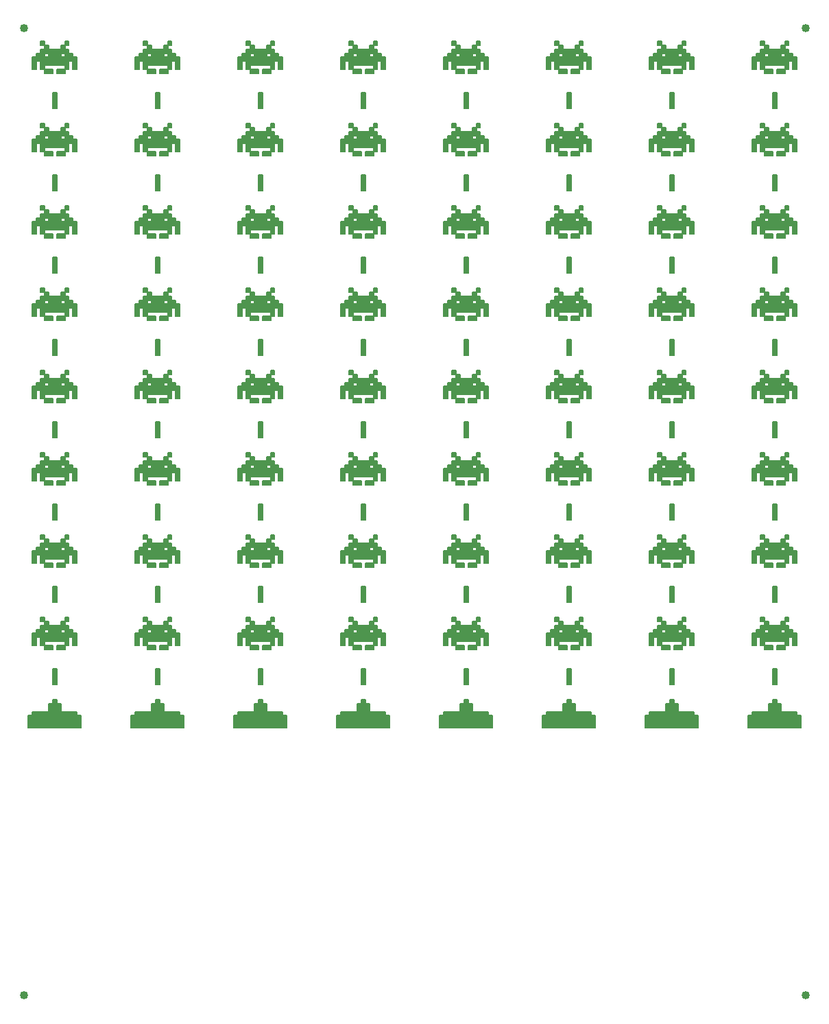
<source format=gts>
G75*
%MOIN*%
%OFA0B0*%
%FSLAX25Y25*%
%IPPOS*%
%LPD*%
%AMOC8*
5,1,8,0,0,1.08239X$1,22.5*
%
%ADD10C,0.00600*%
%ADD11C,0.04000*%
D10*
X0013505Y0141379D02*
X0039095Y0141379D01*
X0039095Y0147284D01*
X0037127Y0147284D01*
X0037127Y0149253D01*
X0029253Y0149253D01*
X0029253Y0153190D01*
X0027284Y0153190D01*
X0027284Y0155158D01*
X0025316Y0155158D01*
X0025316Y0153190D01*
X0023347Y0153190D01*
X0023347Y0149253D01*
X0015473Y0149253D01*
X0015473Y0147284D01*
X0013505Y0147284D01*
X0013505Y0141379D01*
X0013505Y0141950D02*
X0039095Y0141950D01*
X0039095Y0142549D02*
X0013505Y0142549D01*
X0013505Y0143147D02*
X0039095Y0143147D01*
X0039095Y0143746D02*
X0013505Y0143746D01*
X0013505Y0144344D02*
X0039095Y0144344D01*
X0039095Y0144943D02*
X0013505Y0144943D01*
X0013505Y0145541D02*
X0039095Y0145541D01*
X0039095Y0146140D02*
X0013505Y0146140D01*
X0013505Y0146738D02*
X0039095Y0146738D01*
X0037127Y0147337D02*
X0015473Y0147337D01*
X0015473Y0147935D02*
X0037127Y0147935D01*
X0037127Y0148534D02*
X0015473Y0148534D01*
X0015473Y0149132D02*
X0037127Y0149132D01*
X0029253Y0149731D02*
X0023347Y0149731D01*
X0023347Y0150329D02*
X0029253Y0150329D01*
X0029253Y0150928D02*
X0023347Y0150928D01*
X0023347Y0151526D02*
X0029253Y0151526D01*
X0029253Y0152125D02*
X0023347Y0152125D01*
X0023347Y0152723D02*
X0029253Y0152723D01*
X0027284Y0153322D02*
X0025316Y0153322D01*
X0025316Y0153920D02*
X0027284Y0153920D01*
X0027284Y0154519D02*
X0025316Y0154519D01*
X0025316Y0155117D02*
X0027284Y0155117D01*
X0027284Y0162363D02*
X0025316Y0162363D01*
X0025316Y0170237D01*
X0027284Y0170237D01*
X0027284Y0162363D01*
X0027284Y0162898D02*
X0025316Y0162898D01*
X0025316Y0163497D02*
X0027284Y0163497D01*
X0027284Y0164095D02*
X0025316Y0164095D01*
X0025316Y0164694D02*
X0027284Y0164694D01*
X0027284Y0165292D02*
X0025316Y0165292D01*
X0025316Y0165891D02*
X0027284Y0165891D01*
X0027284Y0166489D02*
X0025316Y0166489D01*
X0025316Y0167088D02*
X0027284Y0167088D01*
X0027284Y0167686D02*
X0025316Y0167686D01*
X0025316Y0168285D02*
X0027284Y0168285D01*
X0027284Y0168883D02*
X0025316Y0168883D01*
X0025316Y0169482D02*
X0027284Y0169482D01*
X0027284Y0170080D02*
X0025316Y0170080D01*
X0025316Y0179410D02*
X0021379Y0179410D01*
X0021379Y0181379D01*
X0019410Y0181379D01*
X0019410Y0187284D01*
X0033190Y0187284D01*
X0033190Y0181379D01*
X0031221Y0181379D01*
X0031221Y0183347D01*
X0021379Y0183347D01*
X0021379Y0181379D01*
X0025316Y0181379D01*
X0025316Y0179410D01*
X0025316Y0179656D02*
X0021379Y0179656D01*
X0021379Y0180255D02*
X0025316Y0180255D01*
X0025316Y0180853D02*
X0021379Y0180853D01*
X0021379Y0181452D02*
X0019410Y0181452D01*
X0019410Y0182050D02*
X0021379Y0182050D01*
X0021379Y0182649D02*
X0019410Y0182649D01*
X0019410Y0183247D02*
X0021379Y0183247D01*
X0019410Y0183846D02*
X0033190Y0183846D01*
X0033190Y0184444D02*
X0019410Y0184444D01*
X0019410Y0185043D02*
X0033190Y0185043D01*
X0033190Y0185316D02*
X0033190Y0187284D01*
X0031221Y0187284D01*
X0031221Y0189253D01*
X0029253Y0189253D01*
X0029253Y0187284D01*
X0023347Y0187284D01*
X0023347Y0189253D01*
X0021379Y0189253D01*
X0021379Y0187284D01*
X0019410Y0187284D01*
X0019410Y0185316D01*
X0017442Y0185316D01*
X0017442Y0181379D01*
X0015473Y0181379D01*
X0015473Y0187284D01*
X0017442Y0187284D01*
X0017442Y0189253D01*
X0019410Y0189253D01*
X0019410Y0191221D01*
X0021379Y0191221D01*
X0021379Y0193190D01*
X0023347Y0193190D01*
X0023347Y0191221D01*
X0029253Y0191221D01*
X0029253Y0193190D01*
X0031221Y0193190D01*
X0031221Y0191221D01*
X0033190Y0191221D01*
X0033190Y0189253D01*
X0035158Y0189253D01*
X0035158Y0187284D01*
X0037127Y0187284D01*
X0037127Y0181379D01*
X0035158Y0181379D01*
X0035158Y0185316D01*
X0033190Y0185316D01*
X0033190Y0185641D02*
X0019410Y0185641D01*
X0015473Y0185641D01*
X0015473Y0185043D02*
X0017442Y0185043D01*
X0017442Y0184444D02*
X0015473Y0184444D01*
X0015473Y0183846D02*
X0017442Y0183846D01*
X0017442Y0183247D02*
X0015473Y0183247D01*
X0015473Y0182649D02*
X0017442Y0182649D01*
X0017442Y0182050D02*
X0015473Y0182050D01*
X0015473Y0181452D02*
X0017442Y0181452D01*
X0019410Y0186240D02*
X0015473Y0186240D01*
X0015473Y0186839D02*
X0019410Y0186839D01*
X0033190Y0186839D01*
X0037127Y0186839D01*
X0037127Y0186240D02*
X0033190Y0186240D01*
X0019410Y0186240D01*
X0017442Y0187437D02*
X0021379Y0187437D01*
X0021379Y0188036D02*
X0017442Y0188036D01*
X0017442Y0188634D02*
X0021379Y0188634D01*
X0021379Y0189233D02*
X0017442Y0189233D01*
X0019410Y0189831D02*
X0033190Y0189831D01*
X0033190Y0190430D02*
X0019410Y0190430D01*
X0019410Y0191028D02*
X0033190Y0191028D01*
X0031221Y0191627D02*
X0029253Y0191627D01*
X0029253Y0192225D02*
X0031221Y0192225D01*
X0031221Y0192824D02*
X0029253Y0192824D01*
X0031221Y0193190D02*
X0033190Y0193190D01*
X0033190Y0195158D01*
X0031221Y0195158D01*
X0031221Y0193190D01*
X0031221Y0193422D02*
X0033190Y0193422D01*
X0033190Y0194021D02*
X0031221Y0194021D01*
X0031221Y0194619D02*
X0033190Y0194619D01*
X0031221Y0189233D02*
X0035158Y0189233D01*
X0035158Y0188634D02*
X0031221Y0188634D01*
X0031221Y0188036D02*
X0035158Y0188036D01*
X0035158Y0187437D02*
X0031221Y0187437D01*
X0029253Y0187437D02*
X0023347Y0187437D01*
X0023347Y0188036D02*
X0029253Y0188036D01*
X0029253Y0188634D02*
X0023347Y0188634D01*
X0023347Y0189233D02*
X0029253Y0189233D01*
X0033190Y0185641D02*
X0037127Y0185641D01*
X0037127Y0185043D02*
X0035158Y0185043D01*
X0035158Y0184444D02*
X0037127Y0184444D01*
X0037127Y0183846D02*
X0035158Y0183846D01*
X0035158Y0183247D02*
X0037127Y0183247D01*
X0037127Y0182649D02*
X0035158Y0182649D01*
X0035158Y0182050D02*
X0037127Y0182050D01*
X0037127Y0181452D02*
X0035158Y0181452D01*
X0033190Y0181452D02*
X0031221Y0181452D01*
X0031221Y0181379D02*
X0027284Y0181379D01*
X0027284Y0179410D01*
X0031221Y0179410D01*
X0031221Y0181379D01*
X0031221Y0180853D02*
X0027284Y0180853D01*
X0027284Y0180255D02*
X0031221Y0180255D01*
X0031221Y0179656D02*
X0027284Y0179656D01*
X0031221Y0182050D02*
X0033190Y0182050D01*
X0033190Y0182649D02*
X0031221Y0182649D01*
X0031221Y0183247D02*
X0033190Y0183247D01*
X0023347Y0191627D02*
X0021379Y0191627D01*
X0021379Y0192225D02*
X0023347Y0192225D01*
X0023347Y0192824D02*
X0021379Y0192824D01*
X0021379Y0193190D02*
X0021379Y0195158D01*
X0019410Y0195158D01*
X0019410Y0193190D01*
X0021379Y0193190D01*
X0021379Y0193422D02*
X0019410Y0193422D01*
X0019410Y0194021D02*
X0021379Y0194021D01*
X0021379Y0194619D02*
X0019410Y0194619D01*
X0025316Y0202363D02*
X0027284Y0202363D01*
X0027284Y0210237D01*
X0025316Y0210237D01*
X0025316Y0202363D01*
X0025316Y0202400D02*
X0027284Y0202400D01*
X0027284Y0202998D02*
X0025316Y0202998D01*
X0025316Y0203597D02*
X0027284Y0203597D01*
X0027284Y0204195D02*
X0025316Y0204195D01*
X0025316Y0204794D02*
X0027284Y0204794D01*
X0027284Y0205392D02*
X0025316Y0205392D01*
X0025316Y0205991D02*
X0027284Y0205991D01*
X0027284Y0206589D02*
X0025316Y0206589D01*
X0025316Y0207188D02*
X0027284Y0207188D01*
X0027284Y0207786D02*
X0025316Y0207786D01*
X0025316Y0208385D02*
X0027284Y0208385D01*
X0027284Y0208983D02*
X0025316Y0208983D01*
X0025316Y0209582D02*
X0027284Y0209582D01*
X0027284Y0210180D02*
X0025316Y0210180D01*
X0025316Y0219410D02*
X0021379Y0219410D01*
X0021379Y0221379D01*
X0019410Y0221379D01*
X0019410Y0227284D01*
X0033190Y0227284D01*
X0033190Y0221379D01*
X0031221Y0221379D01*
X0031221Y0223347D01*
X0021379Y0223347D01*
X0021379Y0221379D01*
X0025316Y0221379D01*
X0025316Y0219410D01*
X0025316Y0219757D02*
X0021379Y0219757D01*
X0021379Y0220355D02*
X0025316Y0220355D01*
X0025316Y0220954D02*
X0021379Y0220954D01*
X0021379Y0221552D02*
X0019410Y0221552D01*
X0019410Y0222151D02*
X0021379Y0222151D01*
X0021379Y0222749D02*
X0019410Y0222749D01*
X0019410Y0223348D02*
X0033190Y0223348D01*
X0033190Y0223946D02*
X0019410Y0223946D01*
X0019410Y0224545D02*
X0033190Y0224545D01*
X0033190Y0225143D02*
X0019410Y0225143D01*
X0019410Y0225316D02*
X0017442Y0225316D01*
X0017442Y0221379D01*
X0015473Y0221379D01*
X0015473Y0227284D01*
X0017442Y0227284D01*
X0017442Y0229253D01*
X0019410Y0229253D01*
X0019410Y0231221D01*
X0021379Y0231221D01*
X0021379Y0233190D01*
X0023347Y0233190D01*
X0023347Y0231221D01*
X0029253Y0231221D01*
X0029253Y0233190D01*
X0031221Y0233190D01*
X0031221Y0231221D01*
X0033190Y0231221D01*
X0033190Y0229253D01*
X0035158Y0229253D01*
X0035158Y0227284D01*
X0037127Y0227284D01*
X0037127Y0221379D01*
X0035158Y0221379D01*
X0035158Y0225316D01*
X0033190Y0225316D01*
X0033190Y0227284D01*
X0031221Y0227284D01*
X0031221Y0229253D01*
X0029253Y0229253D01*
X0029253Y0227284D01*
X0023347Y0227284D01*
X0023347Y0229253D01*
X0021379Y0229253D01*
X0021379Y0227284D01*
X0019410Y0227284D01*
X0019410Y0225316D01*
X0019410Y0225742D02*
X0033190Y0225742D01*
X0037127Y0225742D01*
X0037127Y0226340D02*
X0033190Y0226340D01*
X0019410Y0226340D01*
X0015473Y0226340D01*
X0015473Y0225742D02*
X0019410Y0225742D01*
X0019410Y0226939D02*
X0015473Y0226939D01*
X0015473Y0225143D02*
X0017442Y0225143D01*
X0017442Y0224545D02*
X0015473Y0224545D01*
X0015473Y0223946D02*
X0017442Y0223946D01*
X0017442Y0223348D02*
X0015473Y0223348D01*
X0015473Y0222749D02*
X0017442Y0222749D01*
X0017442Y0222151D02*
X0015473Y0222151D01*
X0015473Y0221552D02*
X0017442Y0221552D01*
X0019410Y0226939D02*
X0033190Y0226939D01*
X0037127Y0226939D01*
X0037127Y0225143D02*
X0035158Y0225143D01*
X0035158Y0224545D02*
X0037127Y0224545D01*
X0037127Y0223946D02*
X0035158Y0223946D01*
X0035158Y0223348D02*
X0037127Y0223348D01*
X0037127Y0222749D02*
X0035158Y0222749D01*
X0035158Y0222151D02*
X0037127Y0222151D01*
X0037127Y0221552D02*
X0035158Y0221552D01*
X0033190Y0221552D02*
X0031221Y0221552D01*
X0031221Y0221379D02*
X0027284Y0221379D01*
X0027284Y0219410D01*
X0031221Y0219410D01*
X0031221Y0221379D01*
X0031221Y0220954D02*
X0027284Y0220954D01*
X0027284Y0220355D02*
X0031221Y0220355D01*
X0031221Y0219757D02*
X0027284Y0219757D01*
X0031221Y0222151D02*
X0033190Y0222151D01*
X0033190Y0222749D02*
X0031221Y0222749D01*
X0031221Y0227537D02*
X0035158Y0227537D01*
X0035158Y0228136D02*
X0031221Y0228136D01*
X0031221Y0228734D02*
X0035158Y0228734D01*
X0033190Y0229333D02*
X0019410Y0229333D01*
X0019410Y0229931D02*
X0033190Y0229931D01*
X0033190Y0230530D02*
X0019410Y0230530D01*
X0019410Y0231128D02*
X0033190Y0231128D01*
X0031221Y0231727D02*
X0029253Y0231727D01*
X0029253Y0232325D02*
X0031221Y0232325D01*
X0031221Y0232924D02*
X0029253Y0232924D01*
X0031221Y0233190D02*
X0033190Y0233190D01*
X0033190Y0235158D01*
X0031221Y0235158D01*
X0031221Y0233190D01*
X0031221Y0233522D02*
X0033190Y0233522D01*
X0033190Y0234121D02*
X0031221Y0234121D01*
X0031221Y0234719D02*
X0033190Y0234719D01*
X0029253Y0228734D02*
X0023347Y0228734D01*
X0023347Y0228136D02*
X0029253Y0228136D01*
X0029253Y0227537D02*
X0023347Y0227537D01*
X0021379Y0227537D02*
X0017442Y0227537D01*
X0017442Y0228136D02*
X0021379Y0228136D01*
X0021379Y0228734D02*
X0017442Y0228734D01*
X0019410Y0233190D02*
X0019410Y0235158D01*
X0021379Y0235158D01*
X0021379Y0233190D01*
X0019410Y0233190D01*
X0019410Y0233522D02*
X0021379Y0233522D01*
X0021379Y0232924D02*
X0023347Y0232924D01*
X0023347Y0232325D02*
X0021379Y0232325D01*
X0021379Y0231727D02*
X0023347Y0231727D01*
X0021379Y0234121D02*
X0019410Y0234121D01*
X0019410Y0234719D02*
X0021379Y0234719D01*
X0025316Y0242363D02*
X0027284Y0242363D01*
X0027284Y0250237D01*
X0025316Y0250237D01*
X0025316Y0242363D01*
X0025316Y0242500D02*
X0027284Y0242500D01*
X0027284Y0243099D02*
X0025316Y0243099D01*
X0025316Y0243697D02*
X0027284Y0243697D01*
X0027284Y0244296D02*
X0025316Y0244296D01*
X0025316Y0244894D02*
X0027284Y0244894D01*
X0027284Y0245493D02*
X0025316Y0245493D01*
X0025316Y0246091D02*
X0027284Y0246091D01*
X0027284Y0246690D02*
X0025316Y0246690D01*
X0025316Y0247288D02*
X0027284Y0247288D01*
X0027284Y0247887D02*
X0025316Y0247887D01*
X0025316Y0248485D02*
X0027284Y0248485D01*
X0027284Y0249084D02*
X0025316Y0249084D01*
X0025316Y0249682D02*
X0027284Y0249682D01*
X0027284Y0259410D02*
X0027284Y0261379D01*
X0031221Y0261379D01*
X0031221Y0263347D01*
X0021379Y0263347D01*
X0021379Y0261379D01*
X0019410Y0261379D01*
X0019410Y0267284D01*
X0033190Y0267284D01*
X0033190Y0261379D01*
X0031221Y0261379D01*
X0031221Y0259410D01*
X0027284Y0259410D01*
X0027284Y0259857D02*
X0031221Y0259857D01*
X0031221Y0260455D02*
X0027284Y0260455D01*
X0027284Y0261054D02*
X0031221Y0261054D01*
X0031221Y0261652D02*
X0033190Y0261652D01*
X0033190Y0262251D02*
X0031221Y0262251D01*
X0031221Y0262849D02*
X0033190Y0262849D01*
X0033190Y0263448D02*
X0019410Y0263448D01*
X0019410Y0264046D02*
X0033190Y0264046D01*
X0033190Y0264645D02*
X0019410Y0264645D01*
X0019410Y0265243D02*
X0033190Y0265243D01*
X0033190Y0265316D02*
X0033190Y0267284D01*
X0031221Y0267284D01*
X0031221Y0269253D01*
X0029253Y0269253D01*
X0029253Y0267284D01*
X0023347Y0267284D01*
X0023347Y0269253D01*
X0021379Y0269253D01*
X0021379Y0267284D01*
X0019410Y0267284D01*
X0019410Y0265316D01*
X0017442Y0265316D01*
X0017442Y0261379D01*
X0015473Y0261379D01*
X0015473Y0267284D01*
X0017442Y0267284D01*
X0017442Y0269253D01*
X0019410Y0269253D01*
X0019410Y0271221D01*
X0021379Y0271221D01*
X0021379Y0273190D01*
X0023347Y0273190D01*
X0023347Y0271221D01*
X0029253Y0271221D01*
X0029253Y0273190D01*
X0031221Y0273190D01*
X0031221Y0271221D01*
X0033190Y0271221D01*
X0033190Y0269253D01*
X0035158Y0269253D01*
X0035158Y0267284D01*
X0037127Y0267284D01*
X0037127Y0261379D01*
X0035158Y0261379D01*
X0035158Y0265316D01*
X0033190Y0265316D01*
X0033190Y0265842D02*
X0019410Y0265842D01*
X0015473Y0265842D01*
X0015473Y0265243D02*
X0017442Y0265243D01*
X0017442Y0264645D02*
X0015473Y0264645D01*
X0015473Y0264046D02*
X0017442Y0264046D01*
X0017442Y0263448D02*
X0015473Y0263448D01*
X0015473Y0262849D02*
X0017442Y0262849D01*
X0017442Y0262251D02*
X0015473Y0262251D01*
X0015473Y0261652D02*
X0017442Y0261652D01*
X0019410Y0261652D02*
X0021379Y0261652D01*
X0021379Y0261379D02*
X0021379Y0259410D01*
X0025316Y0259410D01*
X0025316Y0261379D01*
X0021379Y0261379D01*
X0021379Y0261054D02*
X0025316Y0261054D01*
X0025316Y0260455D02*
X0021379Y0260455D01*
X0021379Y0259857D02*
X0025316Y0259857D01*
X0021379Y0262251D02*
X0019410Y0262251D01*
X0019410Y0262849D02*
X0021379Y0262849D01*
X0019410Y0266441D02*
X0033190Y0266441D01*
X0037127Y0266441D01*
X0037127Y0267039D02*
X0033190Y0267039D01*
X0019410Y0267039D01*
X0015473Y0267039D01*
X0015473Y0266441D02*
X0019410Y0266441D01*
X0017442Y0267638D02*
X0021379Y0267638D01*
X0021379Y0268236D02*
X0017442Y0268236D01*
X0017442Y0268835D02*
X0021379Y0268835D01*
X0023347Y0268835D02*
X0029253Y0268835D01*
X0029253Y0268236D02*
X0023347Y0268236D01*
X0023347Y0267638D02*
X0029253Y0267638D01*
X0031221Y0267638D02*
X0035158Y0267638D01*
X0035158Y0268236D02*
X0031221Y0268236D01*
X0031221Y0268835D02*
X0035158Y0268835D01*
X0033190Y0269433D02*
X0019410Y0269433D01*
X0019410Y0270032D02*
X0033190Y0270032D01*
X0033190Y0270630D02*
X0019410Y0270630D01*
X0021379Y0271229D02*
X0023347Y0271229D01*
X0023347Y0271827D02*
X0021379Y0271827D01*
X0021379Y0272426D02*
X0023347Y0272426D01*
X0023347Y0273024D02*
X0021379Y0273024D01*
X0021379Y0273190D02*
X0021379Y0275158D01*
X0019410Y0275158D01*
X0019410Y0273190D01*
X0021379Y0273190D01*
X0021379Y0273623D02*
X0019410Y0273623D01*
X0019410Y0274221D02*
X0021379Y0274221D01*
X0021379Y0274820D02*
X0019410Y0274820D01*
X0025316Y0282363D02*
X0027284Y0282363D01*
X0027284Y0290237D01*
X0025316Y0290237D01*
X0025316Y0282363D01*
X0025316Y0282600D02*
X0027284Y0282600D01*
X0027284Y0283199D02*
X0025316Y0283199D01*
X0025316Y0283797D02*
X0027284Y0283797D01*
X0027284Y0284396D02*
X0025316Y0284396D01*
X0025316Y0284994D02*
X0027284Y0284994D01*
X0027284Y0285593D02*
X0025316Y0285593D01*
X0025316Y0286191D02*
X0027284Y0286191D01*
X0027284Y0286790D02*
X0025316Y0286790D01*
X0025316Y0287388D02*
X0027284Y0287388D01*
X0027284Y0287987D02*
X0025316Y0287987D01*
X0025316Y0288585D02*
X0027284Y0288585D01*
X0027284Y0289184D02*
X0025316Y0289184D01*
X0025316Y0289782D02*
X0027284Y0289782D01*
X0027284Y0299410D02*
X0027284Y0301379D01*
X0031221Y0301379D01*
X0031221Y0303347D01*
X0021379Y0303347D01*
X0021379Y0301379D01*
X0019410Y0301379D01*
X0019410Y0307284D01*
X0033190Y0307284D01*
X0033190Y0301379D01*
X0031221Y0301379D01*
X0031221Y0299410D01*
X0027284Y0299410D01*
X0027284Y0299957D02*
X0031221Y0299957D01*
X0031221Y0300556D02*
X0027284Y0300556D01*
X0027284Y0301154D02*
X0031221Y0301154D01*
X0031221Y0301753D02*
X0033190Y0301753D01*
X0033190Y0302351D02*
X0031221Y0302351D01*
X0031221Y0302950D02*
X0033190Y0302950D01*
X0033190Y0303548D02*
X0019410Y0303548D01*
X0019410Y0302950D02*
X0021379Y0302950D01*
X0021379Y0302351D02*
X0019410Y0302351D01*
X0019410Y0301753D02*
X0021379Y0301753D01*
X0021379Y0301379D02*
X0021379Y0299410D01*
X0025316Y0299410D01*
X0025316Y0301379D01*
X0021379Y0301379D01*
X0021379Y0301154D02*
X0025316Y0301154D01*
X0025316Y0300556D02*
X0021379Y0300556D01*
X0021379Y0299957D02*
X0025316Y0299957D01*
X0019410Y0304147D02*
X0033190Y0304147D01*
X0033190Y0304745D02*
X0019410Y0304745D01*
X0019410Y0305316D02*
X0017442Y0305316D01*
X0017442Y0301379D01*
X0015473Y0301379D01*
X0015473Y0307284D01*
X0017442Y0307284D01*
X0017442Y0309253D01*
X0019410Y0309253D01*
X0019410Y0311221D01*
X0021379Y0311221D01*
X0021379Y0313190D01*
X0023347Y0313190D01*
X0023347Y0311221D01*
X0029253Y0311221D01*
X0029253Y0313190D01*
X0031221Y0313190D01*
X0031221Y0311221D01*
X0033190Y0311221D01*
X0033190Y0309253D01*
X0035158Y0309253D01*
X0035158Y0307284D01*
X0037127Y0307284D01*
X0037127Y0301379D01*
X0035158Y0301379D01*
X0035158Y0305316D01*
X0033190Y0305316D01*
X0033190Y0307284D01*
X0031221Y0307284D01*
X0031221Y0309253D01*
X0029253Y0309253D01*
X0029253Y0307284D01*
X0023347Y0307284D01*
X0023347Y0309253D01*
X0021379Y0309253D01*
X0021379Y0307284D01*
X0019410Y0307284D01*
X0019410Y0305316D01*
X0019410Y0305344D02*
X0033190Y0305344D01*
X0037127Y0305344D01*
X0037127Y0305942D02*
X0033190Y0305942D01*
X0019410Y0305942D01*
X0015473Y0305942D01*
X0015473Y0305344D02*
X0019410Y0305344D01*
X0019410Y0306541D02*
X0015473Y0306541D01*
X0015473Y0307139D02*
X0019410Y0307139D01*
X0033190Y0307139D01*
X0037127Y0307139D01*
X0037127Y0306541D02*
X0033190Y0306541D01*
X0019410Y0306541D01*
X0017442Y0307738D02*
X0021379Y0307738D01*
X0021379Y0308336D02*
X0017442Y0308336D01*
X0017442Y0308935D02*
X0021379Y0308935D01*
X0023347Y0308935D02*
X0029253Y0308935D01*
X0029253Y0308336D02*
X0023347Y0308336D01*
X0023347Y0307738D02*
X0029253Y0307738D01*
X0031221Y0307738D02*
X0035158Y0307738D01*
X0035158Y0308336D02*
X0031221Y0308336D01*
X0031221Y0308935D02*
X0035158Y0308935D01*
X0033190Y0309533D02*
X0019410Y0309533D01*
X0019410Y0310132D02*
X0033190Y0310132D01*
X0033190Y0310730D02*
X0019410Y0310730D01*
X0021379Y0311329D02*
X0023347Y0311329D01*
X0023347Y0311927D02*
X0021379Y0311927D01*
X0021379Y0312526D02*
X0023347Y0312526D01*
X0023347Y0313124D02*
X0021379Y0313124D01*
X0021379Y0313190D02*
X0021379Y0315158D01*
X0019410Y0315158D01*
X0019410Y0313190D01*
X0021379Y0313190D01*
X0021379Y0313723D02*
X0019410Y0313723D01*
X0019410Y0314321D02*
X0021379Y0314321D01*
X0021379Y0314920D02*
X0019410Y0314920D01*
X0025316Y0322363D02*
X0027284Y0322363D01*
X0027284Y0330237D01*
X0025316Y0330237D01*
X0025316Y0322363D01*
X0025316Y0322701D02*
X0027284Y0322701D01*
X0027284Y0323299D02*
X0025316Y0323299D01*
X0025316Y0323898D02*
X0027284Y0323898D01*
X0027284Y0324496D02*
X0025316Y0324496D01*
X0025316Y0325095D02*
X0027284Y0325095D01*
X0027284Y0325693D02*
X0025316Y0325693D01*
X0025316Y0326292D02*
X0027284Y0326292D01*
X0027284Y0326890D02*
X0025316Y0326890D01*
X0025316Y0327489D02*
X0027284Y0327489D01*
X0027284Y0328087D02*
X0025316Y0328087D01*
X0025316Y0328686D02*
X0027284Y0328686D01*
X0027284Y0329284D02*
X0025316Y0329284D01*
X0025316Y0329883D02*
X0027284Y0329883D01*
X0027284Y0339410D02*
X0027284Y0341379D01*
X0031221Y0341379D01*
X0031221Y0343347D01*
X0021379Y0343347D01*
X0021379Y0341379D01*
X0019410Y0341379D01*
X0019410Y0347284D01*
X0033190Y0347284D01*
X0033190Y0341379D01*
X0031221Y0341379D01*
X0031221Y0339410D01*
X0027284Y0339410D01*
X0027284Y0339459D02*
X0031221Y0339459D01*
X0031221Y0340057D02*
X0027284Y0340057D01*
X0027284Y0340656D02*
X0031221Y0340656D01*
X0031221Y0341254D02*
X0027284Y0341254D01*
X0025316Y0341254D02*
X0021379Y0341254D01*
X0021379Y0341379D02*
X0021379Y0339410D01*
X0025316Y0339410D01*
X0025316Y0341379D01*
X0021379Y0341379D01*
X0021379Y0341853D02*
X0019410Y0341853D01*
X0019410Y0342451D02*
X0021379Y0342451D01*
X0021379Y0343050D02*
X0019410Y0343050D01*
X0019410Y0343648D02*
X0033190Y0343648D01*
X0033190Y0343050D02*
X0031221Y0343050D01*
X0031221Y0342451D02*
X0033190Y0342451D01*
X0033190Y0341853D02*
X0031221Y0341853D01*
X0033190Y0344247D02*
X0019410Y0344247D01*
X0019410Y0344845D02*
X0033190Y0344845D01*
X0033190Y0345316D02*
X0033190Y0347284D01*
X0031221Y0347284D01*
X0031221Y0349253D01*
X0029253Y0349253D01*
X0029253Y0347284D01*
X0023347Y0347284D01*
X0023347Y0349253D01*
X0021379Y0349253D01*
X0021379Y0347284D01*
X0019410Y0347284D01*
X0019410Y0345316D01*
X0017442Y0345316D01*
X0017442Y0341379D01*
X0015473Y0341379D01*
X0015473Y0347284D01*
X0017442Y0347284D01*
X0017442Y0349253D01*
X0019410Y0349253D01*
X0019410Y0351221D01*
X0021379Y0351221D01*
X0021379Y0353190D01*
X0023347Y0353190D01*
X0023347Y0351221D01*
X0029253Y0351221D01*
X0029253Y0353190D01*
X0031221Y0353190D01*
X0031221Y0351221D01*
X0033190Y0351221D01*
X0033190Y0349253D01*
X0035158Y0349253D01*
X0035158Y0347284D01*
X0037127Y0347284D01*
X0037127Y0341379D01*
X0035158Y0341379D01*
X0035158Y0345316D01*
X0033190Y0345316D01*
X0033190Y0345444D02*
X0019410Y0345444D01*
X0015473Y0345444D01*
X0015473Y0344845D02*
X0017442Y0344845D01*
X0017442Y0344247D02*
X0015473Y0344247D01*
X0015473Y0343648D02*
X0017442Y0343648D01*
X0017442Y0343050D02*
X0015473Y0343050D01*
X0015473Y0342451D02*
X0017442Y0342451D01*
X0017442Y0341853D02*
X0015473Y0341853D01*
X0015473Y0346043D02*
X0019410Y0346043D01*
X0033190Y0346043D01*
X0037127Y0346043D01*
X0037127Y0346641D02*
X0033190Y0346641D01*
X0019410Y0346641D01*
X0015473Y0346641D01*
X0015473Y0347240D02*
X0019410Y0347240D01*
X0033190Y0347240D01*
X0037127Y0347240D01*
X0037127Y0345444D02*
X0033190Y0345444D01*
X0035158Y0344845D02*
X0037127Y0344845D01*
X0037127Y0344247D02*
X0035158Y0344247D01*
X0035158Y0343648D02*
X0037127Y0343648D01*
X0037127Y0343050D02*
X0035158Y0343050D01*
X0035158Y0342451D02*
X0037127Y0342451D01*
X0037127Y0341853D02*
X0035158Y0341853D01*
X0035158Y0347838D02*
X0031221Y0347838D01*
X0031221Y0348437D02*
X0035158Y0348437D01*
X0035158Y0349035D02*
X0031221Y0349035D01*
X0029253Y0349035D02*
X0023347Y0349035D01*
X0023347Y0348437D02*
X0029253Y0348437D01*
X0029253Y0347838D02*
X0023347Y0347838D01*
X0021379Y0347838D02*
X0017442Y0347838D01*
X0017442Y0348437D02*
X0021379Y0348437D01*
X0021379Y0349035D02*
X0017442Y0349035D01*
X0019410Y0349634D02*
X0033190Y0349634D01*
X0033190Y0350232D02*
X0019410Y0350232D01*
X0019410Y0350831D02*
X0033190Y0350831D01*
X0031221Y0351429D02*
X0029253Y0351429D01*
X0029253Y0352028D02*
X0031221Y0352028D01*
X0031221Y0352626D02*
X0029253Y0352626D01*
X0031221Y0353190D02*
X0033190Y0353190D01*
X0033190Y0355158D01*
X0031221Y0355158D01*
X0031221Y0353190D01*
X0031221Y0353225D02*
X0033190Y0353225D01*
X0033190Y0353823D02*
X0031221Y0353823D01*
X0031221Y0354422D02*
X0033190Y0354422D01*
X0033190Y0355020D02*
X0031221Y0355020D01*
X0027284Y0362363D02*
X0025316Y0362363D01*
X0025316Y0370237D01*
X0027284Y0370237D01*
X0027284Y0362363D01*
X0027284Y0362801D02*
X0025316Y0362801D01*
X0025316Y0363399D02*
X0027284Y0363399D01*
X0027284Y0363998D02*
X0025316Y0363998D01*
X0025316Y0364596D02*
X0027284Y0364596D01*
X0027284Y0365195D02*
X0025316Y0365195D01*
X0025316Y0365793D02*
X0027284Y0365793D01*
X0027284Y0366392D02*
X0025316Y0366392D01*
X0025316Y0366990D02*
X0027284Y0366990D01*
X0027284Y0367589D02*
X0025316Y0367589D01*
X0025316Y0368187D02*
X0027284Y0368187D01*
X0027284Y0368786D02*
X0025316Y0368786D01*
X0025316Y0369384D02*
X0027284Y0369384D01*
X0027284Y0369983D02*
X0025316Y0369983D01*
X0025316Y0379410D02*
X0021379Y0379410D01*
X0021379Y0381379D01*
X0019410Y0381379D01*
X0019410Y0387284D01*
X0033190Y0387284D01*
X0033190Y0381379D01*
X0031221Y0381379D01*
X0031221Y0383347D01*
X0021379Y0383347D01*
X0021379Y0381379D01*
X0025316Y0381379D01*
X0025316Y0379410D01*
X0025316Y0379559D02*
X0021379Y0379559D01*
X0021379Y0380158D02*
X0025316Y0380158D01*
X0025316Y0380756D02*
X0021379Y0380756D01*
X0021379Y0381355D02*
X0025316Y0381355D01*
X0027284Y0381355D02*
X0031221Y0381355D01*
X0031221Y0381379D02*
X0027284Y0381379D01*
X0027284Y0379410D01*
X0031221Y0379410D01*
X0031221Y0381379D01*
X0031221Y0381953D02*
X0033190Y0381953D01*
X0033190Y0382552D02*
X0031221Y0382552D01*
X0031221Y0383150D02*
X0033190Y0383150D01*
X0033190Y0383749D02*
X0019410Y0383749D01*
X0019410Y0384347D02*
X0033190Y0384347D01*
X0033190Y0384946D02*
X0019410Y0384946D01*
X0019410Y0385316D02*
X0017442Y0385316D01*
X0017442Y0381379D01*
X0015473Y0381379D01*
X0015473Y0387284D01*
X0017442Y0387284D01*
X0017442Y0389253D01*
X0019410Y0389253D01*
X0019410Y0391221D01*
X0021379Y0391221D01*
X0021379Y0393190D01*
X0023347Y0393190D01*
X0023347Y0391221D01*
X0029253Y0391221D01*
X0029253Y0393190D01*
X0031221Y0393190D01*
X0031221Y0391221D01*
X0033190Y0391221D01*
X0033190Y0389253D01*
X0035158Y0389253D01*
X0035158Y0387284D01*
X0037127Y0387284D01*
X0037127Y0381379D01*
X0035158Y0381379D01*
X0035158Y0385316D01*
X0033190Y0385316D01*
X0033190Y0387284D01*
X0031221Y0387284D01*
X0031221Y0389253D01*
X0029253Y0389253D01*
X0029253Y0387284D01*
X0023347Y0387284D01*
X0023347Y0389253D01*
X0021379Y0389253D01*
X0021379Y0387284D01*
X0019410Y0387284D01*
X0019410Y0385316D01*
X0019410Y0385544D02*
X0033190Y0385544D01*
X0037127Y0385544D01*
X0037127Y0384946D02*
X0035158Y0384946D01*
X0035158Y0384347D02*
X0037127Y0384347D01*
X0037127Y0383749D02*
X0035158Y0383749D01*
X0035158Y0383150D02*
X0037127Y0383150D01*
X0037127Y0382552D02*
X0035158Y0382552D01*
X0035158Y0381953D02*
X0037127Y0381953D01*
X0037127Y0386143D02*
X0033190Y0386143D01*
X0019410Y0386143D01*
X0015473Y0386143D01*
X0015473Y0386741D02*
X0019410Y0386741D01*
X0033190Y0386741D01*
X0037127Y0386741D01*
X0035158Y0387340D02*
X0031221Y0387340D01*
X0031221Y0387938D02*
X0035158Y0387938D01*
X0035158Y0388537D02*
X0031221Y0388537D01*
X0031221Y0389135D02*
X0035158Y0389135D01*
X0033190Y0389734D02*
X0019410Y0389734D01*
X0019410Y0390332D02*
X0033190Y0390332D01*
X0033190Y0390931D02*
X0019410Y0390931D01*
X0021379Y0391529D02*
X0023347Y0391529D01*
X0023347Y0392128D02*
X0021379Y0392128D01*
X0021379Y0392726D02*
X0023347Y0392726D01*
X0021379Y0393190D02*
X0021379Y0395158D01*
X0019410Y0395158D01*
X0019410Y0393190D01*
X0021379Y0393190D01*
X0021379Y0393325D02*
X0019410Y0393325D01*
X0019410Y0393923D02*
X0021379Y0393923D01*
X0021379Y0394522D02*
X0019410Y0394522D01*
X0019410Y0395120D02*
X0021379Y0395120D01*
X0025316Y0402363D02*
X0027284Y0402363D01*
X0027284Y0410237D01*
X0025316Y0410237D01*
X0025316Y0402363D01*
X0025316Y0402901D02*
X0027284Y0402901D01*
X0027284Y0403500D02*
X0025316Y0403500D01*
X0025316Y0404098D02*
X0027284Y0404098D01*
X0027284Y0404697D02*
X0025316Y0404697D01*
X0025316Y0405295D02*
X0027284Y0405295D01*
X0027284Y0405894D02*
X0025316Y0405894D01*
X0025316Y0406492D02*
X0027284Y0406492D01*
X0027284Y0407091D02*
X0025316Y0407091D01*
X0025316Y0407689D02*
X0027284Y0407689D01*
X0027284Y0408288D02*
X0025316Y0408288D01*
X0025316Y0408886D02*
X0027284Y0408886D01*
X0027284Y0409485D02*
X0025316Y0409485D01*
X0025316Y0410083D02*
X0027284Y0410083D01*
X0027284Y0419410D02*
X0027284Y0421379D01*
X0031221Y0421379D01*
X0031221Y0423347D01*
X0021379Y0423347D01*
X0021379Y0421379D01*
X0019410Y0421379D01*
X0019410Y0427284D01*
X0033190Y0427284D01*
X0033190Y0421379D01*
X0031221Y0421379D01*
X0031221Y0419410D01*
X0027284Y0419410D01*
X0027284Y0419659D02*
X0031221Y0419659D01*
X0031221Y0420258D02*
X0027284Y0420258D01*
X0027284Y0420856D02*
X0031221Y0420856D01*
X0031221Y0421455D02*
X0033190Y0421455D01*
X0033190Y0422053D02*
X0031221Y0422053D01*
X0031221Y0422652D02*
X0033190Y0422652D01*
X0033190Y0423250D02*
X0031221Y0423250D01*
X0033190Y0423849D02*
X0019410Y0423849D01*
X0019410Y0424448D02*
X0033190Y0424448D01*
X0033190Y0425046D02*
X0019410Y0425046D01*
X0019410Y0425316D02*
X0017442Y0425316D01*
X0017442Y0421379D01*
X0015473Y0421379D01*
X0015473Y0427284D01*
X0017442Y0427284D01*
X0017442Y0429253D01*
X0019410Y0429253D01*
X0019410Y0431221D01*
X0021379Y0431221D01*
X0021379Y0433190D01*
X0023347Y0433190D01*
X0023347Y0431221D01*
X0029253Y0431221D01*
X0029253Y0433190D01*
X0031221Y0433190D01*
X0031221Y0431221D01*
X0033190Y0431221D01*
X0033190Y0429253D01*
X0035158Y0429253D01*
X0035158Y0427284D01*
X0037127Y0427284D01*
X0037127Y0421379D01*
X0035158Y0421379D01*
X0035158Y0425316D01*
X0033190Y0425316D01*
X0033190Y0427284D01*
X0031221Y0427284D01*
X0031221Y0429253D01*
X0029253Y0429253D01*
X0029253Y0427284D01*
X0023347Y0427284D01*
X0023347Y0429253D01*
X0021379Y0429253D01*
X0021379Y0427284D01*
X0019410Y0427284D01*
X0019410Y0425316D01*
X0019410Y0425645D02*
X0033190Y0425645D01*
X0037127Y0425645D01*
X0037127Y0426243D02*
X0033190Y0426243D01*
X0019410Y0426243D01*
X0015473Y0426243D01*
X0015473Y0425645D02*
X0019410Y0425645D01*
X0019410Y0426842D02*
X0033190Y0426842D01*
X0037127Y0426842D01*
X0037127Y0425046D02*
X0035158Y0425046D01*
X0035158Y0424448D02*
X0037127Y0424448D01*
X0037127Y0423849D02*
X0035158Y0423849D01*
X0035158Y0423250D02*
X0037127Y0423250D01*
X0037127Y0422652D02*
X0035158Y0422652D01*
X0035158Y0422053D02*
X0037127Y0422053D01*
X0037127Y0421455D02*
X0035158Y0421455D01*
X0035158Y0427440D02*
X0031221Y0427440D01*
X0031221Y0428039D02*
X0035158Y0428039D01*
X0035158Y0428637D02*
X0031221Y0428637D01*
X0031221Y0429236D02*
X0035158Y0429236D01*
X0033190Y0429834D02*
X0019410Y0429834D01*
X0019410Y0430433D02*
X0033190Y0430433D01*
X0033190Y0431031D02*
X0019410Y0431031D01*
X0021379Y0431630D02*
X0023347Y0431630D01*
X0023347Y0432228D02*
X0021379Y0432228D01*
X0021379Y0432827D02*
X0023347Y0432827D01*
X0021379Y0433190D02*
X0021379Y0435158D01*
X0019410Y0435158D01*
X0019410Y0433190D01*
X0021379Y0433190D01*
X0021379Y0433425D02*
X0019410Y0433425D01*
X0019410Y0434024D02*
X0021379Y0434024D01*
X0021379Y0434622D02*
X0019410Y0434622D01*
X0017442Y0429236D02*
X0021379Y0429236D01*
X0021379Y0428637D02*
X0017442Y0428637D01*
X0017442Y0428039D02*
X0021379Y0428039D01*
X0021379Y0427440D02*
X0017442Y0427440D01*
X0019410Y0426842D02*
X0015473Y0426842D01*
X0015473Y0425046D02*
X0017442Y0425046D01*
X0017442Y0424448D02*
X0015473Y0424448D01*
X0015473Y0423849D02*
X0017442Y0423849D01*
X0017442Y0423250D02*
X0015473Y0423250D01*
X0015473Y0422652D02*
X0017442Y0422652D01*
X0017442Y0422053D02*
X0015473Y0422053D01*
X0015473Y0421455D02*
X0017442Y0421455D01*
X0019410Y0421455D02*
X0021379Y0421455D01*
X0021379Y0421379D02*
X0021379Y0419410D01*
X0025316Y0419410D01*
X0025316Y0421379D01*
X0021379Y0421379D01*
X0021379Y0420856D02*
X0025316Y0420856D01*
X0025316Y0420258D02*
X0021379Y0420258D01*
X0021379Y0419659D02*
X0025316Y0419659D01*
X0021379Y0422053D02*
X0019410Y0422053D01*
X0019410Y0422652D02*
X0021379Y0422652D01*
X0021379Y0423250D02*
X0019410Y0423250D01*
X0023347Y0427440D02*
X0029253Y0427440D01*
X0029253Y0428039D02*
X0023347Y0428039D01*
X0023347Y0428637D02*
X0029253Y0428637D01*
X0029253Y0429236D02*
X0023347Y0429236D01*
X0029253Y0431630D02*
X0031221Y0431630D01*
X0031221Y0432228D02*
X0029253Y0432228D01*
X0029253Y0432827D02*
X0031221Y0432827D01*
X0031221Y0433190D02*
X0033190Y0433190D01*
X0033190Y0435158D01*
X0031221Y0435158D01*
X0031221Y0433190D01*
X0031221Y0433425D02*
X0033190Y0433425D01*
X0033190Y0434024D02*
X0031221Y0434024D01*
X0031221Y0434622D02*
X0033190Y0434622D01*
X0027284Y0442363D02*
X0025316Y0442363D01*
X0025316Y0450237D01*
X0027284Y0450237D01*
X0027284Y0442363D01*
X0027284Y0442403D02*
X0025316Y0442403D01*
X0025316Y0443001D02*
X0027284Y0443001D01*
X0027284Y0443600D02*
X0025316Y0443600D01*
X0025316Y0444198D02*
X0027284Y0444198D01*
X0027284Y0444797D02*
X0025316Y0444797D01*
X0025316Y0445395D02*
X0027284Y0445395D01*
X0027284Y0445994D02*
X0025316Y0445994D01*
X0025316Y0446592D02*
X0027284Y0446592D01*
X0027284Y0447191D02*
X0025316Y0447191D01*
X0025316Y0447789D02*
X0027284Y0447789D01*
X0027284Y0448388D02*
X0025316Y0448388D01*
X0025316Y0448986D02*
X0027284Y0448986D01*
X0027284Y0449585D02*
X0025316Y0449585D01*
X0025316Y0450183D02*
X0027284Y0450183D01*
X0027284Y0459410D02*
X0027284Y0461379D01*
X0031221Y0461379D01*
X0031221Y0463347D01*
X0021379Y0463347D01*
X0021379Y0461379D01*
X0019410Y0461379D01*
X0019410Y0467284D01*
X0033190Y0467284D01*
X0033190Y0461379D01*
X0031221Y0461379D01*
X0031221Y0459410D01*
X0027284Y0459410D01*
X0027284Y0459760D02*
X0031221Y0459760D01*
X0031221Y0460358D02*
X0027284Y0460358D01*
X0027284Y0460957D02*
X0031221Y0460957D01*
X0031221Y0461555D02*
X0033190Y0461555D01*
X0033190Y0462154D02*
X0031221Y0462154D01*
X0031221Y0462752D02*
X0033190Y0462752D01*
X0033190Y0463351D02*
X0019410Y0463351D01*
X0019410Y0463949D02*
X0033190Y0463949D01*
X0033190Y0464548D02*
X0019410Y0464548D01*
X0019410Y0465146D02*
X0033190Y0465146D01*
X0033190Y0465316D02*
X0033190Y0467284D01*
X0031221Y0467284D01*
X0031221Y0469253D01*
X0029253Y0469253D01*
X0029253Y0467284D01*
X0023347Y0467284D01*
X0023347Y0469253D01*
X0021379Y0469253D01*
X0021379Y0467284D01*
X0019410Y0467284D01*
X0019410Y0465316D01*
X0017442Y0465316D01*
X0017442Y0461379D01*
X0015473Y0461379D01*
X0015473Y0467284D01*
X0017442Y0467284D01*
X0017442Y0469253D01*
X0019410Y0469253D01*
X0019410Y0471221D01*
X0021379Y0471221D01*
X0021379Y0473190D01*
X0023347Y0473190D01*
X0023347Y0471221D01*
X0029253Y0471221D01*
X0029253Y0473190D01*
X0031221Y0473190D01*
X0031221Y0471221D01*
X0033190Y0471221D01*
X0033190Y0469253D01*
X0035158Y0469253D01*
X0035158Y0467284D01*
X0037127Y0467284D01*
X0037127Y0461379D01*
X0035158Y0461379D01*
X0035158Y0465316D01*
X0033190Y0465316D01*
X0033190Y0465745D02*
X0019410Y0465745D01*
X0015473Y0465745D01*
X0015473Y0466343D02*
X0019410Y0466343D01*
X0033190Y0466343D01*
X0037127Y0466343D01*
X0037127Y0465745D02*
X0033190Y0465745D01*
X0033190Y0466942D02*
X0019410Y0466942D01*
X0015473Y0466942D01*
X0015473Y0465146D02*
X0017442Y0465146D01*
X0017442Y0464548D02*
X0015473Y0464548D01*
X0015473Y0463949D02*
X0017442Y0463949D01*
X0017442Y0463351D02*
X0015473Y0463351D01*
X0015473Y0462752D02*
X0017442Y0462752D01*
X0017442Y0462154D02*
X0015473Y0462154D01*
X0015473Y0461555D02*
X0017442Y0461555D01*
X0019410Y0461555D02*
X0021379Y0461555D01*
X0021379Y0461379D02*
X0021379Y0459410D01*
X0025316Y0459410D01*
X0025316Y0461379D01*
X0021379Y0461379D01*
X0021379Y0460957D02*
X0025316Y0460957D01*
X0025316Y0460358D02*
X0021379Y0460358D01*
X0021379Y0459760D02*
X0025316Y0459760D01*
X0021379Y0462154D02*
X0019410Y0462154D01*
X0019410Y0462752D02*
X0021379Y0462752D01*
X0021379Y0467540D02*
X0017442Y0467540D01*
X0017442Y0468139D02*
X0021379Y0468139D01*
X0021379Y0468737D02*
X0017442Y0468737D01*
X0019410Y0469336D02*
X0033190Y0469336D01*
X0033190Y0469934D02*
X0019410Y0469934D01*
X0019410Y0470533D02*
X0033190Y0470533D01*
X0033190Y0471131D02*
X0019410Y0471131D01*
X0021379Y0471730D02*
X0023347Y0471730D01*
X0023347Y0472328D02*
X0021379Y0472328D01*
X0021379Y0472927D02*
X0023347Y0472927D01*
X0021379Y0473190D02*
X0021379Y0475158D01*
X0019410Y0475158D01*
X0019410Y0473190D01*
X0021379Y0473190D01*
X0021379Y0473525D02*
X0019410Y0473525D01*
X0019410Y0474124D02*
X0021379Y0474124D01*
X0021379Y0474722D02*
X0019410Y0474722D01*
X0023347Y0468737D02*
X0029253Y0468737D01*
X0029253Y0468139D02*
X0023347Y0468139D01*
X0023347Y0467540D02*
X0029253Y0467540D01*
X0031221Y0467540D02*
X0035158Y0467540D01*
X0035158Y0468139D02*
X0031221Y0468139D01*
X0031221Y0468737D02*
X0035158Y0468737D01*
X0033190Y0466942D02*
X0037127Y0466942D01*
X0037127Y0465146D02*
X0035158Y0465146D01*
X0035158Y0464548D02*
X0037127Y0464548D01*
X0037127Y0463949D02*
X0035158Y0463949D01*
X0035158Y0463351D02*
X0037127Y0463351D01*
X0037127Y0462752D02*
X0035158Y0462752D01*
X0035158Y0462154D02*
X0037127Y0462154D01*
X0037127Y0461555D02*
X0035158Y0461555D01*
X0031221Y0471730D02*
X0029253Y0471730D01*
X0029253Y0472328D02*
X0031221Y0472328D01*
X0031221Y0472927D02*
X0029253Y0472927D01*
X0031221Y0473190D02*
X0033190Y0473190D01*
X0033190Y0475158D01*
X0031221Y0475158D01*
X0031221Y0473190D01*
X0031221Y0473525D02*
X0033190Y0473525D01*
X0033190Y0474124D02*
X0031221Y0474124D01*
X0031221Y0474722D02*
X0033190Y0474722D01*
X0065473Y0467284D02*
X0065473Y0461379D01*
X0067442Y0461379D01*
X0067442Y0465316D01*
X0069410Y0465316D01*
X0069410Y0467284D01*
X0083190Y0467284D01*
X0083190Y0461379D01*
X0081221Y0461379D01*
X0081221Y0463347D01*
X0071379Y0463347D01*
X0071379Y0461379D01*
X0069410Y0461379D01*
X0069410Y0467284D01*
X0071379Y0467284D01*
X0071379Y0469253D01*
X0073347Y0469253D01*
X0073347Y0467284D01*
X0079253Y0467284D01*
X0079253Y0469253D01*
X0081221Y0469253D01*
X0081221Y0467284D01*
X0083190Y0467284D01*
X0083190Y0465316D01*
X0085158Y0465316D01*
X0085158Y0461379D01*
X0087127Y0461379D01*
X0087127Y0467284D01*
X0085158Y0467284D01*
X0085158Y0469253D01*
X0083190Y0469253D01*
X0083190Y0471221D01*
X0081221Y0471221D01*
X0081221Y0473190D01*
X0083190Y0473190D01*
X0083190Y0475158D01*
X0081221Y0475158D01*
X0081221Y0473190D01*
X0079253Y0473190D01*
X0079253Y0471221D01*
X0073347Y0471221D01*
X0073347Y0473190D01*
X0071379Y0473190D01*
X0071379Y0475158D01*
X0069410Y0475158D01*
X0069410Y0473190D01*
X0071379Y0473190D01*
X0071379Y0471221D01*
X0069410Y0471221D01*
X0069410Y0469253D01*
X0067442Y0469253D01*
X0067442Y0467284D01*
X0065473Y0467284D01*
X0065473Y0466942D02*
X0069410Y0466942D01*
X0083190Y0466942D01*
X0087127Y0466942D01*
X0087127Y0466343D02*
X0083190Y0466343D01*
X0069410Y0466343D01*
X0065473Y0466343D01*
X0065473Y0465745D02*
X0069410Y0465745D01*
X0083190Y0465745D01*
X0087127Y0465745D01*
X0087127Y0465146D02*
X0085158Y0465146D01*
X0085158Y0464548D02*
X0087127Y0464548D01*
X0087127Y0463949D02*
X0085158Y0463949D01*
X0085158Y0463351D02*
X0087127Y0463351D01*
X0087127Y0462752D02*
X0085158Y0462752D01*
X0085158Y0462154D02*
X0087127Y0462154D01*
X0087127Y0461555D02*
X0085158Y0461555D01*
X0083190Y0461555D02*
X0081221Y0461555D01*
X0081221Y0461379D02*
X0077284Y0461379D01*
X0077284Y0459410D01*
X0081221Y0459410D01*
X0081221Y0461379D01*
X0081221Y0460957D02*
X0077284Y0460957D01*
X0077284Y0460358D02*
X0081221Y0460358D01*
X0081221Y0459760D02*
X0077284Y0459760D01*
X0075316Y0459760D02*
X0071379Y0459760D01*
X0071379Y0459410D02*
X0071379Y0461379D01*
X0075316Y0461379D01*
X0075316Y0459410D01*
X0071379Y0459410D01*
X0071379Y0460358D02*
X0075316Y0460358D01*
X0075316Y0460957D02*
X0071379Y0460957D01*
X0071379Y0461555D02*
X0069410Y0461555D01*
X0069410Y0462154D02*
X0071379Y0462154D01*
X0071379Y0462752D02*
X0069410Y0462752D01*
X0069410Y0463351D02*
X0083190Y0463351D01*
X0083190Y0463949D02*
X0069410Y0463949D01*
X0069410Y0464548D02*
X0083190Y0464548D01*
X0083190Y0465146D02*
X0069410Y0465146D01*
X0067442Y0465146D02*
X0065473Y0465146D01*
X0065473Y0464548D02*
X0067442Y0464548D01*
X0067442Y0463949D02*
X0065473Y0463949D01*
X0065473Y0463351D02*
X0067442Y0463351D01*
X0067442Y0462752D02*
X0065473Y0462752D01*
X0065473Y0462154D02*
X0067442Y0462154D01*
X0067442Y0461555D02*
X0065473Y0461555D01*
X0067442Y0467540D02*
X0071379Y0467540D01*
X0071379Y0468139D02*
X0067442Y0468139D01*
X0067442Y0468737D02*
X0071379Y0468737D01*
X0073347Y0468737D02*
X0079253Y0468737D01*
X0079253Y0468139D02*
X0073347Y0468139D01*
X0073347Y0467540D02*
X0079253Y0467540D01*
X0081221Y0467540D02*
X0085158Y0467540D01*
X0085158Y0468139D02*
X0081221Y0468139D01*
X0081221Y0468737D02*
X0085158Y0468737D01*
X0083190Y0469336D02*
X0069410Y0469336D01*
X0069410Y0469934D02*
X0083190Y0469934D01*
X0083190Y0470533D02*
X0069410Y0470533D01*
X0069410Y0471131D02*
X0083190Y0471131D01*
X0081221Y0471730D02*
X0079253Y0471730D01*
X0079253Y0472328D02*
X0081221Y0472328D01*
X0081221Y0472927D02*
X0079253Y0472927D01*
X0081221Y0473525D02*
X0083190Y0473525D01*
X0083190Y0474124D02*
X0081221Y0474124D01*
X0081221Y0474722D02*
X0083190Y0474722D01*
X0073347Y0472927D02*
X0071379Y0472927D01*
X0071379Y0473525D02*
X0069410Y0473525D01*
X0069410Y0474124D02*
X0071379Y0474124D01*
X0071379Y0474722D02*
X0069410Y0474722D01*
X0071379Y0472328D02*
X0073347Y0472328D01*
X0073347Y0471730D02*
X0071379Y0471730D01*
X0081221Y0462752D02*
X0083190Y0462752D01*
X0083190Y0462154D02*
X0081221Y0462154D01*
X0077284Y0450237D02*
X0075316Y0450237D01*
X0075316Y0442363D01*
X0077284Y0442363D01*
X0077284Y0450237D01*
X0077284Y0450183D02*
X0075316Y0450183D01*
X0075316Y0449585D02*
X0077284Y0449585D01*
X0077284Y0448986D02*
X0075316Y0448986D01*
X0075316Y0448388D02*
X0077284Y0448388D01*
X0077284Y0447789D02*
X0075316Y0447789D01*
X0075316Y0447191D02*
X0077284Y0447191D01*
X0077284Y0446592D02*
X0075316Y0446592D01*
X0075316Y0445994D02*
X0077284Y0445994D01*
X0077284Y0445395D02*
X0075316Y0445395D01*
X0075316Y0444797D02*
X0077284Y0444797D01*
X0077284Y0444198D02*
X0075316Y0444198D01*
X0075316Y0443600D02*
X0077284Y0443600D01*
X0077284Y0443001D02*
X0075316Y0443001D01*
X0075316Y0442403D02*
X0077284Y0442403D01*
X0081221Y0435158D02*
X0083190Y0435158D01*
X0083190Y0433190D01*
X0081221Y0433190D01*
X0081221Y0431221D01*
X0083190Y0431221D01*
X0083190Y0429253D01*
X0085158Y0429253D01*
X0085158Y0427284D01*
X0087127Y0427284D01*
X0087127Y0421379D01*
X0085158Y0421379D01*
X0085158Y0425316D01*
X0083190Y0425316D01*
X0083190Y0427284D01*
X0083190Y0421379D01*
X0081221Y0421379D01*
X0081221Y0423347D01*
X0071379Y0423347D01*
X0071379Y0421379D01*
X0069410Y0421379D01*
X0069410Y0427284D01*
X0083190Y0427284D01*
X0081221Y0427284D01*
X0081221Y0429253D01*
X0079253Y0429253D01*
X0079253Y0427284D01*
X0073347Y0427284D01*
X0073347Y0429253D01*
X0071379Y0429253D01*
X0071379Y0427284D01*
X0069410Y0427284D01*
X0069410Y0425316D01*
X0067442Y0425316D01*
X0067442Y0421379D01*
X0065473Y0421379D01*
X0065473Y0427284D01*
X0067442Y0427284D01*
X0067442Y0429253D01*
X0069410Y0429253D01*
X0069410Y0431221D01*
X0071379Y0431221D01*
X0071379Y0433190D01*
X0073347Y0433190D01*
X0073347Y0431221D01*
X0079253Y0431221D01*
X0079253Y0433190D01*
X0081221Y0433190D01*
X0081221Y0435158D01*
X0081221Y0434622D02*
X0083190Y0434622D01*
X0083190Y0434024D02*
X0081221Y0434024D01*
X0081221Y0433425D02*
X0083190Y0433425D01*
X0081221Y0432827D02*
X0079253Y0432827D01*
X0079253Y0432228D02*
X0081221Y0432228D01*
X0081221Y0431630D02*
X0079253Y0431630D01*
X0079253Y0429236D02*
X0073347Y0429236D01*
X0073347Y0428637D02*
X0079253Y0428637D01*
X0079253Y0428039D02*
X0073347Y0428039D01*
X0073347Y0427440D02*
X0079253Y0427440D01*
X0081221Y0427440D02*
X0085158Y0427440D01*
X0085158Y0428039D02*
X0081221Y0428039D01*
X0081221Y0428637D02*
X0085158Y0428637D01*
X0085158Y0429236D02*
X0081221Y0429236D01*
X0083190Y0429834D02*
X0069410Y0429834D01*
X0069410Y0430433D02*
X0083190Y0430433D01*
X0083190Y0431031D02*
X0069410Y0431031D01*
X0071379Y0431630D02*
X0073347Y0431630D01*
X0073347Y0432228D02*
X0071379Y0432228D01*
X0071379Y0432827D02*
X0073347Y0432827D01*
X0071379Y0433190D02*
X0071379Y0435158D01*
X0069410Y0435158D01*
X0069410Y0433190D01*
X0071379Y0433190D01*
X0071379Y0433425D02*
X0069410Y0433425D01*
X0069410Y0434024D02*
X0071379Y0434024D01*
X0071379Y0434622D02*
X0069410Y0434622D01*
X0067442Y0429236D02*
X0071379Y0429236D01*
X0071379Y0428637D02*
X0067442Y0428637D01*
X0067442Y0428039D02*
X0071379Y0428039D01*
X0071379Y0427440D02*
X0067442Y0427440D01*
X0069410Y0426842D02*
X0065473Y0426842D01*
X0065473Y0426243D02*
X0069410Y0426243D01*
X0083190Y0426243D01*
X0087127Y0426243D01*
X0087127Y0425645D02*
X0083190Y0425645D01*
X0069410Y0425645D01*
X0065473Y0425645D01*
X0065473Y0425046D02*
X0067442Y0425046D01*
X0067442Y0424448D02*
X0065473Y0424448D01*
X0065473Y0423849D02*
X0067442Y0423849D01*
X0067442Y0423250D02*
X0065473Y0423250D01*
X0065473Y0422652D02*
X0067442Y0422652D01*
X0067442Y0422053D02*
X0065473Y0422053D01*
X0065473Y0421455D02*
X0067442Y0421455D01*
X0069410Y0421455D02*
X0071379Y0421455D01*
X0071379Y0421379D02*
X0071379Y0419410D01*
X0075316Y0419410D01*
X0075316Y0421379D01*
X0071379Y0421379D01*
X0071379Y0420856D02*
X0075316Y0420856D01*
X0075316Y0420258D02*
X0071379Y0420258D01*
X0071379Y0419659D02*
X0075316Y0419659D01*
X0077284Y0419659D02*
X0081221Y0419659D01*
X0081221Y0419410D02*
X0077284Y0419410D01*
X0077284Y0421379D01*
X0081221Y0421379D01*
X0081221Y0419410D01*
X0081221Y0420258D02*
X0077284Y0420258D01*
X0077284Y0420856D02*
X0081221Y0420856D01*
X0081221Y0421455D02*
X0083190Y0421455D01*
X0083190Y0422053D02*
X0081221Y0422053D01*
X0081221Y0422652D02*
X0083190Y0422652D01*
X0083190Y0423250D02*
X0081221Y0423250D01*
X0083190Y0423849D02*
X0069410Y0423849D01*
X0069410Y0424448D02*
X0083190Y0424448D01*
X0083190Y0425046D02*
X0069410Y0425046D01*
X0069410Y0423250D02*
X0071379Y0423250D01*
X0071379Y0422652D02*
X0069410Y0422652D01*
X0069410Y0422053D02*
X0071379Y0422053D01*
X0069410Y0426842D02*
X0083190Y0426842D01*
X0087127Y0426842D01*
X0087127Y0425046D02*
X0085158Y0425046D01*
X0085158Y0424448D02*
X0087127Y0424448D01*
X0087127Y0423849D02*
X0085158Y0423849D01*
X0085158Y0423250D02*
X0087127Y0423250D01*
X0087127Y0422652D02*
X0085158Y0422652D01*
X0085158Y0422053D02*
X0087127Y0422053D01*
X0087127Y0421455D02*
X0085158Y0421455D01*
X0077284Y0410237D02*
X0077284Y0402363D01*
X0075316Y0402363D01*
X0075316Y0410237D01*
X0077284Y0410237D01*
X0077284Y0410083D02*
X0075316Y0410083D01*
X0075316Y0409485D02*
X0077284Y0409485D01*
X0077284Y0408886D02*
X0075316Y0408886D01*
X0075316Y0408288D02*
X0077284Y0408288D01*
X0077284Y0407689D02*
X0075316Y0407689D01*
X0075316Y0407091D02*
X0077284Y0407091D01*
X0077284Y0406492D02*
X0075316Y0406492D01*
X0075316Y0405894D02*
X0077284Y0405894D01*
X0077284Y0405295D02*
X0075316Y0405295D01*
X0075316Y0404697D02*
X0077284Y0404697D01*
X0077284Y0404098D02*
X0075316Y0404098D01*
X0075316Y0403500D02*
X0077284Y0403500D01*
X0077284Y0402901D02*
X0075316Y0402901D01*
X0071379Y0395158D02*
X0071379Y0393190D01*
X0073347Y0393190D01*
X0073347Y0391221D01*
X0079253Y0391221D01*
X0079253Y0393190D01*
X0081221Y0393190D01*
X0081221Y0391221D01*
X0083190Y0391221D01*
X0083190Y0389253D01*
X0085158Y0389253D01*
X0085158Y0387284D01*
X0087127Y0387284D01*
X0087127Y0381379D01*
X0085158Y0381379D01*
X0085158Y0385316D01*
X0083190Y0385316D01*
X0083190Y0387284D01*
X0083190Y0381379D01*
X0081221Y0381379D01*
X0081221Y0383347D01*
X0071379Y0383347D01*
X0071379Y0381379D01*
X0069410Y0381379D01*
X0069410Y0387284D01*
X0083190Y0387284D01*
X0081221Y0387284D01*
X0081221Y0389253D01*
X0079253Y0389253D01*
X0079253Y0387284D01*
X0073347Y0387284D01*
X0073347Y0389253D01*
X0071379Y0389253D01*
X0071379Y0387284D01*
X0069410Y0387284D01*
X0069410Y0385316D01*
X0067442Y0385316D01*
X0067442Y0381379D01*
X0065473Y0381379D01*
X0065473Y0387284D01*
X0067442Y0387284D01*
X0067442Y0389253D01*
X0069410Y0389253D01*
X0069410Y0391221D01*
X0071379Y0391221D01*
X0071379Y0393190D01*
X0069410Y0393190D01*
X0069410Y0395158D01*
X0071379Y0395158D01*
X0071379Y0395120D02*
X0069410Y0395120D01*
X0069410Y0394522D02*
X0071379Y0394522D01*
X0071379Y0393923D02*
X0069410Y0393923D01*
X0069410Y0393325D02*
X0071379Y0393325D01*
X0071379Y0392726D02*
X0073347Y0392726D01*
X0073347Y0392128D02*
X0071379Y0392128D01*
X0071379Y0391529D02*
X0073347Y0391529D01*
X0073347Y0389135D02*
X0079253Y0389135D01*
X0079253Y0388537D02*
X0073347Y0388537D01*
X0073347Y0387938D02*
X0079253Y0387938D01*
X0079253Y0387340D02*
X0073347Y0387340D01*
X0071379Y0387340D02*
X0067442Y0387340D01*
X0067442Y0387938D02*
X0071379Y0387938D01*
X0071379Y0388537D02*
X0067442Y0388537D01*
X0067442Y0389135D02*
X0071379Y0389135D01*
X0069410Y0389734D02*
X0083190Y0389734D01*
X0083190Y0390332D02*
X0069410Y0390332D01*
X0069410Y0390931D02*
X0083190Y0390931D01*
X0081221Y0391529D02*
X0079253Y0391529D01*
X0079253Y0392128D02*
X0081221Y0392128D01*
X0081221Y0392726D02*
X0079253Y0392726D01*
X0081221Y0393190D02*
X0081221Y0395158D01*
X0083190Y0395158D01*
X0083190Y0393190D01*
X0081221Y0393190D01*
X0081221Y0393325D02*
X0083190Y0393325D01*
X0083190Y0393923D02*
X0081221Y0393923D01*
X0081221Y0394522D02*
X0083190Y0394522D01*
X0083190Y0395120D02*
X0081221Y0395120D01*
X0081221Y0389135D02*
X0085158Y0389135D01*
X0085158Y0388537D02*
X0081221Y0388537D01*
X0081221Y0387938D02*
X0085158Y0387938D01*
X0085158Y0387340D02*
X0081221Y0387340D01*
X0083190Y0386741D02*
X0069410Y0386741D01*
X0065473Y0386741D01*
X0065473Y0386143D02*
X0069410Y0386143D01*
X0083190Y0386143D01*
X0087127Y0386143D01*
X0087127Y0386741D02*
X0083190Y0386741D01*
X0083190Y0385544D02*
X0069410Y0385544D01*
X0065473Y0385544D01*
X0065473Y0384946D02*
X0067442Y0384946D01*
X0067442Y0384347D02*
X0065473Y0384347D01*
X0065473Y0383749D02*
X0067442Y0383749D01*
X0067442Y0383150D02*
X0065473Y0383150D01*
X0065473Y0382552D02*
X0067442Y0382552D01*
X0067442Y0381953D02*
X0065473Y0381953D01*
X0069410Y0381953D02*
X0071379Y0381953D01*
X0071379Y0381379D02*
X0071379Y0379410D01*
X0075316Y0379410D01*
X0075316Y0381379D01*
X0071379Y0381379D01*
X0071379Y0381355D02*
X0075316Y0381355D01*
X0075316Y0380756D02*
X0071379Y0380756D01*
X0071379Y0380158D02*
X0075316Y0380158D01*
X0075316Y0379559D02*
X0071379Y0379559D01*
X0071379Y0382552D02*
X0069410Y0382552D01*
X0069410Y0383150D02*
X0071379Y0383150D01*
X0069410Y0383749D02*
X0083190Y0383749D01*
X0083190Y0384347D02*
X0069410Y0384347D01*
X0069410Y0384946D02*
X0083190Y0384946D01*
X0083190Y0385544D02*
X0087127Y0385544D01*
X0087127Y0384946D02*
X0085158Y0384946D01*
X0085158Y0384347D02*
X0087127Y0384347D01*
X0087127Y0383749D02*
X0085158Y0383749D01*
X0085158Y0383150D02*
X0087127Y0383150D01*
X0087127Y0382552D02*
X0085158Y0382552D01*
X0085158Y0381953D02*
X0087127Y0381953D01*
X0083190Y0381953D02*
X0081221Y0381953D01*
X0081221Y0381379D02*
X0077284Y0381379D01*
X0077284Y0379410D01*
X0081221Y0379410D01*
X0081221Y0381379D01*
X0081221Y0381355D02*
X0077284Y0381355D01*
X0077284Y0380756D02*
X0081221Y0380756D01*
X0081221Y0380158D02*
X0077284Y0380158D01*
X0077284Y0379559D02*
X0081221Y0379559D01*
X0081221Y0382552D02*
X0083190Y0382552D01*
X0083190Y0383150D02*
X0081221Y0383150D01*
X0077284Y0370237D02*
X0075316Y0370237D01*
X0075316Y0362363D01*
X0077284Y0362363D01*
X0077284Y0370237D01*
X0077284Y0369983D02*
X0075316Y0369983D01*
X0075316Y0369384D02*
X0077284Y0369384D01*
X0077284Y0368786D02*
X0075316Y0368786D01*
X0075316Y0368187D02*
X0077284Y0368187D01*
X0077284Y0367589D02*
X0075316Y0367589D01*
X0075316Y0366990D02*
X0077284Y0366990D01*
X0077284Y0366392D02*
X0075316Y0366392D01*
X0075316Y0365793D02*
X0077284Y0365793D01*
X0077284Y0365195D02*
X0075316Y0365195D01*
X0075316Y0364596D02*
X0077284Y0364596D01*
X0077284Y0363998D02*
X0075316Y0363998D01*
X0075316Y0363399D02*
X0077284Y0363399D01*
X0077284Y0362801D02*
X0075316Y0362801D01*
X0071379Y0355158D02*
X0071379Y0353190D01*
X0073347Y0353190D01*
X0073347Y0351221D01*
X0079253Y0351221D01*
X0079253Y0353190D01*
X0081221Y0353190D01*
X0081221Y0351221D01*
X0083190Y0351221D01*
X0083190Y0349253D01*
X0085158Y0349253D01*
X0085158Y0347284D01*
X0087127Y0347284D01*
X0087127Y0341379D01*
X0085158Y0341379D01*
X0085158Y0345316D01*
X0083190Y0345316D01*
X0083190Y0347284D01*
X0083190Y0341379D01*
X0081221Y0341379D01*
X0081221Y0343347D01*
X0071379Y0343347D01*
X0071379Y0341379D01*
X0069410Y0341379D01*
X0069410Y0347284D01*
X0083190Y0347284D01*
X0081221Y0347284D01*
X0081221Y0349253D01*
X0079253Y0349253D01*
X0079253Y0347284D01*
X0073347Y0347284D01*
X0073347Y0349253D01*
X0071379Y0349253D01*
X0071379Y0347284D01*
X0069410Y0347284D01*
X0069410Y0345316D01*
X0067442Y0345316D01*
X0067442Y0341379D01*
X0065473Y0341379D01*
X0065473Y0347284D01*
X0067442Y0347284D01*
X0067442Y0349253D01*
X0069410Y0349253D01*
X0069410Y0351221D01*
X0071379Y0351221D01*
X0071379Y0353190D01*
X0069410Y0353190D01*
X0069410Y0355158D01*
X0071379Y0355158D01*
X0071379Y0355020D02*
X0069410Y0355020D01*
X0069410Y0354422D02*
X0071379Y0354422D01*
X0071379Y0353823D02*
X0069410Y0353823D01*
X0069410Y0353225D02*
X0071379Y0353225D01*
X0071379Y0352626D02*
X0073347Y0352626D01*
X0073347Y0352028D02*
X0071379Y0352028D01*
X0071379Y0351429D02*
X0073347Y0351429D01*
X0073347Y0349035D02*
X0079253Y0349035D01*
X0079253Y0348437D02*
X0073347Y0348437D01*
X0073347Y0347838D02*
X0079253Y0347838D01*
X0081221Y0347838D02*
X0085158Y0347838D01*
X0085158Y0348437D02*
X0081221Y0348437D01*
X0081221Y0349035D02*
X0085158Y0349035D01*
X0083190Y0349634D02*
X0069410Y0349634D01*
X0069410Y0350232D02*
X0083190Y0350232D01*
X0083190Y0350831D02*
X0069410Y0350831D01*
X0067442Y0349035D02*
X0071379Y0349035D01*
X0071379Y0348437D02*
X0067442Y0348437D01*
X0067442Y0347838D02*
X0071379Y0347838D01*
X0069410Y0347240D02*
X0083190Y0347240D01*
X0087127Y0347240D01*
X0087127Y0346641D02*
X0083190Y0346641D01*
X0069410Y0346641D01*
X0065473Y0346641D01*
X0065473Y0346043D02*
X0069410Y0346043D01*
X0083190Y0346043D01*
X0087127Y0346043D01*
X0087127Y0345444D02*
X0083190Y0345444D01*
X0069410Y0345444D01*
X0065473Y0345444D01*
X0065473Y0344845D02*
X0067442Y0344845D01*
X0067442Y0344247D02*
X0065473Y0344247D01*
X0065473Y0343648D02*
X0067442Y0343648D01*
X0067442Y0343050D02*
X0065473Y0343050D01*
X0065473Y0342451D02*
X0067442Y0342451D01*
X0067442Y0341853D02*
X0065473Y0341853D01*
X0069410Y0341853D02*
X0071379Y0341853D01*
X0071379Y0341379D02*
X0071379Y0339410D01*
X0075316Y0339410D01*
X0075316Y0341379D01*
X0071379Y0341379D01*
X0071379Y0341254D02*
X0075316Y0341254D01*
X0075316Y0340656D02*
X0071379Y0340656D01*
X0071379Y0340057D02*
X0075316Y0340057D01*
X0075316Y0339459D02*
X0071379Y0339459D01*
X0071379Y0342451D02*
X0069410Y0342451D01*
X0069410Y0343050D02*
X0071379Y0343050D01*
X0069410Y0343648D02*
X0083190Y0343648D01*
X0083190Y0343050D02*
X0081221Y0343050D01*
X0081221Y0342451D02*
X0083190Y0342451D01*
X0083190Y0341853D02*
X0081221Y0341853D01*
X0081221Y0341379D02*
X0077284Y0341379D01*
X0077284Y0339410D01*
X0081221Y0339410D01*
X0081221Y0341379D01*
X0081221Y0341254D02*
X0077284Y0341254D01*
X0077284Y0340656D02*
X0081221Y0340656D01*
X0081221Y0340057D02*
X0077284Y0340057D01*
X0077284Y0339459D02*
X0081221Y0339459D01*
X0085158Y0341853D02*
X0087127Y0341853D01*
X0087127Y0342451D02*
X0085158Y0342451D01*
X0085158Y0343050D02*
X0087127Y0343050D01*
X0087127Y0343648D02*
X0085158Y0343648D01*
X0085158Y0344247D02*
X0087127Y0344247D01*
X0087127Y0344845D02*
X0085158Y0344845D01*
X0083190Y0344845D02*
X0069410Y0344845D01*
X0069410Y0344247D02*
X0083190Y0344247D01*
X0081221Y0351429D02*
X0079253Y0351429D01*
X0079253Y0352028D02*
X0081221Y0352028D01*
X0081221Y0352626D02*
X0079253Y0352626D01*
X0081221Y0353190D02*
X0081221Y0355158D01*
X0083190Y0355158D01*
X0083190Y0353190D01*
X0081221Y0353190D01*
X0081221Y0353225D02*
X0083190Y0353225D01*
X0083190Y0353823D02*
X0081221Y0353823D01*
X0081221Y0354422D02*
X0083190Y0354422D01*
X0083190Y0355020D02*
X0081221Y0355020D01*
X0069410Y0347240D02*
X0065473Y0347240D01*
X0075316Y0330237D02*
X0077284Y0330237D01*
X0077284Y0322363D01*
X0075316Y0322363D01*
X0075316Y0330237D01*
X0075316Y0329883D02*
X0077284Y0329883D01*
X0077284Y0329284D02*
X0075316Y0329284D01*
X0075316Y0328686D02*
X0077284Y0328686D01*
X0077284Y0328087D02*
X0075316Y0328087D01*
X0075316Y0327489D02*
X0077284Y0327489D01*
X0077284Y0326890D02*
X0075316Y0326890D01*
X0075316Y0326292D02*
X0077284Y0326292D01*
X0077284Y0325693D02*
X0075316Y0325693D01*
X0075316Y0325095D02*
X0077284Y0325095D01*
X0077284Y0324496D02*
X0075316Y0324496D01*
X0075316Y0323898D02*
X0077284Y0323898D01*
X0077284Y0323299D02*
X0075316Y0323299D01*
X0075316Y0322701D02*
X0077284Y0322701D01*
X0081221Y0315158D02*
X0083190Y0315158D01*
X0083190Y0313190D01*
X0081221Y0313190D01*
X0081221Y0311221D01*
X0083190Y0311221D01*
X0083190Y0309253D01*
X0085158Y0309253D01*
X0085158Y0307284D01*
X0087127Y0307284D01*
X0087127Y0301379D01*
X0085158Y0301379D01*
X0085158Y0305316D01*
X0083190Y0305316D01*
X0083190Y0307284D01*
X0083190Y0301379D01*
X0081221Y0301379D01*
X0081221Y0303347D01*
X0071379Y0303347D01*
X0071379Y0301379D01*
X0069410Y0301379D01*
X0069410Y0307284D01*
X0083190Y0307284D01*
X0081221Y0307284D01*
X0081221Y0309253D01*
X0079253Y0309253D01*
X0079253Y0307284D01*
X0073347Y0307284D01*
X0073347Y0309253D01*
X0071379Y0309253D01*
X0071379Y0307284D01*
X0069410Y0307284D01*
X0069410Y0305316D01*
X0067442Y0305316D01*
X0067442Y0301379D01*
X0065473Y0301379D01*
X0065473Y0307284D01*
X0067442Y0307284D01*
X0067442Y0309253D01*
X0069410Y0309253D01*
X0069410Y0311221D01*
X0071379Y0311221D01*
X0071379Y0313190D01*
X0073347Y0313190D01*
X0073347Y0311221D01*
X0079253Y0311221D01*
X0079253Y0313190D01*
X0081221Y0313190D01*
X0081221Y0315158D01*
X0081221Y0314920D02*
X0083190Y0314920D01*
X0083190Y0314321D02*
X0081221Y0314321D01*
X0081221Y0313723D02*
X0083190Y0313723D01*
X0081221Y0313124D02*
X0079253Y0313124D01*
X0079253Y0312526D02*
X0081221Y0312526D01*
X0081221Y0311927D02*
X0079253Y0311927D01*
X0079253Y0311329D02*
X0081221Y0311329D01*
X0083190Y0310730D02*
X0069410Y0310730D01*
X0069410Y0310132D02*
X0083190Y0310132D01*
X0083190Y0309533D02*
X0069410Y0309533D01*
X0067442Y0308935D02*
X0071379Y0308935D01*
X0071379Y0308336D02*
X0067442Y0308336D01*
X0067442Y0307738D02*
X0071379Y0307738D01*
X0073347Y0307738D02*
X0079253Y0307738D01*
X0079253Y0308336D02*
X0073347Y0308336D01*
X0073347Y0308935D02*
X0079253Y0308935D01*
X0081221Y0308935D02*
X0085158Y0308935D01*
X0085158Y0308336D02*
X0081221Y0308336D01*
X0081221Y0307738D02*
X0085158Y0307738D01*
X0083190Y0307139D02*
X0087127Y0307139D01*
X0087127Y0306541D02*
X0083190Y0306541D01*
X0069410Y0306541D01*
X0065473Y0306541D01*
X0065473Y0307139D02*
X0069410Y0307139D01*
X0083190Y0307139D01*
X0083190Y0305942D02*
X0069410Y0305942D01*
X0065473Y0305942D01*
X0065473Y0305344D02*
X0069410Y0305344D01*
X0083190Y0305344D01*
X0087127Y0305344D01*
X0087127Y0305942D02*
X0083190Y0305942D01*
X0083190Y0304745D02*
X0069410Y0304745D01*
X0069410Y0304147D02*
X0083190Y0304147D01*
X0083190Y0303548D02*
X0069410Y0303548D01*
X0069410Y0302950D02*
X0071379Y0302950D01*
X0071379Y0302351D02*
X0069410Y0302351D01*
X0069410Y0301753D02*
X0071379Y0301753D01*
X0071379Y0301379D02*
X0071379Y0299410D01*
X0075316Y0299410D01*
X0075316Y0301379D01*
X0071379Y0301379D01*
X0071379Y0301154D02*
X0075316Y0301154D01*
X0075316Y0300556D02*
X0071379Y0300556D01*
X0071379Y0299957D02*
X0075316Y0299957D01*
X0077284Y0299957D02*
X0081221Y0299957D01*
X0081221Y0299410D02*
X0077284Y0299410D01*
X0077284Y0301379D01*
X0081221Y0301379D01*
X0081221Y0299410D01*
X0081221Y0300556D02*
X0077284Y0300556D01*
X0077284Y0301154D02*
X0081221Y0301154D01*
X0081221Y0301753D02*
X0083190Y0301753D01*
X0083190Y0302351D02*
X0081221Y0302351D01*
X0081221Y0302950D02*
X0083190Y0302950D01*
X0085158Y0302950D02*
X0087127Y0302950D01*
X0087127Y0303548D02*
X0085158Y0303548D01*
X0085158Y0304147D02*
X0087127Y0304147D01*
X0087127Y0304745D02*
X0085158Y0304745D01*
X0085158Y0302351D02*
X0087127Y0302351D01*
X0087127Y0301753D02*
X0085158Y0301753D01*
X0077284Y0290237D02*
X0075316Y0290237D01*
X0075316Y0282363D01*
X0077284Y0282363D01*
X0077284Y0290237D01*
X0077284Y0289782D02*
X0075316Y0289782D01*
X0075316Y0289184D02*
X0077284Y0289184D01*
X0077284Y0288585D02*
X0075316Y0288585D01*
X0075316Y0287987D02*
X0077284Y0287987D01*
X0077284Y0287388D02*
X0075316Y0287388D01*
X0075316Y0286790D02*
X0077284Y0286790D01*
X0077284Y0286191D02*
X0075316Y0286191D01*
X0075316Y0285593D02*
X0077284Y0285593D01*
X0077284Y0284994D02*
X0075316Y0284994D01*
X0075316Y0284396D02*
X0077284Y0284396D01*
X0077284Y0283797D02*
X0075316Y0283797D01*
X0075316Y0283199D02*
X0077284Y0283199D01*
X0077284Y0282600D02*
X0075316Y0282600D01*
X0071379Y0275158D02*
X0071379Y0273190D01*
X0073347Y0273190D01*
X0073347Y0271221D01*
X0079253Y0271221D01*
X0079253Y0273190D01*
X0081221Y0273190D01*
X0081221Y0271221D01*
X0083190Y0271221D01*
X0083190Y0269253D01*
X0085158Y0269253D01*
X0085158Y0267284D01*
X0087127Y0267284D01*
X0087127Y0261379D01*
X0085158Y0261379D01*
X0085158Y0265316D01*
X0083190Y0265316D01*
X0083190Y0267284D01*
X0083190Y0261379D01*
X0081221Y0261379D01*
X0081221Y0263347D01*
X0071379Y0263347D01*
X0071379Y0261379D01*
X0069410Y0261379D01*
X0069410Y0267284D01*
X0083190Y0267284D01*
X0081221Y0267284D01*
X0081221Y0269253D01*
X0079253Y0269253D01*
X0079253Y0267284D01*
X0073347Y0267284D01*
X0073347Y0269253D01*
X0071379Y0269253D01*
X0071379Y0267284D01*
X0069410Y0267284D01*
X0069410Y0265316D01*
X0067442Y0265316D01*
X0067442Y0261379D01*
X0065473Y0261379D01*
X0065473Y0267284D01*
X0067442Y0267284D01*
X0067442Y0269253D01*
X0069410Y0269253D01*
X0069410Y0271221D01*
X0071379Y0271221D01*
X0071379Y0273190D01*
X0069410Y0273190D01*
X0069410Y0275158D01*
X0071379Y0275158D01*
X0071379Y0274820D02*
X0069410Y0274820D01*
X0069410Y0274221D02*
X0071379Y0274221D01*
X0071379Y0273623D02*
X0069410Y0273623D01*
X0071379Y0273024D02*
X0073347Y0273024D01*
X0073347Y0272426D02*
X0071379Y0272426D01*
X0071379Y0271827D02*
X0073347Y0271827D01*
X0073347Y0271229D02*
X0071379Y0271229D01*
X0069410Y0270630D02*
X0083190Y0270630D01*
X0083190Y0270032D02*
X0069410Y0270032D01*
X0069410Y0269433D02*
X0083190Y0269433D01*
X0085158Y0268835D02*
X0081221Y0268835D01*
X0081221Y0268236D02*
X0085158Y0268236D01*
X0085158Y0267638D02*
X0081221Y0267638D01*
X0079253Y0267638D02*
X0073347Y0267638D01*
X0073347Y0268236D02*
X0079253Y0268236D01*
X0079253Y0268835D02*
X0073347Y0268835D01*
X0071379Y0268835D02*
X0067442Y0268835D01*
X0067442Y0268236D02*
X0071379Y0268236D01*
X0071379Y0267638D02*
X0067442Y0267638D01*
X0069410Y0267039D02*
X0065473Y0267039D01*
X0065473Y0266441D02*
X0069410Y0266441D01*
X0083190Y0266441D01*
X0087127Y0266441D01*
X0087127Y0267039D02*
X0083190Y0267039D01*
X0069410Y0267039D01*
X0069410Y0265842D02*
X0065473Y0265842D01*
X0065473Y0265243D02*
X0067442Y0265243D01*
X0067442Y0264645D02*
X0065473Y0264645D01*
X0065473Y0264046D02*
X0067442Y0264046D01*
X0067442Y0263448D02*
X0065473Y0263448D01*
X0065473Y0262849D02*
X0067442Y0262849D01*
X0067442Y0262251D02*
X0065473Y0262251D01*
X0065473Y0261652D02*
X0067442Y0261652D01*
X0069410Y0261652D02*
X0071379Y0261652D01*
X0071379Y0261379D02*
X0071379Y0259410D01*
X0075316Y0259410D01*
X0075316Y0261379D01*
X0071379Y0261379D01*
X0071379Y0261054D02*
X0075316Y0261054D01*
X0075316Y0260455D02*
X0071379Y0260455D01*
X0071379Y0259857D02*
X0075316Y0259857D01*
X0077284Y0259857D02*
X0081221Y0259857D01*
X0081221Y0259410D02*
X0077284Y0259410D01*
X0077284Y0261379D01*
X0081221Y0261379D01*
X0081221Y0259410D01*
X0081221Y0260455D02*
X0077284Y0260455D01*
X0077284Y0261054D02*
X0081221Y0261054D01*
X0081221Y0261652D02*
X0083190Y0261652D01*
X0083190Y0262251D02*
X0081221Y0262251D01*
X0081221Y0262849D02*
X0083190Y0262849D01*
X0083190Y0263448D02*
X0069410Y0263448D01*
X0069410Y0264046D02*
X0083190Y0264046D01*
X0083190Y0264645D02*
X0069410Y0264645D01*
X0069410Y0265243D02*
X0083190Y0265243D01*
X0083190Y0265842D02*
X0069410Y0265842D01*
X0069410Y0262849D02*
X0071379Y0262849D01*
X0071379Y0262251D02*
X0069410Y0262251D01*
X0079253Y0271229D02*
X0081221Y0271229D01*
X0081221Y0271827D02*
X0079253Y0271827D01*
X0079253Y0272426D02*
X0081221Y0272426D01*
X0081221Y0273024D02*
X0079253Y0273024D01*
X0081221Y0273190D02*
X0083190Y0273190D01*
X0083190Y0275158D01*
X0081221Y0275158D01*
X0081221Y0273190D01*
X0081221Y0273623D02*
X0083190Y0273623D01*
X0083190Y0274221D02*
X0081221Y0274221D01*
X0081221Y0274820D02*
X0083190Y0274820D01*
X0083190Y0265842D02*
X0087127Y0265842D01*
X0087127Y0265243D02*
X0085158Y0265243D01*
X0085158Y0264645D02*
X0087127Y0264645D01*
X0087127Y0264046D02*
X0085158Y0264046D01*
X0085158Y0263448D02*
X0087127Y0263448D01*
X0087127Y0262849D02*
X0085158Y0262849D01*
X0085158Y0262251D02*
X0087127Y0262251D01*
X0087127Y0261652D02*
X0085158Y0261652D01*
X0077284Y0250237D02*
X0075316Y0250237D01*
X0075316Y0242363D01*
X0077284Y0242363D01*
X0077284Y0250237D01*
X0077284Y0249682D02*
X0075316Y0249682D01*
X0075316Y0249084D02*
X0077284Y0249084D01*
X0077284Y0248485D02*
X0075316Y0248485D01*
X0075316Y0247887D02*
X0077284Y0247887D01*
X0077284Y0247288D02*
X0075316Y0247288D01*
X0075316Y0246690D02*
X0077284Y0246690D01*
X0077284Y0246091D02*
X0075316Y0246091D01*
X0075316Y0245493D02*
X0077284Y0245493D01*
X0077284Y0244894D02*
X0075316Y0244894D01*
X0075316Y0244296D02*
X0077284Y0244296D01*
X0077284Y0243697D02*
X0075316Y0243697D01*
X0075316Y0243099D02*
X0077284Y0243099D01*
X0077284Y0242500D02*
X0075316Y0242500D01*
X0071379Y0235158D02*
X0071379Y0233190D01*
X0073347Y0233190D01*
X0073347Y0231221D01*
X0079253Y0231221D01*
X0079253Y0233190D01*
X0081221Y0233190D01*
X0081221Y0231221D01*
X0083190Y0231221D01*
X0083190Y0229253D01*
X0085158Y0229253D01*
X0085158Y0227284D01*
X0087127Y0227284D01*
X0087127Y0221379D01*
X0085158Y0221379D01*
X0085158Y0225316D01*
X0083190Y0225316D01*
X0083190Y0227284D01*
X0083190Y0221379D01*
X0081221Y0221379D01*
X0081221Y0223347D01*
X0071379Y0223347D01*
X0071379Y0221379D01*
X0069410Y0221379D01*
X0069410Y0227284D01*
X0083190Y0227284D01*
X0081221Y0227284D01*
X0081221Y0229253D01*
X0079253Y0229253D01*
X0079253Y0227284D01*
X0073347Y0227284D01*
X0073347Y0229253D01*
X0071379Y0229253D01*
X0071379Y0227284D01*
X0069410Y0227284D01*
X0069410Y0225316D01*
X0067442Y0225316D01*
X0067442Y0221379D01*
X0065473Y0221379D01*
X0065473Y0227284D01*
X0067442Y0227284D01*
X0067442Y0229253D01*
X0069410Y0229253D01*
X0069410Y0231221D01*
X0071379Y0231221D01*
X0071379Y0233190D01*
X0069410Y0233190D01*
X0069410Y0235158D01*
X0071379Y0235158D01*
X0071379Y0234719D02*
X0069410Y0234719D01*
X0069410Y0234121D02*
X0071379Y0234121D01*
X0071379Y0233522D02*
X0069410Y0233522D01*
X0071379Y0232924D02*
X0073347Y0232924D01*
X0073347Y0232325D02*
X0071379Y0232325D01*
X0071379Y0231727D02*
X0073347Y0231727D01*
X0073347Y0228734D02*
X0079253Y0228734D01*
X0079253Y0228136D02*
X0073347Y0228136D01*
X0073347Y0227537D02*
X0079253Y0227537D01*
X0081221Y0227537D02*
X0085158Y0227537D01*
X0085158Y0228136D02*
X0081221Y0228136D01*
X0081221Y0228734D02*
X0085158Y0228734D01*
X0083190Y0229333D02*
X0069410Y0229333D01*
X0069410Y0229931D02*
X0083190Y0229931D01*
X0083190Y0230530D02*
X0069410Y0230530D01*
X0069410Y0231128D02*
X0083190Y0231128D01*
X0081221Y0231727D02*
X0079253Y0231727D01*
X0079253Y0232325D02*
X0081221Y0232325D01*
X0081221Y0232924D02*
X0079253Y0232924D01*
X0081221Y0233190D02*
X0083190Y0233190D01*
X0083190Y0235158D01*
X0081221Y0235158D01*
X0081221Y0233190D01*
X0081221Y0233522D02*
X0083190Y0233522D01*
X0083190Y0234121D02*
X0081221Y0234121D01*
X0081221Y0234719D02*
X0083190Y0234719D01*
X0083190Y0226939D02*
X0069410Y0226939D01*
X0065473Y0226939D01*
X0065473Y0226340D02*
X0069410Y0226340D01*
X0083190Y0226340D01*
X0087127Y0226340D01*
X0087127Y0225742D02*
X0083190Y0225742D01*
X0069410Y0225742D01*
X0065473Y0225742D01*
X0065473Y0225143D02*
X0067442Y0225143D01*
X0067442Y0224545D02*
X0065473Y0224545D01*
X0065473Y0223946D02*
X0067442Y0223946D01*
X0067442Y0223348D02*
X0065473Y0223348D01*
X0065473Y0222749D02*
X0067442Y0222749D01*
X0067442Y0222151D02*
X0065473Y0222151D01*
X0065473Y0221552D02*
X0067442Y0221552D01*
X0069410Y0221552D02*
X0071379Y0221552D01*
X0071379Y0221379D02*
X0071379Y0219410D01*
X0075316Y0219410D01*
X0075316Y0221379D01*
X0071379Y0221379D01*
X0071379Y0220954D02*
X0075316Y0220954D01*
X0075316Y0220355D02*
X0071379Y0220355D01*
X0071379Y0219757D02*
X0075316Y0219757D01*
X0077284Y0219757D02*
X0081221Y0219757D01*
X0081221Y0219410D02*
X0077284Y0219410D01*
X0077284Y0221379D01*
X0081221Y0221379D01*
X0081221Y0219410D01*
X0081221Y0220355D02*
X0077284Y0220355D01*
X0077284Y0220954D02*
X0081221Y0220954D01*
X0081221Y0221552D02*
X0083190Y0221552D01*
X0083190Y0222151D02*
X0081221Y0222151D01*
X0081221Y0222749D02*
X0083190Y0222749D01*
X0083190Y0223348D02*
X0069410Y0223348D01*
X0069410Y0223946D02*
X0083190Y0223946D01*
X0083190Y0224545D02*
X0069410Y0224545D01*
X0069410Y0225143D02*
X0083190Y0225143D01*
X0083190Y0226939D02*
X0087127Y0226939D01*
X0087127Y0225143D02*
X0085158Y0225143D01*
X0085158Y0224545D02*
X0087127Y0224545D01*
X0087127Y0223946D02*
X0085158Y0223946D01*
X0085158Y0223348D02*
X0087127Y0223348D01*
X0087127Y0222749D02*
X0085158Y0222749D01*
X0085158Y0222151D02*
X0087127Y0222151D01*
X0087127Y0221552D02*
X0085158Y0221552D01*
X0077284Y0210237D02*
X0077284Y0202363D01*
X0075316Y0202363D01*
X0075316Y0210237D01*
X0077284Y0210237D01*
X0077284Y0210180D02*
X0075316Y0210180D01*
X0075316Y0209582D02*
X0077284Y0209582D01*
X0077284Y0208983D02*
X0075316Y0208983D01*
X0075316Y0208385D02*
X0077284Y0208385D01*
X0077284Y0207786D02*
X0075316Y0207786D01*
X0075316Y0207188D02*
X0077284Y0207188D01*
X0077284Y0206589D02*
X0075316Y0206589D01*
X0075316Y0205991D02*
X0077284Y0205991D01*
X0077284Y0205392D02*
X0075316Y0205392D01*
X0075316Y0204794D02*
X0077284Y0204794D01*
X0077284Y0204195D02*
X0075316Y0204195D01*
X0075316Y0203597D02*
X0077284Y0203597D01*
X0077284Y0202998D02*
X0075316Y0202998D01*
X0075316Y0202400D02*
X0077284Y0202400D01*
X0081221Y0195158D02*
X0083190Y0195158D01*
X0083190Y0193190D01*
X0081221Y0193190D01*
X0081221Y0191221D01*
X0083190Y0191221D01*
X0083190Y0189253D01*
X0085158Y0189253D01*
X0085158Y0187284D01*
X0087127Y0187284D01*
X0087127Y0181379D01*
X0085158Y0181379D01*
X0085158Y0185316D01*
X0083190Y0185316D01*
X0083190Y0187284D01*
X0083190Y0181379D01*
X0081221Y0181379D01*
X0081221Y0183347D01*
X0071379Y0183347D01*
X0071379Y0181379D01*
X0069410Y0181379D01*
X0069410Y0187284D01*
X0083190Y0187284D01*
X0081221Y0187284D01*
X0081221Y0189253D01*
X0079253Y0189253D01*
X0079253Y0187284D01*
X0073347Y0187284D01*
X0073347Y0189253D01*
X0071379Y0189253D01*
X0071379Y0187284D01*
X0069410Y0187284D01*
X0069410Y0185316D01*
X0067442Y0185316D01*
X0067442Y0181379D01*
X0065473Y0181379D01*
X0065473Y0187284D01*
X0067442Y0187284D01*
X0067442Y0189253D01*
X0069410Y0189253D01*
X0069410Y0191221D01*
X0071379Y0191221D01*
X0071379Y0193190D01*
X0073347Y0193190D01*
X0073347Y0191221D01*
X0079253Y0191221D01*
X0079253Y0193190D01*
X0081221Y0193190D01*
X0081221Y0195158D01*
X0081221Y0194619D02*
X0083190Y0194619D01*
X0083190Y0194021D02*
X0081221Y0194021D01*
X0081221Y0193422D02*
X0083190Y0193422D01*
X0081221Y0192824D02*
X0079253Y0192824D01*
X0079253Y0192225D02*
X0081221Y0192225D01*
X0081221Y0191627D02*
X0079253Y0191627D01*
X0079253Y0189233D02*
X0073347Y0189233D01*
X0073347Y0188634D02*
X0079253Y0188634D01*
X0079253Y0188036D02*
X0073347Y0188036D01*
X0073347Y0187437D02*
X0079253Y0187437D01*
X0081221Y0187437D02*
X0085158Y0187437D01*
X0085158Y0188036D02*
X0081221Y0188036D01*
X0081221Y0188634D02*
X0085158Y0188634D01*
X0085158Y0189233D02*
X0081221Y0189233D01*
X0083190Y0189831D02*
X0069410Y0189831D01*
X0069410Y0190430D02*
X0083190Y0190430D01*
X0083190Y0191028D02*
X0069410Y0191028D01*
X0071379Y0191627D02*
X0073347Y0191627D01*
X0073347Y0192225D02*
X0071379Y0192225D01*
X0071379Y0192824D02*
X0073347Y0192824D01*
X0071379Y0193190D02*
X0071379Y0195158D01*
X0069410Y0195158D01*
X0069410Y0193190D01*
X0071379Y0193190D01*
X0071379Y0193422D02*
X0069410Y0193422D01*
X0069410Y0194021D02*
X0071379Y0194021D01*
X0071379Y0194619D02*
X0069410Y0194619D01*
X0067442Y0189233D02*
X0071379Y0189233D01*
X0071379Y0188634D02*
X0067442Y0188634D01*
X0067442Y0188036D02*
X0071379Y0188036D01*
X0071379Y0187437D02*
X0067442Y0187437D01*
X0069410Y0186839D02*
X0065473Y0186839D01*
X0065473Y0186240D02*
X0069410Y0186240D01*
X0083190Y0186240D01*
X0087127Y0186240D01*
X0087127Y0186839D02*
X0083190Y0186839D01*
X0069410Y0186839D01*
X0069410Y0185641D02*
X0083190Y0185641D01*
X0087127Y0185641D01*
X0087127Y0185043D02*
X0085158Y0185043D01*
X0085158Y0184444D02*
X0087127Y0184444D01*
X0087127Y0183846D02*
X0085158Y0183846D01*
X0085158Y0183247D02*
X0087127Y0183247D01*
X0087127Y0182649D02*
X0085158Y0182649D01*
X0085158Y0182050D02*
X0087127Y0182050D01*
X0087127Y0181452D02*
X0085158Y0181452D01*
X0083190Y0181452D02*
X0081221Y0181452D01*
X0081221Y0181379D02*
X0077284Y0181379D01*
X0077284Y0179410D01*
X0081221Y0179410D01*
X0081221Y0181379D01*
X0081221Y0180853D02*
X0077284Y0180853D01*
X0077284Y0180255D02*
X0081221Y0180255D01*
X0081221Y0179656D02*
X0077284Y0179656D01*
X0075316Y0179656D02*
X0071379Y0179656D01*
X0071379Y0179410D02*
X0071379Y0181379D01*
X0075316Y0181379D01*
X0075316Y0179410D01*
X0071379Y0179410D01*
X0071379Y0180255D02*
X0075316Y0180255D01*
X0075316Y0180853D02*
X0071379Y0180853D01*
X0071379Y0181452D02*
X0069410Y0181452D01*
X0069410Y0182050D02*
X0071379Y0182050D01*
X0071379Y0182649D02*
X0069410Y0182649D01*
X0069410Y0183247D02*
X0071379Y0183247D01*
X0069410Y0183846D02*
X0083190Y0183846D01*
X0083190Y0184444D02*
X0069410Y0184444D01*
X0069410Y0185043D02*
X0083190Y0185043D01*
X0083190Y0183247D02*
X0081221Y0183247D01*
X0081221Y0182649D02*
X0083190Y0182649D01*
X0083190Y0182050D02*
X0081221Y0182050D01*
X0077284Y0170237D02*
X0075316Y0170237D01*
X0075316Y0162363D01*
X0077284Y0162363D01*
X0077284Y0170237D01*
X0077284Y0170080D02*
X0075316Y0170080D01*
X0075316Y0169482D02*
X0077284Y0169482D01*
X0077284Y0168883D02*
X0075316Y0168883D01*
X0075316Y0168285D02*
X0077284Y0168285D01*
X0077284Y0167686D02*
X0075316Y0167686D01*
X0075316Y0167088D02*
X0077284Y0167088D01*
X0077284Y0166489D02*
X0075316Y0166489D01*
X0075316Y0165891D02*
X0077284Y0165891D01*
X0077284Y0165292D02*
X0075316Y0165292D01*
X0075316Y0164694D02*
X0077284Y0164694D01*
X0077284Y0164095D02*
X0075316Y0164095D01*
X0075316Y0163497D02*
X0077284Y0163497D01*
X0077284Y0162898D02*
X0075316Y0162898D01*
X0075316Y0155158D02*
X0077284Y0155158D01*
X0077284Y0153190D01*
X0079253Y0153190D01*
X0079253Y0149253D01*
X0087127Y0149253D01*
X0087127Y0147284D01*
X0089095Y0147284D01*
X0089095Y0141379D01*
X0063505Y0141379D01*
X0063505Y0147284D01*
X0065473Y0147284D01*
X0065473Y0149253D01*
X0073347Y0149253D01*
X0073347Y0153190D01*
X0075316Y0153190D01*
X0075316Y0155158D01*
X0075316Y0155117D02*
X0077284Y0155117D01*
X0077284Y0154519D02*
X0075316Y0154519D01*
X0075316Y0153920D02*
X0077284Y0153920D01*
X0077284Y0153322D02*
X0075316Y0153322D01*
X0073347Y0152723D02*
X0079253Y0152723D01*
X0079253Y0152125D02*
X0073347Y0152125D01*
X0073347Y0151526D02*
X0079253Y0151526D01*
X0079253Y0150928D02*
X0073347Y0150928D01*
X0073347Y0150329D02*
X0079253Y0150329D01*
X0079253Y0149731D02*
X0073347Y0149731D01*
X0065473Y0149132D02*
X0087127Y0149132D01*
X0087127Y0148534D02*
X0065473Y0148534D01*
X0065473Y0147935D02*
X0087127Y0147935D01*
X0087127Y0147337D02*
X0065473Y0147337D01*
X0063505Y0146738D02*
X0089095Y0146738D01*
X0089095Y0146140D02*
X0063505Y0146140D01*
X0063505Y0145541D02*
X0089095Y0145541D01*
X0089095Y0144943D02*
X0063505Y0144943D01*
X0063505Y0144344D02*
X0089095Y0144344D01*
X0089095Y0143746D02*
X0063505Y0143746D01*
X0063505Y0143147D02*
X0089095Y0143147D01*
X0089095Y0142549D02*
X0063505Y0142549D01*
X0063505Y0141950D02*
X0089095Y0141950D01*
X0113505Y0141950D02*
X0139095Y0141950D01*
X0139095Y0141379D02*
X0113505Y0141379D01*
X0113505Y0147284D01*
X0115473Y0147284D01*
X0115473Y0149253D01*
X0123347Y0149253D01*
X0123347Y0153190D01*
X0125316Y0153190D01*
X0125316Y0155158D01*
X0127284Y0155158D01*
X0127284Y0153190D01*
X0129253Y0153190D01*
X0129253Y0149253D01*
X0137127Y0149253D01*
X0137127Y0147284D01*
X0139095Y0147284D01*
X0139095Y0141379D01*
X0139095Y0142549D02*
X0113505Y0142549D01*
X0113505Y0143147D02*
X0139095Y0143147D01*
X0139095Y0143746D02*
X0113505Y0143746D01*
X0113505Y0144344D02*
X0139095Y0144344D01*
X0139095Y0144943D02*
X0113505Y0144943D01*
X0113505Y0145541D02*
X0139095Y0145541D01*
X0139095Y0146140D02*
X0113505Y0146140D01*
X0113505Y0146738D02*
X0139095Y0146738D01*
X0137127Y0147337D02*
X0115473Y0147337D01*
X0115473Y0147935D02*
X0137127Y0147935D01*
X0137127Y0148534D02*
X0115473Y0148534D01*
X0115473Y0149132D02*
X0137127Y0149132D01*
X0129253Y0149731D02*
X0123347Y0149731D01*
X0123347Y0150329D02*
X0129253Y0150329D01*
X0129253Y0150928D02*
X0123347Y0150928D01*
X0123347Y0151526D02*
X0129253Y0151526D01*
X0129253Y0152125D02*
X0123347Y0152125D01*
X0123347Y0152723D02*
X0129253Y0152723D01*
X0127284Y0153322D02*
X0125316Y0153322D01*
X0125316Y0153920D02*
X0127284Y0153920D01*
X0127284Y0154519D02*
X0125316Y0154519D01*
X0125316Y0155117D02*
X0127284Y0155117D01*
X0127284Y0162363D02*
X0125316Y0162363D01*
X0125316Y0170237D01*
X0127284Y0170237D01*
X0127284Y0162363D01*
X0127284Y0162898D02*
X0125316Y0162898D01*
X0125316Y0163497D02*
X0127284Y0163497D01*
X0127284Y0164095D02*
X0125316Y0164095D01*
X0125316Y0164694D02*
X0127284Y0164694D01*
X0127284Y0165292D02*
X0125316Y0165292D01*
X0125316Y0165891D02*
X0127284Y0165891D01*
X0127284Y0166489D02*
X0125316Y0166489D01*
X0125316Y0167088D02*
X0127284Y0167088D01*
X0127284Y0167686D02*
X0125316Y0167686D01*
X0125316Y0168285D02*
X0127284Y0168285D01*
X0127284Y0168883D02*
X0125316Y0168883D01*
X0125316Y0169482D02*
X0127284Y0169482D01*
X0127284Y0170080D02*
X0125316Y0170080D01*
X0125316Y0179410D02*
X0121379Y0179410D01*
X0121379Y0181379D01*
X0119410Y0181379D01*
X0119410Y0187284D01*
X0133190Y0187284D01*
X0133190Y0181379D01*
X0131221Y0181379D01*
X0131221Y0183347D01*
X0121379Y0183347D01*
X0121379Y0181379D01*
X0125316Y0181379D01*
X0125316Y0179410D01*
X0125316Y0179656D02*
X0121379Y0179656D01*
X0121379Y0180255D02*
X0125316Y0180255D01*
X0125316Y0180853D02*
X0121379Y0180853D01*
X0121379Y0181452D02*
X0119410Y0181452D01*
X0119410Y0182050D02*
X0121379Y0182050D01*
X0121379Y0182649D02*
X0119410Y0182649D01*
X0119410Y0183247D02*
X0121379Y0183247D01*
X0119410Y0183846D02*
X0133190Y0183846D01*
X0133190Y0184444D02*
X0119410Y0184444D01*
X0119410Y0185043D02*
X0133190Y0185043D01*
X0133190Y0185316D02*
X0133190Y0187284D01*
X0131221Y0187284D01*
X0131221Y0189253D01*
X0129253Y0189253D01*
X0129253Y0187284D01*
X0123347Y0187284D01*
X0123347Y0189253D01*
X0121379Y0189253D01*
X0121379Y0187284D01*
X0119410Y0187284D01*
X0119410Y0185316D01*
X0117442Y0185316D01*
X0117442Y0181379D01*
X0115473Y0181379D01*
X0115473Y0187284D01*
X0117442Y0187284D01*
X0117442Y0189253D01*
X0119410Y0189253D01*
X0119410Y0191221D01*
X0121379Y0191221D01*
X0121379Y0193190D01*
X0123347Y0193190D01*
X0123347Y0191221D01*
X0129253Y0191221D01*
X0129253Y0193190D01*
X0131221Y0193190D01*
X0131221Y0191221D01*
X0133190Y0191221D01*
X0133190Y0189253D01*
X0135158Y0189253D01*
X0135158Y0187284D01*
X0137127Y0187284D01*
X0137127Y0181379D01*
X0135158Y0181379D01*
X0135158Y0185316D01*
X0133190Y0185316D01*
X0133190Y0185641D02*
X0119410Y0185641D01*
X0115473Y0185641D01*
X0115473Y0185043D02*
X0117442Y0185043D01*
X0117442Y0184444D02*
X0115473Y0184444D01*
X0115473Y0183846D02*
X0117442Y0183846D01*
X0117442Y0183247D02*
X0115473Y0183247D01*
X0115473Y0182649D02*
X0117442Y0182649D01*
X0117442Y0182050D02*
X0115473Y0182050D01*
X0115473Y0181452D02*
X0117442Y0181452D01*
X0119410Y0186240D02*
X0115473Y0186240D01*
X0115473Y0186839D02*
X0119410Y0186839D01*
X0133190Y0186839D01*
X0137127Y0186839D01*
X0137127Y0186240D02*
X0133190Y0186240D01*
X0119410Y0186240D01*
X0117442Y0187437D02*
X0121379Y0187437D01*
X0121379Y0188036D02*
X0117442Y0188036D01*
X0117442Y0188634D02*
X0121379Y0188634D01*
X0121379Y0189233D02*
X0117442Y0189233D01*
X0119410Y0189831D02*
X0133190Y0189831D01*
X0133190Y0190430D02*
X0119410Y0190430D01*
X0119410Y0191028D02*
X0133190Y0191028D01*
X0131221Y0191627D02*
X0129253Y0191627D01*
X0129253Y0192225D02*
X0131221Y0192225D01*
X0131221Y0192824D02*
X0129253Y0192824D01*
X0131221Y0193190D02*
X0133190Y0193190D01*
X0133190Y0195158D01*
X0131221Y0195158D01*
X0131221Y0193190D01*
X0131221Y0193422D02*
X0133190Y0193422D01*
X0133190Y0194021D02*
X0131221Y0194021D01*
X0131221Y0194619D02*
X0133190Y0194619D01*
X0131221Y0189233D02*
X0135158Y0189233D01*
X0135158Y0188634D02*
X0131221Y0188634D01*
X0131221Y0188036D02*
X0135158Y0188036D01*
X0135158Y0187437D02*
X0131221Y0187437D01*
X0129253Y0187437D02*
X0123347Y0187437D01*
X0123347Y0188036D02*
X0129253Y0188036D01*
X0129253Y0188634D02*
X0123347Y0188634D01*
X0123347Y0189233D02*
X0129253Y0189233D01*
X0133190Y0185641D02*
X0137127Y0185641D01*
X0137127Y0185043D02*
X0135158Y0185043D01*
X0135158Y0184444D02*
X0137127Y0184444D01*
X0137127Y0183846D02*
X0135158Y0183846D01*
X0135158Y0183247D02*
X0137127Y0183247D01*
X0137127Y0182649D02*
X0135158Y0182649D01*
X0135158Y0182050D02*
X0137127Y0182050D01*
X0137127Y0181452D02*
X0135158Y0181452D01*
X0133190Y0181452D02*
X0131221Y0181452D01*
X0131221Y0181379D02*
X0127284Y0181379D01*
X0127284Y0179410D01*
X0131221Y0179410D01*
X0131221Y0181379D01*
X0131221Y0180853D02*
X0127284Y0180853D01*
X0127284Y0180255D02*
X0131221Y0180255D01*
X0131221Y0179656D02*
X0127284Y0179656D01*
X0131221Y0182050D02*
X0133190Y0182050D01*
X0133190Y0182649D02*
X0131221Y0182649D01*
X0131221Y0183247D02*
X0133190Y0183247D01*
X0123347Y0191627D02*
X0121379Y0191627D01*
X0121379Y0192225D02*
X0123347Y0192225D01*
X0123347Y0192824D02*
X0121379Y0192824D01*
X0121379Y0193190D02*
X0121379Y0195158D01*
X0119410Y0195158D01*
X0119410Y0193190D01*
X0121379Y0193190D01*
X0121379Y0193422D02*
X0119410Y0193422D01*
X0119410Y0194021D02*
X0121379Y0194021D01*
X0121379Y0194619D02*
X0119410Y0194619D01*
X0125316Y0202363D02*
X0127284Y0202363D01*
X0127284Y0210237D01*
X0125316Y0210237D01*
X0125316Y0202363D01*
X0125316Y0202400D02*
X0127284Y0202400D01*
X0127284Y0202998D02*
X0125316Y0202998D01*
X0125316Y0203597D02*
X0127284Y0203597D01*
X0127284Y0204195D02*
X0125316Y0204195D01*
X0125316Y0204794D02*
X0127284Y0204794D01*
X0127284Y0205392D02*
X0125316Y0205392D01*
X0125316Y0205991D02*
X0127284Y0205991D01*
X0127284Y0206589D02*
X0125316Y0206589D01*
X0125316Y0207188D02*
X0127284Y0207188D01*
X0127284Y0207786D02*
X0125316Y0207786D01*
X0125316Y0208385D02*
X0127284Y0208385D01*
X0127284Y0208983D02*
X0125316Y0208983D01*
X0125316Y0209582D02*
X0127284Y0209582D01*
X0127284Y0210180D02*
X0125316Y0210180D01*
X0125316Y0219410D02*
X0121379Y0219410D01*
X0121379Y0221379D01*
X0119410Y0221379D01*
X0119410Y0227284D01*
X0133190Y0227284D01*
X0133190Y0221379D01*
X0131221Y0221379D01*
X0131221Y0223347D01*
X0121379Y0223347D01*
X0121379Y0221379D01*
X0125316Y0221379D01*
X0125316Y0219410D01*
X0125316Y0219757D02*
X0121379Y0219757D01*
X0121379Y0220355D02*
X0125316Y0220355D01*
X0125316Y0220954D02*
X0121379Y0220954D01*
X0121379Y0221552D02*
X0119410Y0221552D01*
X0119410Y0222151D02*
X0121379Y0222151D01*
X0121379Y0222749D02*
X0119410Y0222749D01*
X0119410Y0223348D02*
X0133190Y0223348D01*
X0133190Y0223946D02*
X0119410Y0223946D01*
X0119410Y0224545D02*
X0133190Y0224545D01*
X0133190Y0225143D02*
X0119410Y0225143D01*
X0119410Y0225316D02*
X0117442Y0225316D01*
X0117442Y0221379D01*
X0115473Y0221379D01*
X0115473Y0227284D01*
X0117442Y0227284D01*
X0117442Y0229253D01*
X0119410Y0229253D01*
X0119410Y0231221D01*
X0121379Y0231221D01*
X0121379Y0233190D01*
X0123347Y0233190D01*
X0123347Y0231221D01*
X0129253Y0231221D01*
X0129253Y0233190D01*
X0131221Y0233190D01*
X0131221Y0231221D01*
X0133190Y0231221D01*
X0133190Y0229253D01*
X0135158Y0229253D01*
X0135158Y0227284D01*
X0137127Y0227284D01*
X0137127Y0221379D01*
X0135158Y0221379D01*
X0135158Y0225316D01*
X0133190Y0225316D01*
X0133190Y0227284D01*
X0131221Y0227284D01*
X0131221Y0229253D01*
X0129253Y0229253D01*
X0129253Y0227284D01*
X0123347Y0227284D01*
X0123347Y0229253D01*
X0121379Y0229253D01*
X0121379Y0227284D01*
X0119410Y0227284D01*
X0119410Y0225316D01*
X0119410Y0225742D02*
X0133190Y0225742D01*
X0137127Y0225742D01*
X0137127Y0226340D02*
X0133190Y0226340D01*
X0119410Y0226340D01*
X0115473Y0226340D01*
X0115473Y0225742D02*
X0119410Y0225742D01*
X0119410Y0226939D02*
X0115473Y0226939D01*
X0115473Y0225143D02*
X0117442Y0225143D01*
X0117442Y0224545D02*
X0115473Y0224545D01*
X0115473Y0223946D02*
X0117442Y0223946D01*
X0117442Y0223348D02*
X0115473Y0223348D01*
X0115473Y0222749D02*
X0117442Y0222749D01*
X0117442Y0222151D02*
X0115473Y0222151D01*
X0115473Y0221552D02*
X0117442Y0221552D01*
X0119410Y0226939D02*
X0133190Y0226939D01*
X0137127Y0226939D01*
X0137127Y0225143D02*
X0135158Y0225143D01*
X0135158Y0224545D02*
X0137127Y0224545D01*
X0137127Y0223946D02*
X0135158Y0223946D01*
X0135158Y0223348D02*
X0137127Y0223348D01*
X0137127Y0222749D02*
X0135158Y0222749D01*
X0135158Y0222151D02*
X0137127Y0222151D01*
X0137127Y0221552D02*
X0135158Y0221552D01*
X0133190Y0221552D02*
X0131221Y0221552D01*
X0131221Y0221379D02*
X0127284Y0221379D01*
X0127284Y0219410D01*
X0131221Y0219410D01*
X0131221Y0221379D01*
X0131221Y0220954D02*
X0127284Y0220954D01*
X0127284Y0220355D02*
X0131221Y0220355D01*
X0131221Y0219757D02*
X0127284Y0219757D01*
X0131221Y0222151D02*
X0133190Y0222151D01*
X0133190Y0222749D02*
X0131221Y0222749D01*
X0131221Y0227537D02*
X0135158Y0227537D01*
X0135158Y0228136D02*
X0131221Y0228136D01*
X0131221Y0228734D02*
X0135158Y0228734D01*
X0133190Y0229333D02*
X0119410Y0229333D01*
X0119410Y0229931D02*
X0133190Y0229931D01*
X0133190Y0230530D02*
X0119410Y0230530D01*
X0119410Y0231128D02*
X0133190Y0231128D01*
X0131221Y0231727D02*
X0129253Y0231727D01*
X0129253Y0232325D02*
X0131221Y0232325D01*
X0131221Y0232924D02*
X0129253Y0232924D01*
X0131221Y0233190D02*
X0133190Y0233190D01*
X0133190Y0235158D01*
X0131221Y0235158D01*
X0131221Y0233190D01*
X0131221Y0233522D02*
X0133190Y0233522D01*
X0133190Y0234121D02*
X0131221Y0234121D01*
X0131221Y0234719D02*
X0133190Y0234719D01*
X0129253Y0228734D02*
X0123347Y0228734D01*
X0123347Y0228136D02*
X0129253Y0228136D01*
X0129253Y0227537D02*
X0123347Y0227537D01*
X0121379Y0227537D02*
X0117442Y0227537D01*
X0117442Y0228136D02*
X0121379Y0228136D01*
X0121379Y0228734D02*
X0117442Y0228734D01*
X0119410Y0233190D02*
X0119410Y0235158D01*
X0121379Y0235158D01*
X0121379Y0233190D01*
X0119410Y0233190D01*
X0119410Y0233522D02*
X0121379Y0233522D01*
X0121379Y0232924D02*
X0123347Y0232924D01*
X0123347Y0232325D02*
X0121379Y0232325D01*
X0121379Y0231727D02*
X0123347Y0231727D01*
X0121379Y0234121D02*
X0119410Y0234121D01*
X0119410Y0234719D02*
X0121379Y0234719D01*
X0125316Y0242363D02*
X0127284Y0242363D01*
X0127284Y0250237D01*
X0125316Y0250237D01*
X0125316Y0242363D01*
X0125316Y0242500D02*
X0127284Y0242500D01*
X0127284Y0243099D02*
X0125316Y0243099D01*
X0125316Y0243697D02*
X0127284Y0243697D01*
X0127284Y0244296D02*
X0125316Y0244296D01*
X0125316Y0244894D02*
X0127284Y0244894D01*
X0127284Y0245493D02*
X0125316Y0245493D01*
X0125316Y0246091D02*
X0127284Y0246091D01*
X0127284Y0246690D02*
X0125316Y0246690D01*
X0125316Y0247288D02*
X0127284Y0247288D01*
X0127284Y0247887D02*
X0125316Y0247887D01*
X0125316Y0248485D02*
X0127284Y0248485D01*
X0127284Y0249084D02*
X0125316Y0249084D01*
X0125316Y0249682D02*
X0127284Y0249682D01*
X0127284Y0259410D02*
X0127284Y0261379D01*
X0131221Y0261379D01*
X0131221Y0263347D01*
X0121379Y0263347D01*
X0121379Y0261379D01*
X0119410Y0261379D01*
X0119410Y0267284D01*
X0133190Y0267284D01*
X0133190Y0261379D01*
X0131221Y0261379D01*
X0131221Y0259410D01*
X0127284Y0259410D01*
X0127284Y0259857D02*
X0131221Y0259857D01*
X0131221Y0260455D02*
X0127284Y0260455D01*
X0127284Y0261054D02*
X0131221Y0261054D01*
X0131221Y0261652D02*
X0133190Y0261652D01*
X0133190Y0262251D02*
X0131221Y0262251D01*
X0131221Y0262849D02*
X0133190Y0262849D01*
X0133190Y0263448D02*
X0119410Y0263448D01*
X0119410Y0264046D02*
X0133190Y0264046D01*
X0133190Y0264645D02*
X0119410Y0264645D01*
X0119410Y0265243D02*
X0133190Y0265243D01*
X0133190Y0265316D02*
X0133190Y0267284D01*
X0131221Y0267284D01*
X0131221Y0269253D01*
X0129253Y0269253D01*
X0129253Y0267284D01*
X0123347Y0267284D01*
X0123347Y0269253D01*
X0121379Y0269253D01*
X0121379Y0267284D01*
X0119410Y0267284D01*
X0119410Y0265316D01*
X0117442Y0265316D01*
X0117442Y0261379D01*
X0115473Y0261379D01*
X0115473Y0267284D01*
X0117442Y0267284D01*
X0117442Y0269253D01*
X0119410Y0269253D01*
X0119410Y0271221D01*
X0121379Y0271221D01*
X0121379Y0273190D01*
X0123347Y0273190D01*
X0123347Y0271221D01*
X0129253Y0271221D01*
X0129253Y0273190D01*
X0131221Y0273190D01*
X0131221Y0271221D01*
X0133190Y0271221D01*
X0133190Y0269253D01*
X0135158Y0269253D01*
X0135158Y0267284D01*
X0137127Y0267284D01*
X0137127Y0261379D01*
X0135158Y0261379D01*
X0135158Y0265316D01*
X0133190Y0265316D01*
X0133190Y0265842D02*
X0119410Y0265842D01*
X0115473Y0265842D01*
X0115473Y0265243D02*
X0117442Y0265243D01*
X0117442Y0264645D02*
X0115473Y0264645D01*
X0115473Y0264046D02*
X0117442Y0264046D01*
X0117442Y0263448D02*
X0115473Y0263448D01*
X0115473Y0262849D02*
X0117442Y0262849D01*
X0117442Y0262251D02*
X0115473Y0262251D01*
X0115473Y0261652D02*
X0117442Y0261652D01*
X0119410Y0261652D02*
X0121379Y0261652D01*
X0121379Y0261379D02*
X0121379Y0259410D01*
X0125316Y0259410D01*
X0125316Y0261379D01*
X0121379Y0261379D01*
X0121379Y0261054D02*
X0125316Y0261054D01*
X0125316Y0260455D02*
X0121379Y0260455D01*
X0121379Y0259857D02*
X0125316Y0259857D01*
X0121379Y0262251D02*
X0119410Y0262251D01*
X0119410Y0262849D02*
X0121379Y0262849D01*
X0119410Y0266441D02*
X0133190Y0266441D01*
X0137127Y0266441D01*
X0137127Y0267039D02*
X0133190Y0267039D01*
X0119410Y0267039D01*
X0115473Y0267039D01*
X0115473Y0266441D02*
X0119410Y0266441D01*
X0117442Y0267638D02*
X0121379Y0267638D01*
X0121379Y0268236D02*
X0117442Y0268236D01*
X0117442Y0268835D02*
X0121379Y0268835D01*
X0123347Y0268835D02*
X0129253Y0268835D01*
X0129253Y0268236D02*
X0123347Y0268236D01*
X0123347Y0267638D02*
X0129253Y0267638D01*
X0131221Y0267638D02*
X0135158Y0267638D01*
X0135158Y0268236D02*
X0131221Y0268236D01*
X0131221Y0268835D02*
X0135158Y0268835D01*
X0133190Y0269433D02*
X0119410Y0269433D01*
X0119410Y0270032D02*
X0133190Y0270032D01*
X0133190Y0270630D02*
X0119410Y0270630D01*
X0121379Y0271229D02*
X0123347Y0271229D01*
X0123347Y0271827D02*
X0121379Y0271827D01*
X0121379Y0272426D02*
X0123347Y0272426D01*
X0123347Y0273024D02*
X0121379Y0273024D01*
X0121379Y0273190D02*
X0121379Y0275158D01*
X0119410Y0275158D01*
X0119410Y0273190D01*
X0121379Y0273190D01*
X0121379Y0273623D02*
X0119410Y0273623D01*
X0119410Y0274221D02*
X0121379Y0274221D01*
X0121379Y0274820D02*
X0119410Y0274820D01*
X0125316Y0282363D02*
X0127284Y0282363D01*
X0127284Y0290237D01*
X0125316Y0290237D01*
X0125316Y0282363D01*
X0125316Y0282600D02*
X0127284Y0282600D01*
X0127284Y0283199D02*
X0125316Y0283199D01*
X0125316Y0283797D02*
X0127284Y0283797D01*
X0127284Y0284396D02*
X0125316Y0284396D01*
X0125316Y0284994D02*
X0127284Y0284994D01*
X0127284Y0285593D02*
X0125316Y0285593D01*
X0125316Y0286191D02*
X0127284Y0286191D01*
X0127284Y0286790D02*
X0125316Y0286790D01*
X0125316Y0287388D02*
X0127284Y0287388D01*
X0127284Y0287987D02*
X0125316Y0287987D01*
X0125316Y0288585D02*
X0127284Y0288585D01*
X0127284Y0289184D02*
X0125316Y0289184D01*
X0125316Y0289782D02*
X0127284Y0289782D01*
X0127284Y0299410D02*
X0127284Y0301379D01*
X0131221Y0301379D01*
X0131221Y0303347D01*
X0121379Y0303347D01*
X0121379Y0301379D01*
X0119410Y0301379D01*
X0119410Y0307284D01*
X0133190Y0307284D01*
X0133190Y0301379D01*
X0131221Y0301379D01*
X0131221Y0299410D01*
X0127284Y0299410D01*
X0127284Y0299957D02*
X0131221Y0299957D01*
X0131221Y0300556D02*
X0127284Y0300556D01*
X0127284Y0301154D02*
X0131221Y0301154D01*
X0131221Y0301753D02*
X0133190Y0301753D01*
X0133190Y0302351D02*
X0131221Y0302351D01*
X0131221Y0302950D02*
X0133190Y0302950D01*
X0133190Y0303548D02*
X0119410Y0303548D01*
X0119410Y0302950D02*
X0121379Y0302950D01*
X0121379Y0302351D02*
X0119410Y0302351D01*
X0119410Y0301753D02*
X0121379Y0301753D01*
X0121379Y0301379D02*
X0121379Y0299410D01*
X0125316Y0299410D01*
X0125316Y0301379D01*
X0121379Y0301379D01*
X0121379Y0301154D02*
X0125316Y0301154D01*
X0125316Y0300556D02*
X0121379Y0300556D01*
X0121379Y0299957D02*
X0125316Y0299957D01*
X0119410Y0304147D02*
X0133190Y0304147D01*
X0133190Y0304745D02*
X0119410Y0304745D01*
X0119410Y0305316D02*
X0117442Y0305316D01*
X0117442Y0301379D01*
X0115473Y0301379D01*
X0115473Y0307284D01*
X0117442Y0307284D01*
X0117442Y0309253D01*
X0119410Y0309253D01*
X0119410Y0311221D01*
X0121379Y0311221D01*
X0121379Y0313190D01*
X0123347Y0313190D01*
X0123347Y0311221D01*
X0129253Y0311221D01*
X0129253Y0313190D01*
X0131221Y0313190D01*
X0131221Y0311221D01*
X0133190Y0311221D01*
X0133190Y0309253D01*
X0135158Y0309253D01*
X0135158Y0307284D01*
X0137127Y0307284D01*
X0137127Y0301379D01*
X0135158Y0301379D01*
X0135158Y0305316D01*
X0133190Y0305316D01*
X0133190Y0307284D01*
X0131221Y0307284D01*
X0131221Y0309253D01*
X0129253Y0309253D01*
X0129253Y0307284D01*
X0123347Y0307284D01*
X0123347Y0309253D01*
X0121379Y0309253D01*
X0121379Y0307284D01*
X0119410Y0307284D01*
X0119410Y0305316D01*
X0119410Y0305344D02*
X0133190Y0305344D01*
X0137127Y0305344D01*
X0137127Y0305942D02*
X0133190Y0305942D01*
X0119410Y0305942D01*
X0115473Y0305942D01*
X0115473Y0305344D02*
X0119410Y0305344D01*
X0119410Y0306541D02*
X0115473Y0306541D01*
X0115473Y0307139D02*
X0119410Y0307139D01*
X0133190Y0307139D01*
X0137127Y0307139D01*
X0137127Y0306541D02*
X0133190Y0306541D01*
X0119410Y0306541D01*
X0117442Y0307738D02*
X0121379Y0307738D01*
X0121379Y0308336D02*
X0117442Y0308336D01*
X0117442Y0308935D02*
X0121379Y0308935D01*
X0123347Y0308935D02*
X0129253Y0308935D01*
X0129253Y0308336D02*
X0123347Y0308336D01*
X0123347Y0307738D02*
X0129253Y0307738D01*
X0131221Y0307738D02*
X0135158Y0307738D01*
X0135158Y0308336D02*
X0131221Y0308336D01*
X0131221Y0308935D02*
X0135158Y0308935D01*
X0133190Y0309533D02*
X0119410Y0309533D01*
X0119410Y0310132D02*
X0133190Y0310132D01*
X0133190Y0310730D02*
X0119410Y0310730D01*
X0121379Y0311329D02*
X0123347Y0311329D01*
X0123347Y0311927D02*
X0121379Y0311927D01*
X0121379Y0312526D02*
X0123347Y0312526D01*
X0123347Y0313124D02*
X0121379Y0313124D01*
X0121379Y0313190D02*
X0121379Y0315158D01*
X0119410Y0315158D01*
X0119410Y0313190D01*
X0121379Y0313190D01*
X0121379Y0313723D02*
X0119410Y0313723D01*
X0119410Y0314321D02*
X0121379Y0314321D01*
X0121379Y0314920D02*
X0119410Y0314920D01*
X0125316Y0322363D02*
X0127284Y0322363D01*
X0127284Y0330237D01*
X0125316Y0330237D01*
X0125316Y0322363D01*
X0125316Y0322701D02*
X0127284Y0322701D01*
X0127284Y0323299D02*
X0125316Y0323299D01*
X0125316Y0323898D02*
X0127284Y0323898D01*
X0127284Y0324496D02*
X0125316Y0324496D01*
X0125316Y0325095D02*
X0127284Y0325095D01*
X0127284Y0325693D02*
X0125316Y0325693D01*
X0125316Y0326292D02*
X0127284Y0326292D01*
X0127284Y0326890D02*
X0125316Y0326890D01*
X0125316Y0327489D02*
X0127284Y0327489D01*
X0127284Y0328087D02*
X0125316Y0328087D01*
X0125316Y0328686D02*
X0127284Y0328686D01*
X0127284Y0329284D02*
X0125316Y0329284D01*
X0125316Y0329883D02*
X0127284Y0329883D01*
X0127284Y0339410D02*
X0127284Y0341379D01*
X0131221Y0341379D01*
X0131221Y0343347D01*
X0121379Y0343347D01*
X0121379Y0341379D01*
X0119410Y0341379D01*
X0119410Y0347284D01*
X0133190Y0347284D01*
X0133190Y0341379D01*
X0131221Y0341379D01*
X0131221Y0339410D01*
X0127284Y0339410D01*
X0127284Y0339459D02*
X0131221Y0339459D01*
X0131221Y0340057D02*
X0127284Y0340057D01*
X0127284Y0340656D02*
X0131221Y0340656D01*
X0131221Y0341254D02*
X0127284Y0341254D01*
X0125316Y0341254D02*
X0121379Y0341254D01*
X0121379Y0341379D02*
X0121379Y0339410D01*
X0125316Y0339410D01*
X0125316Y0341379D01*
X0121379Y0341379D01*
X0121379Y0341853D02*
X0119410Y0341853D01*
X0119410Y0342451D02*
X0121379Y0342451D01*
X0121379Y0343050D02*
X0119410Y0343050D01*
X0119410Y0343648D02*
X0133190Y0343648D01*
X0133190Y0343050D02*
X0131221Y0343050D01*
X0131221Y0342451D02*
X0133190Y0342451D01*
X0133190Y0341853D02*
X0131221Y0341853D01*
X0133190Y0344247D02*
X0119410Y0344247D01*
X0119410Y0344845D02*
X0133190Y0344845D01*
X0133190Y0345316D02*
X0133190Y0347284D01*
X0131221Y0347284D01*
X0131221Y0349253D01*
X0129253Y0349253D01*
X0129253Y0347284D01*
X0123347Y0347284D01*
X0123347Y0349253D01*
X0121379Y0349253D01*
X0121379Y0347284D01*
X0119410Y0347284D01*
X0119410Y0345316D01*
X0117442Y0345316D01*
X0117442Y0341379D01*
X0115473Y0341379D01*
X0115473Y0347284D01*
X0117442Y0347284D01*
X0117442Y0349253D01*
X0119410Y0349253D01*
X0119410Y0351221D01*
X0121379Y0351221D01*
X0121379Y0353190D01*
X0123347Y0353190D01*
X0123347Y0351221D01*
X0129253Y0351221D01*
X0129253Y0353190D01*
X0131221Y0353190D01*
X0131221Y0351221D01*
X0133190Y0351221D01*
X0133190Y0349253D01*
X0135158Y0349253D01*
X0135158Y0347284D01*
X0137127Y0347284D01*
X0137127Y0341379D01*
X0135158Y0341379D01*
X0135158Y0345316D01*
X0133190Y0345316D01*
X0133190Y0345444D02*
X0119410Y0345444D01*
X0115473Y0345444D01*
X0115473Y0344845D02*
X0117442Y0344845D01*
X0117442Y0344247D02*
X0115473Y0344247D01*
X0115473Y0343648D02*
X0117442Y0343648D01*
X0117442Y0343050D02*
X0115473Y0343050D01*
X0115473Y0342451D02*
X0117442Y0342451D01*
X0117442Y0341853D02*
X0115473Y0341853D01*
X0115473Y0346043D02*
X0119410Y0346043D01*
X0133190Y0346043D01*
X0137127Y0346043D01*
X0137127Y0346641D02*
X0133190Y0346641D01*
X0119410Y0346641D01*
X0115473Y0346641D01*
X0115473Y0347240D02*
X0119410Y0347240D01*
X0133190Y0347240D01*
X0137127Y0347240D01*
X0137127Y0345444D02*
X0133190Y0345444D01*
X0135158Y0344845D02*
X0137127Y0344845D01*
X0137127Y0344247D02*
X0135158Y0344247D01*
X0135158Y0343648D02*
X0137127Y0343648D01*
X0137127Y0343050D02*
X0135158Y0343050D01*
X0135158Y0342451D02*
X0137127Y0342451D01*
X0137127Y0341853D02*
X0135158Y0341853D01*
X0135158Y0347838D02*
X0131221Y0347838D01*
X0131221Y0348437D02*
X0135158Y0348437D01*
X0135158Y0349035D02*
X0131221Y0349035D01*
X0129253Y0349035D02*
X0123347Y0349035D01*
X0123347Y0348437D02*
X0129253Y0348437D01*
X0129253Y0347838D02*
X0123347Y0347838D01*
X0121379Y0347838D02*
X0117442Y0347838D01*
X0117442Y0348437D02*
X0121379Y0348437D01*
X0121379Y0349035D02*
X0117442Y0349035D01*
X0119410Y0349634D02*
X0133190Y0349634D01*
X0133190Y0350232D02*
X0119410Y0350232D01*
X0119410Y0350831D02*
X0133190Y0350831D01*
X0131221Y0351429D02*
X0129253Y0351429D01*
X0129253Y0352028D02*
X0131221Y0352028D01*
X0131221Y0352626D02*
X0129253Y0352626D01*
X0131221Y0353190D02*
X0133190Y0353190D01*
X0133190Y0355158D01*
X0131221Y0355158D01*
X0131221Y0353190D01*
X0131221Y0353225D02*
X0133190Y0353225D01*
X0133190Y0353823D02*
X0131221Y0353823D01*
X0131221Y0354422D02*
X0133190Y0354422D01*
X0133190Y0355020D02*
X0131221Y0355020D01*
X0127284Y0362363D02*
X0125316Y0362363D01*
X0125316Y0370237D01*
X0127284Y0370237D01*
X0127284Y0362363D01*
X0127284Y0362801D02*
X0125316Y0362801D01*
X0125316Y0363399D02*
X0127284Y0363399D01*
X0127284Y0363998D02*
X0125316Y0363998D01*
X0125316Y0364596D02*
X0127284Y0364596D01*
X0127284Y0365195D02*
X0125316Y0365195D01*
X0125316Y0365793D02*
X0127284Y0365793D01*
X0127284Y0366392D02*
X0125316Y0366392D01*
X0125316Y0366990D02*
X0127284Y0366990D01*
X0127284Y0367589D02*
X0125316Y0367589D01*
X0125316Y0368187D02*
X0127284Y0368187D01*
X0127284Y0368786D02*
X0125316Y0368786D01*
X0125316Y0369384D02*
X0127284Y0369384D01*
X0127284Y0369983D02*
X0125316Y0369983D01*
X0125316Y0379410D02*
X0121379Y0379410D01*
X0121379Y0381379D01*
X0119410Y0381379D01*
X0119410Y0387284D01*
X0133190Y0387284D01*
X0133190Y0381379D01*
X0131221Y0381379D01*
X0131221Y0383347D01*
X0121379Y0383347D01*
X0121379Y0381379D01*
X0125316Y0381379D01*
X0125316Y0379410D01*
X0125316Y0379559D02*
X0121379Y0379559D01*
X0121379Y0380158D02*
X0125316Y0380158D01*
X0125316Y0380756D02*
X0121379Y0380756D01*
X0121379Y0381355D02*
X0125316Y0381355D01*
X0127284Y0381355D02*
X0131221Y0381355D01*
X0131221Y0381379D02*
X0127284Y0381379D01*
X0127284Y0379410D01*
X0131221Y0379410D01*
X0131221Y0381379D01*
X0131221Y0381953D02*
X0133190Y0381953D01*
X0133190Y0382552D02*
X0131221Y0382552D01*
X0131221Y0383150D02*
X0133190Y0383150D01*
X0133190Y0383749D02*
X0119410Y0383749D01*
X0119410Y0384347D02*
X0133190Y0384347D01*
X0133190Y0384946D02*
X0119410Y0384946D01*
X0119410Y0385316D02*
X0117442Y0385316D01*
X0117442Y0381379D01*
X0115473Y0381379D01*
X0115473Y0387284D01*
X0117442Y0387284D01*
X0117442Y0389253D01*
X0119410Y0389253D01*
X0119410Y0391221D01*
X0121379Y0391221D01*
X0121379Y0393190D01*
X0123347Y0393190D01*
X0123347Y0391221D01*
X0129253Y0391221D01*
X0129253Y0393190D01*
X0131221Y0393190D01*
X0131221Y0391221D01*
X0133190Y0391221D01*
X0133190Y0389253D01*
X0135158Y0389253D01*
X0135158Y0387284D01*
X0137127Y0387284D01*
X0137127Y0381379D01*
X0135158Y0381379D01*
X0135158Y0385316D01*
X0133190Y0385316D01*
X0133190Y0387284D01*
X0131221Y0387284D01*
X0131221Y0389253D01*
X0129253Y0389253D01*
X0129253Y0387284D01*
X0123347Y0387284D01*
X0123347Y0389253D01*
X0121379Y0389253D01*
X0121379Y0387284D01*
X0119410Y0387284D01*
X0119410Y0385316D01*
X0119410Y0385544D02*
X0133190Y0385544D01*
X0137127Y0385544D01*
X0137127Y0384946D02*
X0135158Y0384946D01*
X0135158Y0384347D02*
X0137127Y0384347D01*
X0137127Y0383749D02*
X0135158Y0383749D01*
X0135158Y0383150D02*
X0137127Y0383150D01*
X0137127Y0382552D02*
X0135158Y0382552D01*
X0135158Y0381953D02*
X0137127Y0381953D01*
X0137127Y0386143D02*
X0133190Y0386143D01*
X0119410Y0386143D01*
X0115473Y0386143D01*
X0115473Y0386741D02*
X0119410Y0386741D01*
X0133190Y0386741D01*
X0137127Y0386741D01*
X0135158Y0387340D02*
X0131221Y0387340D01*
X0131221Y0387938D02*
X0135158Y0387938D01*
X0135158Y0388537D02*
X0131221Y0388537D01*
X0131221Y0389135D02*
X0135158Y0389135D01*
X0133190Y0389734D02*
X0119410Y0389734D01*
X0119410Y0390332D02*
X0133190Y0390332D01*
X0133190Y0390931D02*
X0119410Y0390931D01*
X0121379Y0391529D02*
X0123347Y0391529D01*
X0123347Y0392128D02*
X0121379Y0392128D01*
X0121379Y0392726D02*
X0123347Y0392726D01*
X0121379Y0393190D02*
X0121379Y0395158D01*
X0119410Y0395158D01*
X0119410Y0393190D01*
X0121379Y0393190D01*
X0121379Y0393325D02*
X0119410Y0393325D01*
X0119410Y0393923D02*
X0121379Y0393923D01*
X0121379Y0394522D02*
X0119410Y0394522D01*
X0119410Y0395120D02*
X0121379Y0395120D01*
X0125316Y0402363D02*
X0127284Y0402363D01*
X0127284Y0410237D01*
X0125316Y0410237D01*
X0125316Y0402363D01*
X0125316Y0402901D02*
X0127284Y0402901D01*
X0127284Y0403500D02*
X0125316Y0403500D01*
X0125316Y0404098D02*
X0127284Y0404098D01*
X0127284Y0404697D02*
X0125316Y0404697D01*
X0125316Y0405295D02*
X0127284Y0405295D01*
X0127284Y0405894D02*
X0125316Y0405894D01*
X0125316Y0406492D02*
X0127284Y0406492D01*
X0127284Y0407091D02*
X0125316Y0407091D01*
X0125316Y0407689D02*
X0127284Y0407689D01*
X0127284Y0408288D02*
X0125316Y0408288D01*
X0125316Y0408886D02*
X0127284Y0408886D01*
X0127284Y0409485D02*
X0125316Y0409485D01*
X0125316Y0410083D02*
X0127284Y0410083D01*
X0127284Y0419410D02*
X0127284Y0421379D01*
X0131221Y0421379D01*
X0131221Y0423347D01*
X0121379Y0423347D01*
X0121379Y0421379D01*
X0119410Y0421379D01*
X0119410Y0427284D01*
X0133190Y0427284D01*
X0133190Y0421379D01*
X0131221Y0421379D01*
X0131221Y0419410D01*
X0127284Y0419410D01*
X0127284Y0419659D02*
X0131221Y0419659D01*
X0131221Y0420258D02*
X0127284Y0420258D01*
X0127284Y0420856D02*
X0131221Y0420856D01*
X0131221Y0421455D02*
X0133190Y0421455D01*
X0133190Y0422053D02*
X0131221Y0422053D01*
X0131221Y0422652D02*
X0133190Y0422652D01*
X0133190Y0423250D02*
X0131221Y0423250D01*
X0133190Y0423849D02*
X0119410Y0423849D01*
X0119410Y0424448D02*
X0133190Y0424448D01*
X0133190Y0425046D02*
X0119410Y0425046D01*
X0119410Y0425316D02*
X0117442Y0425316D01*
X0117442Y0421379D01*
X0115473Y0421379D01*
X0115473Y0427284D01*
X0117442Y0427284D01*
X0117442Y0429253D01*
X0119410Y0429253D01*
X0119410Y0431221D01*
X0121379Y0431221D01*
X0121379Y0433190D01*
X0123347Y0433190D01*
X0123347Y0431221D01*
X0129253Y0431221D01*
X0129253Y0433190D01*
X0131221Y0433190D01*
X0131221Y0431221D01*
X0133190Y0431221D01*
X0133190Y0429253D01*
X0135158Y0429253D01*
X0135158Y0427284D01*
X0137127Y0427284D01*
X0137127Y0421379D01*
X0135158Y0421379D01*
X0135158Y0425316D01*
X0133190Y0425316D01*
X0133190Y0427284D01*
X0131221Y0427284D01*
X0131221Y0429253D01*
X0129253Y0429253D01*
X0129253Y0427284D01*
X0123347Y0427284D01*
X0123347Y0429253D01*
X0121379Y0429253D01*
X0121379Y0427284D01*
X0119410Y0427284D01*
X0119410Y0425316D01*
X0119410Y0425645D02*
X0133190Y0425645D01*
X0137127Y0425645D01*
X0137127Y0426243D02*
X0133190Y0426243D01*
X0119410Y0426243D01*
X0115473Y0426243D01*
X0115473Y0425645D02*
X0119410Y0425645D01*
X0119410Y0426842D02*
X0133190Y0426842D01*
X0137127Y0426842D01*
X0137127Y0425046D02*
X0135158Y0425046D01*
X0135158Y0424448D02*
X0137127Y0424448D01*
X0137127Y0423849D02*
X0135158Y0423849D01*
X0135158Y0423250D02*
X0137127Y0423250D01*
X0137127Y0422652D02*
X0135158Y0422652D01*
X0135158Y0422053D02*
X0137127Y0422053D01*
X0137127Y0421455D02*
X0135158Y0421455D01*
X0135158Y0427440D02*
X0131221Y0427440D01*
X0131221Y0428039D02*
X0135158Y0428039D01*
X0135158Y0428637D02*
X0131221Y0428637D01*
X0131221Y0429236D02*
X0135158Y0429236D01*
X0133190Y0429834D02*
X0119410Y0429834D01*
X0119410Y0430433D02*
X0133190Y0430433D01*
X0133190Y0431031D02*
X0119410Y0431031D01*
X0121379Y0431630D02*
X0123347Y0431630D01*
X0123347Y0432228D02*
X0121379Y0432228D01*
X0121379Y0432827D02*
X0123347Y0432827D01*
X0121379Y0433190D02*
X0121379Y0435158D01*
X0119410Y0435158D01*
X0119410Y0433190D01*
X0121379Y0433190D01*
X0121379Y0433425D02*
X0119410Y0433425D01*
X0119410Y0434024D02*
X0121379Y0434024D01*
X0121379Y0434622D02*
X0119410Y0434622D01*
X0117442Y0429236D02*
X0121379Y0429236D01*
X0121379Y0428637D02*
X0117442Y0428637D01*
X0117442Y0428039D02*
X0121379Y0428039D01*
X0121379Y0427440D02*
X0117442Y0427440D01*
X0119410Y0426842D02*
X0115473Y0426842D01*
X0115473Y0425046D02*
X0117442Y0425046D01*
X0117442Y0424448D02*
X0115473Y0424448D01*
X0115473Y0423849D02*
X0117442Y0423849D01*
X0117442Y0423250D02*
X0115473Y0423250D01*
X0115473Y0422652D02*
X0117442Y0422652D01*
X0117442Y0422053D02*
X0115473Y0422053D01*
X0115473Y0421455D02*
X0117442Y0421455D01*
X0119410Y0421455D02*
X0121379Y0421455D01*
X0121379Y0421379D02*
X0121379Y0419410D01*
X0125316Y0419410D01*
X0125316Y0421379D01*
X0121379Y0421379D01*
X0121379Y0420856D02*
X0125316Y0420856D01*
X0125316Y0420258D02*
X0121379Y0420258D01*
X0121379Y0419659D02*
X0125316Y0419659D01*
X0121379Y0422053D02*
X0119410Y0422053D01*
X0119410Y0422652D02*
X0121379Y0422652D01*
X0121379Y0423250D02*
X0119410Y0423250D01*
X0123347Y0427440D02*
X0129253Y0427440D01*
X0129253Y0428039D02*
X0123347Y0428039D01*
X0123347Y0428637D02*
X0129253Y0428637D01*
X0129253Y0429236D02*
X0123347Y0429236D01*
X0129253Y0431630D02*
X0131221Y0431630D01*
X0131221Y0432228D02*
X0129253Y0432228D01*
X0129253Y0432827D02*
X0131221Y0432827D01*
X0131221Y0433190D02*
X0133190Y0433190D01*
X0133190Y0435158D01*
X0131221Y0435158D01*
X0131221Y0433190D01*
X0131221Y0433425D02*
X0133190Y0433425D01*
X0133190Y0434024D02*
X0131221Y0434024D01*
X0131221Y0434622D02*
X0133190Y0434622D01*
X0127284Y0442363D02*
X0125316Y0442363D01*
X0125316Y0450237D01*
X0127284Y0450237D01*
X0127284Y0442363D01*
X0127284Y0442403D02*
X0125316Y0442403D01*
X0125316Y0443001D02*
X0127284Y0443001D01*
X0127284Y0443600D02*
X0125316Y0443600D01*
X0125316Y0444198D02*
X0127284Y0444198D01*
X0127284Y0444797D02*
X0125316Y0444797D01*
X0125316Y0445395D02*
X0127284Y0445395D01*
X0127284Y0445994D02*
X0125316Y0445994D01*
X0125316Y0446592D02*
X0127284Y0446592D01*
X0127284Y0447191D02*
X0125316Y0447191D01*
X0125316Y0447789D02*
X0127284Y0447789D01*
X0127284Y0448388D02*
X0125316Y0448388D01*
X0125316Y0448986D02*
X0127284Y0448986D01*
X0127284Y0449585D02*
X0125316Y0449585D01*
X0125316Y0450183D02*
X0127284Y0450183D01*
X0127284Y0459410D02*
X0127284Y0461379D01*
X0131221Y0461379D01*
X0131221Y0463347D01*
X0121379Y0463347D01*
X0121379Y0461379D01*
X0119410Y0461379D01*
X0119410Y0467284D01*
X0133190Y0467284D01*
X0133190Y0461379D01*
X0131221Y0461379D01*
X0131221Y0459410D01*
X0127284Y0459410D01*
X0127284Y0459760D02*
X0131221Y0459760D01*
X0131221Y0460358D02*
X0127284Y0460358D01*
X0127284Y0460957D02*
X0131221Y0460957D01*
X0131221Y0461555D02*
X0133190Y0461555D01*
X0133190Y0462154D02*
X0131221Y0462154D01*
X0131221Y0462752D02*
X0133190Y0462752D01*
X0133190Y0463351D02*
X0119410Y0463351D01*
X0119410Y0463949D02*
X0133190Y0463949D01*
X0133190Y0464548D02*
X0119410Y0464548D01*
X0119410Y0465146D02*
X0133190Y0465146D01*
X0133190Y0465316D02*
X0133190Y0467284D01*
X0131221Y0467284D01*
X0131221Y0469253D01*
X0129253Y0469253D01*
X0129253Y0467284D01*
X0123347Y0467284D01*
X0123347Y0469253D01*
X0121379Y0469253D01*
X0121379Y0467284D01*
X0119410Y0467284D01*
X0119410Y0465316D01*
X0117442Y0465316D01*
X0117442Y0461379D01*
X0115473Y0461379D01*
X0115473Y0467284D01*
X0117442Y0467284D01*
X0117442Y0469253D01*
X0119410Y0469253D01*
X0119410Y0471221D01*
X0121379Y0471221D01*
X0121379Y0473190D01*
X0123347Y0473190D01*
X0123347Y0471221D01*
X0129253Y0471221D01*
X0129253Y0473190D01*
X0131221Y0473190D01*
X0131221Y0471221D01*
X0133190Y0471221D01*
X0133190Y0469253D01*
X0135158Y0469253D01*
X0135158Y0467284D01*
X0137127Y0467284D01*
X0137127Y0461379D01*
X0135158Y0461379D01*
X0135158Y0465316D01*
X0133190Y0465316D01*
X0133190Y0465745D02*
X0119410Y0465745D01*
X0115473Y0465745D01*
X0115473Y0466343D02*
X0119410Y0466343D01*
X0133190Y0466343D01*
X0137127Y0466343D01*
X0137127Y0465745D02*
X0133190Y0465745D01*
X0133190Y0466942D02*
X0119410Y0466942D01*
X0115473Y0466942D01*
X0115473Y0465146D02*
X0117442Y0465146D01*
X0117442Y0464548D02*
X0115473Y0464548D01*
X0115473Y0463949D02*
X0117442Y0463949D01*
X0117442Y0463351D02*
X0115473Y0463351D01*
X0115473Y0462752D02*
X0117442Y0462752D01*
X0117442Y0462154D02*
X0115473Y0462154D01*
X0115473Y0461555D02*
X0117442Y0461555D01*
X0119410Y0461555D02*
X0121379Y0461555D01*
X0121379Y0461379D02*
X0121379Y0459410D01*
X0125316Y0459410D01*
X0125316Y0461379D01*
X0121379Y0461379D01*
X0121379Y0460957D02*
X0125316Y0460957D01*
X0125316Y0460358D02*
X0121379Y0460358D01*
X0121379Y0459760D02*
X0125316Y0459760D01*
X0121379Y0462154D02*
X0119410Y0462154D01*
X0119410Y0462752D02*
X0121379Y0462752D01*
X0121379Y0467540D02*
X0117442Y0467540D01*
X0117442Y0468139D02*
X0121379Y0468139D01*
X0121379Y0468737D02*
X0117442Y0468737D01*
X0119410Y0469336D02*
X0133190Y0469336D01*
X0133190Y0469934D02*
X0119410Y0469934D01*
X0119410Y0470533D02*
X0133190Y0470533D01*
X0133190Y0471131D02*
X0119410Y0471131D01*
X0121379Y0471730D02*
X0123347Y0471730D01*
X0123347Y0472328D02*
X0121379Y0472328D01*
X0121379Y0472927D02*
X0123347Y0472927D01*
X0121379Y0473190D02*
X0121379Y0475158D01*
X0119410Y0475158D01*
X0119410Y0473190D01*
X0121379Y0473190D01*
X0121379Y0473525D02*
X0119410Y0473525D01*
X0119410Y0474124D02*
X0121379Y0474124D01*
X0121379Y0474722D02*
X0119410Y0474722D01*
X0123347Y0468737D02*
X0129253Y0468737D01*
X0129253Y0468139D02*
X0123347Y0468139D01*
X0123347Y0467540D02*
X0129253Y0467540D01*
X0131221Y0467540D02*
X0135158Y0467540D01*
X0135158Y0468139D02*
X0131221Y0468139D01*
X0131221Y0468737D02*
X0135158Y0468737D01*
X0133190Y0466942D02*
X0137127Y0466942D01*
X0137127Y0465146D02*
X0135158Y0465146D01*
X0135158Y0464548D02*
X0137127Y0464548D01*
X0137127Y0463949D02*
X0135158Y0463949D01*
X0135158Y0463351D02*
X0137127Y0463351D01*
X0137127Y0462752D02*
X0135158Y0462752D01*
X0135158Y0462154D02*
X0137127Y0462154D01*
X0137127Y0461555D02*
X0135158Y0461555D01*
X0131221Y0471730D02*
X0129253Y0471730D01*
X0129253Y0472328D02*
X0131221Y0472328D01*
X0131221Y0472927D02*
X0129253Y0472927D01*
X0131221Y0473190D02*
X0133190Y0473190D01*
X0133190Y0475158D01*
X0131221Y0475158D01*
X0131221Y0473190D01*
X0131221Y0473525D02*
X0133190Y0473525D01*
X0133190Y0474124D02*
X0131221Y0474124D01*
X0131221Y0474722D02*
X0133190Y0474722D01*
X0165473Y0467284D02*
X0165473Y0461379D01*
X0167442Y0461379D01*
X0167442Y0465316D01*
X0169410Y0465316D01*
X0169410Y0467284D01*
X0183190Y0467284D01*
X0183190Y0461379D01*
X0181221Y0461379D01*
X0181221Y0463347D01*
X0171379Y0463347D01*
X0171379Y0461379D01*
X0169410Y0461379D01*
X0169410Y0467284D01*
X0171379Y0467284D01*
X0171379Y0469253D01*
X0173347Y0469253D01*
X0173347Y0467284D01*
X0179253Y0467284D01*
X0179253Y0469253D01*
X0181221Y0469253D01*
X0181221Y0467284D01*
X0183190Y0467284D01*
X0183190Y0465316D01*
X0185158Y0465316D01*
X0185158Y0461379D01*
X0187127Y0461379D01*
X0187127Y0467284D01*
X0185158Y0467284D01*
X0185158Y0469253D01*
X0183190Y0469253D01*
X0183190Y0471221D01*
X0181221Y0471221D01*
X0181221Y0473190D01*
X0183190Y0473190D01*
X0183190Y0475158D01*
X0181221Y0475158D01*
X0181221Y0473190D01*
X0179253Y0473190D01*
X0179253Y0471221D01*
X0173347Y0471221D01*
X0173347Y0473190D01*
X0171379Y0473190D01*
X0171379Y0475158D01*
X0169410Y0475158D01*
X0169410Y0473190D01*
X0171379Y0473190D01*
X0171379Y0471221D01*
X0169410Y0471221D01*
X0169410Y0469253D01*
X0167442Y0469253D01*
X0167442Y0467284D01*
X0165473Y0467284D01*
X0165473Y0466942D02*
X0169410Y0466942D01*
X0183190Y0466942D01*
X0187127Y0466942D01*
X0187127Y0466343D02*
X0183190Y0466343D01*
X0169410Y0466343D01*
X0165473Y0466343D01*
X0165473Y0465745D02*
X0169410Y0465745D01*
X0183190Y0465745D01*
X0187127Y0465745D01*
X0187127Y0465146D02*
X0185158Y0465146D01*
X0185158Y0464548D02*
X0187127Y0464548D01*
X0187127Y0463949D02*
X0185158Y0463949D01*
X0185158Y0463351D02*
X0187127Y0463351D01*
X0187127Y0462752D02*
X0185158Y0462752D01*
X0185158Y0462154D02*
X0187127Y0462154D01*
X0187127Y0461555D02*
X0185158Y0461555D01*
X0183190Y0461555D02*
X0181221Y0461555D01*
X0181221Y0461379D02*
X0177284Y0461379D01*
X0177284Y0459410D01*
X0181221Y0459410D01*
X0181221Y0461379D01*
X0181221Y0460957D02*
X0177284Y0460957D01*
X0177284Y0460358D02*
X0181221Y0460358D01*
X0181221Y0459760D02*
X0177284Y0459760D01*
X0175316Y0459760D02*
X0171379Y0459760D01*
X0171379Y0459410D02*
X0171379Y0461379D01*
X0175316Y0461379D01*
X0175316Y0459410D01*
X0171379Y0459410D01*
X0171379Y0460358D02*
X0175316Y0460358D01*
X0175316Y0460957D02*
X0171379Y0460957D01*
X0171379Y0461555D02*
X0169410Y0461555D01*
X0169410Y0462154D02*
X0171379Y0462154D01*
X0171379Y0462752D02*
X0169410Y0462752D01*
X0169410Y0463351D02*
X0183190Y0463351D01*
X0183190Y0463949D02*
X0169410Y0463949D01*
X0169410Y0464548D02*
X0183190Y0464548D01*
X0183190Y0465146D02*
X0169410Y0465146D01*
X0167442Y0465146D02*
X0165473Y0465146D01*
X0165473Y0464548D02*
X0167442Y0464548D01*
X0167442Y0463949D02*
X0165473Y0463949D01*
X0165473Y0463351D02*
X0167442Y0463351D01*
X0167442Y0462752D02*
X0165473Y0462752D01*
X0165473Y0462154D02*
X0167442Y0462154D01*
X0167442Y0461555D02*
X0165473Y0461555D01*
X0167442Y0467540D02*
X0171379Y0467540D01*
X0171379Y0468139D02*
X0167442Y0468139D01*
X0167442Y0468737D02*
X0171379Y0468737D01*
X0173347Y0468737D02*
X0179253Y0468737D01*
X0179253Y0468139D02*
X0173347Y0468139D01*
X0173347Y0467540D02*
X0179253Y0467540D01*
X0181221Y0467540D02*
X0185158Y0467540D01*
X0185158Y0468139D02*
X0181221Y0468139D01*
X0181221Y0468737D02*
X0185158Y0468737D01*
X0183190Y0469336D02*
X0169410Y0469336D01*
X0169410Y0469934D02*
X0183190Y0469934D01*
X0183190Y0470533D02*
X0169410Y0470533D01*
X0169410Y0471131D02*
X0183190Y0471131D01*
X0181221Y0471730D02*
X0179253Y0471730D01*
X0179253Y0472328D02*
X0181221Y0472328D01*
X0181221Y0472927D02*
X0179253Y0472927D01*
X0181221Y0473525D02*
X0183190Y0473525D01*
X0183190Y0474124D02*
X0181221Y0474124D01*
X0181221Y0474722D02*
X0183190Y0474722D01*
X0173347Y0472927D02*
X0171379Y0472927D01*
X0171379Y0473525D02*
X0169410Y0473525D01*
X0169410Y0474124D02*
X0171379Y0474124D01*
X0171379Y0474722D02*
X0169410Y0474722D01*
X0171379Y0472328D02*
X0173347Y0472328D01*
X0173347Y0471730D02*
X0171379Y0471730D01*
X0181221Y0462752D02*
X0183190Y0462752D01*
X0183190Y0462154D02*
X0181221Y0462154D01*
X0177284Y0450237D02*
X0175316Y0450237D01*
X0175316Y0442363D01*
X0177284Y0442363D01*
X0177284Y0450237D01*
X0177284Y0450183D02*
X0175316Y0450183D01*
X0175316Y0449585D02*
X0177284Y0449585D01*
X0177284Y0448986D02*
X0175316Y0448986D01*
X0175316Y0448388D02*
X0177284Y0448388D01*
X0177284Y0447789D02*
X0175316Y0447789D01*
X0175316Y0447191D02*
X0177284Y0447191D01*
X0177284Y0446592D02*
X0175316Y0446592D01*
X0175316Y0445994D02*
X0177284Y0445994D01*
X0177284Y0445395D02*
X0175316Y0445395D01*
X0175316Y0444797D02*
X0177284Y0444797D01*
X0177284Y0444198D02*
X0175316Y0444198D01*
X0175316Y0443600D02*
X0177284Y0443600D01*
X0177284Y0443001D02*
X0175316Y0443001D01*
X0175316Y0442403D02*
X0177284Y0442403D01*
X0181221Y0435158D02*
X0183190Y0435158D01*
X0183190Y0433190D01*
X0181221Y0433190D01*
X0181221Y0431221D01*
X0183190Y0431221D01*
X0183190Y0429253D01*
X0185158Y0429253D01*
X0185158Y0427284D01*
X0187127Y0427284D01*
X0187127Y0421379D01*
X0185158Y0421379D01*
X0185158Y0425316D01*
X0183190Y0425316D01*
X0183190Y0427284D01*
X0183190Y0421379D01*
X0181221Y0421379D01*
X0181221Y0423347D01*
X0171379Y0423347D01*
X0171379Y0421379D01*
X0169410Y0421379D01*
X0169410Y0427284D01*
X0183190Y0427284D01*
X0181221Y0427284D01*
X0181221Y0429253D01*
X0179253Y0429253D01*
X0179253Y0427284D01*
X0173347Y0427284D01*
X0173347Y0429253D01*
X0171379Y0429253D01*
X0171379Y0427284D01*
X0169410Y0427284D01*
X0169410Y0425316D01*
X0167442Y0425316D01*
X0167442Y0421379D01*
X0165473Y0421379D01*
X0165473Y0427284D01*
X0167442Y0427284D01*
X0167442Y0429253D01*
X0169410Y0429253D01*
X0169410Y0431221D01*
X0171379Y0431221D01*
X0171379Y0433190D01*
X0173347Y0433190D01*
X0173347Y0431221D01*
X0179253Y0431221D01*
X0179253Y0433190D01*
X0181221Y0433190D01*
X0181221Y0435158D01*
X0181221Y0434622D02*
X0183190Y0434622D01*
X0183190Y0434024D02*
X0181221Y0434024D01*
X0181221Y0433425D02*
X0183190Y0433425D01*
X0181221Y0432827D02*
X0179253Y0432827D01*
X0179253Y0432228D02*
X0181221Y0432228D01*
X0181221Y0431630D02*
X0179253Y0431630D01*
X0179253Y0429236D02*
X0173347Y0429236D01*
X0173347Y0428637D02*
X0179253Y0428637D01*
X0179253Y0428039D02*
X0173347Y0428039D01*
X0173347Y0427440D02*
X0179253Y0427440D01*
X0181221Y0427440D02*
X0185158Y0427440D01*
X0185158Y0428039D02*
X0181221Y0428039D01*
X0181221Y0428637D02*
X0185158Y0428637D01*
X0185158Y0429236D02*
X0181221Y0429236D01*
X0183190Y0429834D02*
X0169410Y0429834D01*
X0169410Y0430433D02*
X0183190Y0430433D01*
X0183190Y0431031D02*
X0169410Y0431031D01*
X0171379Y0431630D02*
X0173347Y0431630D01*
X0173347Y0432228D02*
X0171379Y0432228D01*
X0171379Y0432827D02*
X0173347Y0432827D01*
X0171379Y0433190D02*
X0171379Y0435158D01*
X0169410Y0435158D01*
X0169410Y0433190D01*
X0171379Y0433190D01*
X0171379Y0433425D02*
X0169410Y0433425D01*
X0169410Y0434024D02*
X0171379Y0434024D01*
X0171379Y0434622D02*
X0169410Y0434622D01*
X0167442Y0429236D02*
X0171379Y0429236D01*
X0171379Y0428637D02*
X0167442Y0428637D01*
X0167442Y0428039D02*
X0171379Y0428039D01*
X0171379Y0427440D02*
X0167442Y0427440D01*
X0169410Y0426842D02*
X0165473Y0426842D01*
X0165473Y0426243D02*
X0169410Y0426243D01*
X0183190Y0426243D01*
X0187127Y0426243D01*
X0187127Y0425645D02*
X0183190Y0425645D01*
X0169410Y0425645D01*
X0165473Y0425645D01*
X0165473Y0425046D02*
X0167442Y0425046D01*
X0167442Y0424448D02*
X0165473Y0424448D01*
X0165473Y0423849D02*
X0167442Y0423849D01*
X0167442Y0423250D02*
X0165473Y0423250D01*
X0165473Y0422652D02*
X0167442Y0422652D01*
X0167442Y0422053D02*
X0165473Y0422053D01*
X0165473Y0421455D02*
X0167442Y0421455D01*
X0169410Y0421455D02*
X0171379Y0421455D01*
X0171379Y0421379D02*
X0171379Y0419410D01*
X0175316Y0419410D01*
X0175316Y0421379D01*
X0171379Y0421379D01*
X0171379Y0420856D02*
X0175316Y0420856D01*
X0175316Y0420258D02*
X0171379Y0420258D01*
X0171379Y0419659D02*
X0175316Y0419659D01*
X0177284Y0419659D02*
X0181221Y0419659D01*
X0181221Y0419410D02*
X0177284Y0419410D01*
X0177284Y0421379D01*
X0181221Y0421379D01*
X0181221Y0419410D01*
X0181221Y0420258D02*
X0177284Y0420258D01*
X0177284Y0420856D02*
X0181221Y0420856D01*
X0181221Y0421455D02*
X0183190Y0421455D01*
X0183190Y0422053D02*
X0181221Y0422053D01*
X0181221Y0422652D02*
X0183190Y0422652D01*
X0183190Y0423250D02*
X0181221Y0423250D01*
X0183190Y0423849D02*
X0169410Y0423849D01*
X0169410Y0424448D02*
X0183190Y0424448D01*
X0183190Y0425046D02*
X0169410Y0425046D01*
X0169410Y0423250D02*
X0171379Y0423250D01*
X0171379Y0422652D02*
X0169410Y0422652D01*
X0169410Y0422053D02*
X0171379Y0422053D01*
X0169410Y0426842D02*
X0183190Y0426842D01*
X0187127Y0426842D01*
X0187127Y0425046D02*
X0185158Y0425046D01*
X0185158Y0424448D02*
X0187127Y0424448D01*
X0187127Y0423849D02*
X0185158Y0423849D01*
X0185158Y0423250D02*
X0187127Y0423250D01*
X0187127Y0422652D02*
X0185158Y0422652D01*
X0185158Y0422053D02*
X0187127Y0422053D01*
X0187127Y0421455D02*
X0185158Y0421455D01*
X0177284Y0410237D02*
X0175316Y0410237D01*
X0175316Y0402363D01*
X0177284Y0402363D01*
X0177284Y0410237D01*
X0177284Y0410083D02*
X0175316Y0410083D01*
X0175316Y0409485D02*
X0177284Y0409485D01*
X0177284Y0408886D02*
X0175316Y0408886D01*
X0175316Y0408288D02*
X0177284Y0408288D01*
X0177284Y0407689D02*
X0175316Y0407689D01*
X0175316Y0407091D02*
X0177284Y0407091D01*
X0177284Y0406492D02*
X0175316Y0406492D01*
X0175316Y0405894D02*
X0177284Y0405894D01*
X0177284Y0405295D02*
X0175316Y0405295D01*
X0175316Y0404697D02*
X0177284Y0404697D01*
X0177284Y0404098D02*
X0175316Y0404098D01*
X0175316Y0403500D02*
X0177284Y0403500D01*
X0177284Y0402901D02*
X0175316Y0402901D01*
X0171379Y0395158D02*
X0171379Y0393190D01*
X0173347Y0393190D01*
X0173347Y0391221D01*
X0179253Y0391221D01*
X0179253Y0393190D01*
X0181221Y0393190D01*
X0181221Y0391221D01*
X0183190Y0391221D01*
X0183190Y0389253D01*
X0185158Y0389253D01*
X0185158Y0387284D01*
X0187127Y0387284D01*
X0187127Y0381379D01*
X0185158Y0381379D01*
X0185158Y0385316D01*
X0183190Y0385316D01*
X0183190Y0387284D01*
X0183190Y0381379D01*
X0181221Y0381379D01*
X0181221Y0383347D01*
X0171379Y0383347D01*
X0171379Y0381379D01*
X0169410Y0381379D01*
X0169410Y0387284D01*
X0183190Y0387284D01*
X0181221Y0387284D01*
X0181221Y0389253D01*
X0179253Y0389253D01*
X0179253Y0387284D01*
X0173347Y0387284D01*
X0173347Y0389253D01*
X0171379Y0389253D01*
X0171379Y0387284D01*
X0169410Y0387284D01*
X0169410Y0385316D01*
X0167442Y0385316D01*
X0167442Y0381379D01*
X0165473Y0381379D01*
X0165473Y0387284D01*
X0167442Y0387284D01*
X0167442Y0389253D01*
X0169410Y0389253D01*
X0169410Y0391221D01*
X0171379Y0391221D01*
X0171379Y0393190D01*
X0169410Y0393190D01*
X0169410Y0395158D01*
X0171379Y0395158D01*
X0171379Y0395120D02*
X0169410Y0395120D01*
X0169410Y0394522D02*
X0171379Y0394522D01*
X0171379Y0393923D02*
X0169410Y0393923D01*
X0169410Y0393325D02*
X0171379Y0393325D01*
X0171379Y0392726D02*
X0173347Y0392726D01*
X0173347Y0392128D02*
X0171379Y0392128D01*
X0171379Y0391529D02*
X0173347Y0391529D01*
X0173347Y0389135D02*
X0179253Y0389135D01*
X0179253Y0388537D02*
X0173347Y0388537D01*
X0173347Y0387938D02*
X0179253Y0387938D01*
X0179253Y0387340D02*
X0173347Y0387340D01*
X0171379Y0387340D02*
X0167442Y0387340D01*
X0167442Y0387938D02*
X0171379Y0387938D01*
X0171379Y0388537D02*
X0167442Y0388537D01*
X0167442Y0389135D02*
X0171379Y0389135D01*
X0169410Y0389734D02*
X0183190Y0389734D01*
X0183190Y0390332D02*
X0169410Y0390332D01*
X0169410Y0390931D02*
X0183190Y0390931D01*
X0181221Y0391529D02*
X0179253Y0391529D01*
X0179253Y0392128D02*
X0181221Y0392128D01*
X0181221Y0392726D02*
X0179253Y0392726D01*
X0181221Y0393190D02*
X0181221Y0395158D01*
X0183190Y0395158D01*
X0183190Y0393190D01*
X0181221Y0393190D01*
X0181221Y0393325D02*
X0183190Y0393325D01*
X0183190Y0393923D02*
X0181221Y0393923D01*
X0181221Y0394522D02*
X0183190Y0394522D01*
X0183190Y0395120D02*
X0181221Y0395120D01*
X0181221Y0389135D02*
X0185158Y0389135D01*
X0185158Y0388537D02*
X0181221Y0388537D01*
X0181221Y0387938D02*
X0185158Y0387938D01*
X0185158Y0387340D02*
X0181221Y0387340D01*
X0183190Y0386741D02*
X0169410Y0386741D01*
X0165473Y0386741D01*
X0165473Y0386143D02*
X0169410Y0386143D01*
X0183190Y0386143D01*
X0187127Y0386143D01*
X0187127Y0386741D02*
X0183190Y0386741D01*
X0183190Y0385544D02*
X0169410Y0385544D01*
X0165473Y0385544D01*
X0165473Y0384946D02*
X0167442Y0384946D01*
X0167442Y0384347D02*
X0165473Y0384347D01*
X0165473Y0383749D02*
X0167442Y0383749D01*
X0167442Y0383150D02*
X0165473Y0383150D01*
X0165473Y0382552D02*
X0167442Y0382552D01*
X0167442Y0381953D02*
X0165473Y0381953D01*
X0169410Y0381953D02*
X0171379Y0381953D01*
X0171379Y0381379D02*
X0171379Y0379410D01*
X0175316Y0379410D01*
X0175316Y0381379D01*
X0171379Y0381379D01*
X0171379Y0381355D02*
X0175316Y0381355D01*
X0175316Y0380756D02*
X0171379Y0380756D01*
X0171379Y0380158D02*
X0175316Y0380158D01*
X0175316Y0379559D02*
X0171379Y0379559D01*
X0171379Y0382552D02*
X0169410Y0382552D01*
X0169410Y0383150D02*
X0171379Y0383150D01*
X0169410Y0383749D02*
X0183190Y0383749D01*
X0183190Y0384347D02*
X0169410Y0384347D01*
X0169410Y0384946D02*
X0183190Y0384946D01*
X0183190Y0385544D02*
X0187127Y0385544D01*
X0187127Y0384946D02*
X0185158Y0384946D01*
X0185158Y0384347D02*
X0187127Y0384347D01*
X0187127Y0383749D02*
X0185158Y0383749D01*
X0185158Y0383150D02*
X0187127Y0383150D01*
X0187127Y0382552D02*
X0185158Y0382552D01*
X0185158Y0381953D02*
X0187127Y0381953D01*
X0183190Y0381953D02*
X0181221Y0381953D01*
X0181221Y0381379D02*
X0177284Y0381379D01*
X0177284Y0379410D01*
X0181221Y0379410D01*
X0181221Y0381379D01*
X0181221Y0381355D02*
X0177284Y0381355D01*
X0177284Y0380756D02*
X0181221Y0380756D01*
X0181221Y0380158D02*
X0177284Y0380158D01*
X0177284Y0379559D02*
X0181221Y0379559D01*
X0181221Y0382552D02*
X0183190Y0382552D01*
X0183190Y0383150D02*
X0181221Y0383150D01*
X0177284Y0370237D02*
X0175316Y0370237D01*
X0175316Y0362363D01*
X0177284Y0362363D01*
X0177284Y0370237D01*
X0177284Y0369983D02*
X0175316Y0369983D01*
X0175316Y0369384D02*
X0177284Y0369384D01*
X0177284Y0368786D02*
X0175316Y0368786D01*
X0175316Y0368187D02*
X0177284Y0368187D01*
X0177284Y0367589D02*
X0175316Y0367589D01*
X0175316Y0366990D02*
X0177284Y0366990D01*
X0177284Y0366392D02*
X0175316Y0366392D01*
X0175316Y0365793D02*
X0177284Y0365793D01*
X0177284Y0365195D02*
X0175316Y0365195D01*
X0175316Y0364596D02*
X0177284Y0364596D01*
X0177284Y0363998D02*
X0175316Y0363998D01*
X0175316Y0363399D02*
X0177284Y0363399D01*
X0177284Y0362801D02*
X0175316Y0362801D01*
X0171379Y0355158D02*
X0171379Y0353190D01*
X0173347Y0353190D01*
X0173347Y0351221D01*
X0179253Y0351221D01*
X0179253Y0353190D01*
X0181221Y0353190D01*
X0181221Y0351221D01*
X0183190Y0351221D01*
X0183190Y0349253D01*
X0185158Y0349253D01*
X0185158Y0347284D01*
X0187127Y0347284D01*
X0187127Y0341379D01*
X0185158Y0341379D01*
X0185158Y0345316D01*
X0183190Y0345316D01*
X0183190Y0347284D01*
X0183190Y0341379D01*
X0181221Y0341379D01*
X0181221Y0343347D01*
X0171379Y0343347D01*
X0171379Y0341379D01*
X0169410Y0341379D01*
X0169410Y0347284D01*
X0183190Y0347284D01*
X0181221Y0347284D01*
X0181221Y0349253D01*
X0179253Y0349253D01*
X0179253Y0347284D01*
X0173347Y0347284D01*
X0173347Y0349253D01*
X0171379Y0349253D01*
X0171379Y0347284D01*
X0169410Y0347284D01*
X0169410Y0345316D01*
X0167442Y0345316D01*
X0167442Y0341379D01*
X0165473Y0341379D01*
X0165473Y0347284D01*
X0167442Y0347284D01*
X0167442Y0349253D01*
X0169410Y0349253D01*
X0169410Y0351221D01*
X0171379Y0351221D01*
X0171379Y0353190D01*
X0169410Y0353190D01*
X0169410Y0355158D01*
X0171379Y0355158D01*
X0171379Y0355020D02*
X0169410Y0355020D01*
X0169410Y0354422D02*
X0171379Y0354422D01*
X0171379Y0353823D02*
X0169410Y0353823D01*
X0169410Y0353225D02*
X0171379Y0353225D01*
X0171379Y0352626D02*
X0173347Y0352626D01*
X0173347Y0352028D02*
X0171379Y0352028D01*
X0171379Y0351429D02*
X0173347Y0351429D01*
X0173347Y0349035D02*
X0179253Y0349035D01*
X0179253Y0348437D02*
X0173347Y0348437D01*
X0173347Y0347838D02*
X0179253Y0347838D01*
X0181221Y0347838D02*
X0185158Y0347838D01*
X0185158Y0348437D02*
X0181221Y0348437D01*
X0181221Y0349035D02*
X0185158Y0349035D01*
X0183190Y0349634D02*
X0169410Y0349634D01*
X0169410Y0350232D02*
X0183190Y0350232D01*
X0183190Y0350831D02*
X0169410Y0350831D01*
X0167442Y0349035D02*
X0171379Y0349035D01*
X0171379Y0348437D02*
X0167442Y0348437D01*
X0167442Y0347838D02*
X0171379Y0347838D01*
X0169410Y0347240D02*
X0183190Y0347240D01*
X0187127Y0347240D01*
X0187127Y0346641D02*
X0183190Y0346641D01*
X0169410Y0346641D01*
X0165473Y0346641D01*
X0165473Y0346043D02*
X0169410Y0346043D01*
X0183190Y0346043D01*
X0187127Y0346043D01*
X0187127Y0345444D02*
X0183190Y0345444D01*
X0169410Y0345444D01*
X0165473Y0345444D01*
X0165473Y0344845D02*
X0167442Y0344845D01*
X0167442Y0344247D02*
X0165473Y0344247D01*
X0165473Y0343648D02*
X0167442Y0343648D01*
X0167442Y0343050D02*
X0165473Y0343050D01*
X0165473Y0342451D02*
X0167442Y0342451D01*
X0167442Y0341853D02*
X0165473Y0341853D01*
X0169410Y0341853D02*
X0171379Y0341853D01*
X0171379Y0341379D02*
X0171379Y0339410D01*
X0175316Y0339410D01*
X0175316Y0341379D01*
X0171379Y0341379D01*
X0171379Y0341254D02*
X0175316Y0341254D01*
X0175316Y0340656D02*
X0171379Y0340656D01*
X0171379Y0340057D02*
X0175316Y0340057D01*
X0175316Y0339459D02*
X0171379Y0339459D01*
X0171379Y0342451D02*
X0169410Y0342451D01*
X0169410Y0343050D02*
X0171379Y0343050D01*
X0169410Y0343648D02*
X0183190Y0343648D01*
X0183190Y0343050D02*
X0181221Y0343050D01*
X0181221Y0342451D02*
X0183190Y0342451D01*
X0183190Y0341853D02*
X0181221Y0341853D01*
X0181221Y0341379D02*
X0177284Y0341379D01*
X0177284Y0339410D01*
X0181221Y0339410D01*
X0181221Y0341379D01*
X0181221Y0341254D02*
X0177284Y0341254D01*
X0177284Y0340656D02*
X0181221Y0340656D01*
X0181221Y0340057D02*
X0177284Y0340057D01*
X0177284Y0339459D02*
X0181221Y0339459D01*
X0185158Y0341853D02*
X0187127Y0341853D01*
X0187127Y0342451D02*
X0185158Y0342451D01*
X0185158Y0343050D02*
X0187127Y0343050D01*
X0187127Y0343648D02*
X0185158Y0343648D01*
X0185158Y0344247D02*
X0187127Y0344247D01*
X0187127Y0344845D02*
X0185158Y0344845D01*
X0183190Y0344845D02*
X0169410Y0344845D01*
X0169410Y0344247D02*
X0183190Y0344247D01*
X0181221Y0351429D02*
X0179253Y0351429D01*
X0179253Y0352028D02*
X0181221Y0352028D01*
X0181221Y0352626D02*
X0179253Y0352626D01*
X0181221Y0353190D02*
X0181221Y0355158D01*
X0183190Y0355158D01*
X0183190Y0353190D01*
X0181221Y0353190D01*
X0181221Y0353225D02*
X0183190Y0353225D01*
X0183190Y0353823D02*
X0181221Y0353823D01*
X0181221Y0354422D02*
X0183190Y0354422D01*
X0183190Y0355020D02*
X0181221Y0355020D01*
X0169410Y0347240D02*
X0165473Y0347240D01*
X0175316Y0330237D02*
X0177284Y0330237D01*
X0177284Y0322363D01*
X0175316Y0322363D01*
X0175316Y0330237D01*
X0175316Y0329883D02*
X0177284Y0329883D01*
X0177284Y0329284D02*
X0175316Y0329284D01*
X0175316Y0328686D02*
X0177284Y0328686D01*
X0177284Y0328087D02*
X0175316Y0328087D01*
X0175316Y0327489D02*
X0177284Y0327489D01*
X0177284Y0326890D02*
X0175316Y0326890D01*
X0175316Y0326292D02*
X0177284Y0326292D01*
X0177284Y0325693D02*
X0175316Y0325693D01*
X0175316Y0325095D02*
X0177284Y0325095D01*
X0177284Y0324496D02*
X0175316Y0324496D01*
X0175316Y0323898D02*
X0177284Y0323898D01*
X0177284Y0323299D02*
X0175316Y0323299D01*
X0175316Y0322701D02*
X0177284Y0322701D01*
X0181221Y0315158D02*
X0183190Y0315158D01*
X0183190Y0313190D01*
X0181221Y0313190D01*
X0181221Y0311221D01*
X0183190Y0311221D01*
X0183190Y0309253D01*
X0185158Y0309253D01*
X0185158Y0307284D01*
X0187127Y0307284D01*
X0187127Y0301379D01*
X0185158Y0301379D01*
X0185158Y0305316D01*
X0183190Y0305316D01*
X0183190Y0307284D01*
X0183190Y0301379D01*
X0181221Y0301379D01*
X0181221Y0303347D01*
X0171379Y0303347D01*
X0171379Y0301379D01*
X0169410Y0301379D01*
X0169410Y0307284D01*
X0183190Y0307284D01*
X0181221Y0307284D01*
X0181221Y0309253D01*
X0179253Y0309253D01*
X0179253Y0307284D01*
X0173347Y0307284D01*
X0173347Y0309253D01*
X0171379Y0309253D01*
X0171379Y0307284D01*
X0169410Y0307284D01*
X0169410Y0305316D01*
X0167442Y0305316D01*
X0167442Y0301379D01*
X0165473Y0301379D01*
X0165473Y0307284D01*
X0167442Y0307284D01*
X0167442Y0309253D01*
X0169410Y0309253D01*
X0169410Y0311221D01*
X0171379Y0311221D01*
X0171379Y0313190D01*
X0173347Y0313190D01*
X0173347Y0311221D01*
X0179253Y0311221D01*
X0179253Y0313190D01*
X0181221Y0313190D01*
X0181221Y0315158D01*
X0181221Y0314920D02*
X0183190Y0314920D01*
X0183190Y0314321D02*
X0181221Y0314321D01*
X0181221Y0313723D02*
X0183190Y0313723D01*
X0181221Y0313124D02*
X0179253Y0313124D01*
X0179253Y0312526D02*
X0181221Y0312526D01*
X0181221Y0311927D02*
X0179253Y0311927D01*
X0179253Y0311329D02*
X0181221Y0311329D01*
X0183190Y0310730D02*
X0169410Y0310730D01*
X0169410Y0310132D02*
X0183190Y0310132D01*
X0183190Y0309533D02*
X0169410Y0309533D01*
X0167442Y0308935D02*
X0171379Y0308935D01*
X0171379Y0308336D02*
X0167442Y0308336D01*
X0167442Y0307738D02*
X0171379Y0307738D01*
X0173347Y0307738D02*
X0179253Y0307738D01*
X0179253Y0308336D02*
X0173347Y0308336D01*
X0173347Y0308935D02*
X0179253Y0308935D01*
X0181221Y0308935D02*
X0185158Y0308935D01*
X0185158Y0308336D02*
X0181221Y0308336D01*
X0181221Y0307738D02*
X0185158Y0307738D01*
X0183190Y0307139D02*
X0169410Y0307139D01*
X0165473Y0307139D01*
X0165473Y0306541D02*
X0169410Y0306541D01*
X0183190Y0306541D01*
X0187127Y0306541D01*
X0187127Y0307139D02*
X0183190Y0307139D01*
X0183190Y0305942D02*
X0169410Y0305942D01*
X0165473Y0305942D01*
X0165473Y0305344D02*
X0169410Y0305344D01*
X0183190Y0305344D01*
X0187127Y0305344D01*
X0187127Y0305942D02*
X0183190Y0305942D01*
X0183190Y0304745D02*
X0169410Y0304745D01*
X0169410Y0304147D02*
X0183190Y0304147D01*
X0183190Y0303548D02*
X0169410Y0303548D01*
X0169410Y0302950D02*
X0171379Y0302950D01*
X0171379Y0302351D02*
X0169410Y0302351D01*
X0169410Y0301753D02*
X0171379Y0301753D01*
X0171379Y0301379D02*
X0171379Y0299410D01*
X0175316Y0299410D01*
X0175316Y0301379D01*
X0171379Y0301379D01*
X0171379Y0301154D02*
X0175316Y0301154D01*
X0175316Y0300556D02*
X0171379Y0300556D01*
X0171379Y0299957D02*
X0175316Y0299957D01*
X0177284Y0299957D02*
X0181221Y0299957D01*
X0181221Y0299410D02*
X0177284Y0299410D01*
X0177284Y0301379D01*
X0181221Y0301379D01*
X0181221Y0299410D01*
X0181221Y0300556D02*
X0177284Y0300556D01*
X0177284Y0301154D02*
X0181221Y0301154D01*
X0181221Y0301753D02*
X0183190Y0301753D01*
X0183190Y0302351D02*
X0181221Y0302351D01*
X0181221Y0302950D02*
X0183190Y0302950D01*
X0185158Y0302950D02*
X0187127Y0302950D01*
X0187127Y0303548D02*
X0185158Y0303548D01*
X0185158Y0304147D02*
X0187127Y0304147D01*
X0187127Y0304745D02*
X0185158Y0304745D01*
X0185158Y0302351D02*
X0187127Y0302351D01*
X0187127Y0301753D02*
X0185158Y0301753D01*
X0173347Y0311329D02*
X0171379Y0311329D01*
X0171379Y0311927D02*
X0173347Y0311927D01*
X0173347Y0312526D02*
X0171379Y0312526D01*
X0171379Y0313124D02*
X0173347Y0313124D01*
X0171379Y0313190D02*
X0171379Y0315158D01*
X0169410Y0315158D01*
X0169410Y0313190D01*
X0171379Y0313190D01*
X0171379Y0313723D02*
X0169410Y0313723D01*
X0169410Y0314321D02*
X0171379Y0314321D01*
X0171379Y0314920D02*
X0169410Y0314920D01*
X0167442Y0304745D02*
X0165473Y0304745D01*
X0165473Y0304147D02*
X0167442Y0304147D01*
X0167442Y0303548D02*
X0165473Y0303548D01*
X0165473Y0302950D02*
X0167442Y0302950D01*
X0167442Y0302351D02*
X0165473Y0302351D01*
X0165473Y0301753D02*
X0167442Y0301753D01*
X0175316Y0290237D02*
X0177284Y0290237D01*
X0177284Y0282363D01*
X0175316Y0282363D01*
X0175316Y0290237D01*
X0175316Y0289782D02*
X0177284Y0289782D01*
X0177284Y0289184D02*
X0175316Y0289184D01*
X0175316Y0288585D02*
X0177284Y0288585D01*
X0177284Y0287987D02*
X0175316Y0287987D01*
X0175316Y0287388D02*
X0177284Y0287388D01*
X0177284Y0286790D02*
X0175316Y0286790D01*
X0175316Y0286191D02*
X0177284Y0286191D01*
X0177284Y0285593D02*
X0175316Y0285593D01*
X0175316Y0284994D02*
X0177284Y0284994D01*
X0177284Y0284396D02*
X0175316Y0284396D01*
X0175316Y0283797D02*
X0177284Y0283797D01*
X0177284Y0283199D02*
X0175316Y0283199D01*
X0175316Y0282600D02*
X0177284Y0282600D01*
X0181221Y0275158D02*
X0183190Y0275158D01*
X0183190Y0273190D01*
X0181221Y0273190D01*
X0181221Y0271221D01*
X0183190Y0271221D01*
X0183190Y0269253D01*
X0185158Y0269253D01*
X0185158Y0267284D01*
X0187127Y0267284D01*
X0187127Y0261379D01*
X0185158Y0261379D01*
X0185158Y0265316D01*
X0183190Y0265316D01*
X0183190Y0267284D01*
X0183190Y0261379D01*
X0181221Y0261379D01*
X0181221Y0263347D01*
X0171379Y0263347D01*
X0171379Y0261379D01*
X0169410Y0261379D01*
X0169410Y0267284D01*
X0183190Y0267284D01*
X0181221Y0267284D01*
X0181221Y0269253D01*
X0179253Y0269253D01*
X0179253Y0267284D01*
X0173347Y0267284D01*
X0173347Y0269253D01*
X0171379Y0269253D01*
X0171379Y0267284D01*
X0169410Y0267284D01*
X0169410Y0265316D01*
X0167442Y0265316D01*
X0167442Y0261379D01*
X0165473Y0261379D01*
X0165473Y0267284D01*
X0167442Y0267284D01*
X0167442Y0269253D01*
X0169410Y0269253D01*
X0169410Y0271221D01*
X0171379Y0271221D01*
X0171379Y0273190D01*
X0173347Y0273190D01*
X0173347Y0271221D01*
X0179253Y0271221D01*
X0179253Y0273190D01*
X0181221Y0273190D01*
X0181221Y0275158D01*
X0181221Y0274820D02*
X0183190Y0274820D01*
X0183190Y0274221D02*
X0181221Y0274221D01*
X0181221Y0273623D02*
X0183190Y0273623D01*
X0181221Y0273024D02*
X0179253Y0273024D01*
X0179253Y0272426D02*
X0181221Y0272426D01*
X0181221Y0271827D02*
X0179253Y0271827D01*
X0179253Y0271229D02*
X0181221Y0271229D01*
X0183190Y0270630D02*
X0169410Y0270630D01*
X0169410Y0270032D02*
X0183190Y0270032D01*
X0183190Y0269433D02*
X0169410Y0269433D01*
X0167442Y0268835D02*
X0171379Y0268835D01*
X0171379Y0268236D02*
X0167442Y0268236D01*
X0167442Y0267638D02*
X0171379Y0267638D01*
X0173347Y0267638D02*
X0179253Y0267638D01*
X0179253Y0268236D02*
X0173347Y0268236D01*
X0173347Y0268835D02*
X0179253Y0268835D01*
X0181221Y0268835D02*
X0185158Y0268835D01*
X0185158Y0268236D02*
X0181221Y0268236D01*
X0181221Y0267638D02*
X0185158Y0267638D01*
X0183190Y0267039D02*
X0169410Y0267039D01*
X0165473Y0267039D01*
X0165473Y0266441D02*
X0169410Y0266441D01*
X0183190Y0266441D01*
X0187127Y0266441D01*
X0187127Y0267039D02*
X0183190Y0267039D01*
X0183190Y0265842D02*
X0169410Y0265842D01*
X0165473Y0265842D01*
X0165473Y0265243D02*
X0167442Y0265243D01*
X0167442Y0264645D02*
X0165473Y0264645D01*
X0165473Y0264046D02*
X0167442Y0264046D01*
X0167442Y0263448D02*
X0165473Y0263448D01*
X0165473Y0262849D02*
X0167442Y0262849D01*
X0167442Y0262251D02*
X0165473Y0262251D01*
X0165473Y0261652D02*
X0167442Y0261652D01*
X0169410Y0261652D02*
X0171379Y0261652D01*
X0171379Y0261379D02*
X0171379Y0259410D01*
X0175316Y0259410D01*
X0175316Y0261379D01*
X0171379Y0261379D01*
X0171379Y0261054D02*
X0175316Y0261054D01*
X0175316Y0260455D02*
X0171379Y0260455D01*
X0171379Y0259857D02*
X0175316Y0259857D01*
X0177284Y0259857D02*
X0181221Y0259857D01*
X0181221Y0259410D02*
X0177284Y0259410D01*
X0177284Y0261379D01*
X0181221Y0261379D01*
X0181221Y0259410D01*
X0181221Y0260455D02*
X0177284Y0260455D01*
X0177284Y0261054D02*
X0181221Y0261054D01*
X0181221Y0261652D02*
X0183190Y0261652D01*
X0183190Y0262251D02*
X0181221Y0262251D01*
X0181221Y0262849D02*
X0183190Y0262849D01*
X0183190Y0263448D02*
X0169410Y0263448D01*
X0169410Y0264046D02*
X0183190Y0264046D01*
X0183190Y0264645D02*
X0169410Y0264645D01*
X0169410Y0265243D02*
X0183190Y0265243D01*
X0183190Y0265842D02*
X0187127Y0265842D01*
X0187127Y0265243D02*
X0185158Y0265243D01*
X0185158Y0264645D02*
X0187127Y0264645D01*
X0187127Y0264046D02*
X0185158Y0264046D01*
X0185158Y0263448D02*
X0187127Y0263448D01*
X0187127Y0262849D02*
X0185158Y0262849D01*
X0185158Y0262251D02*
X0187127Y0262251D01*
X0187127Y0261652D02*
X0185158Y0261652D01*
X0173347Y0271229D02*
X0171379Y0271229D01*
X0171379Y0271827D02*
X0173347Y0271827D01*
X0173347Y0272426D02*
X0171379Y0272426D01*
X0171379Y0273024D02*
X0173347Y0273024D01*
X0171379Y0273190D02*
X0171379Y0275158D01*
X0169410Y0275158D01*
X0169410Y0273190D01*
X0171379Y0273190D01*
X0171379Y0273623D02*
X0169410Y0273623D01*
X0169410Y0274221D02*
X0171379Y0274221D01*
X0171379Y0274820D02*
X0169410Y0274820D01*
X0169410Y0262849D02*
X0171379Y0262849D01*
X0171379Y0262251D02*
X0169410Y0262251D01*
X0175316Y0250237D02*
X0177284Y0250237D01*
X0177284Y0242363D01*
X0175316Y0242363D01*
X0175316Y0250237D01*
X0175316Y0249682D02*
X0177284Y0249682D01*
X0177284Y0249084D02*
X0175316Y0249084D01*
X0175316Y0248485D02*
X0177284Y0248485D01*
X0177284Y0247887D02*
X0175316Y0247887D01*
X0175316Y0247288D02*
X0177284Y0247288D01*
X0177284Y0246690D02*
X0175316Y0246690D01*
X0175316Y0246091D02*
X0177284Y0246091D01*
X0177284Y0245493D02*
X0175316Y0245493D01*
X0175316Y0244894D02*
X0177284Y0244894D01*
X0177284Y0244296D02*
X0175316Y0244296D01*
X0175316Y0243697D02*
X0177284Y0243697D01*
X0177284Y0243099D02*
X0175316Y0243099D01*
X0175316Y0242500D02*
X0177284Y0242500D01*
X0181221Y0235158D02*
X0183190Y0235158D01*
X0183190Y0233190D01*
X0181221Y0233190D01*
X0181221Y0231221D01*
X0183190Y0231221D01*
X0183190Y0229253D01*
X0185158Y0229253D01*
X0185158Y0227284D01*
X0187127Y0227284D01*
X0187127Y0221379D01*
X0185158Y0221379D01*
X0185158Y0225316D01*
X0183190Y0225316D01*
X0183190Y0227284D01*
X0183190Y0221379D01*
X0181221Y0221379D01*
X0181221Y0223347D01*
X0171379Y0223347D01*
X0171379Y0221379D01*
X0169410Y0221379D01*
X0169410Y0227284D01*
X0183190Y0227284D01*
X0181221Y0227284D01*
X0181221Y0229253D01*
X0179253Y0229253D01*
X0179253Y0227284D01*
X0173347Y0227284D01*
X0173347Y0229253D01*
X0171379Y0229253D01*
X0171379Y0227284D01*
X0169410Y0227284D01*
X0169410Y0225316D01*
X0167442Y0225316D01*
X0167442Y0221379D01*
X0165473Y0221379D01*
X0165473Y0227284D01*
X0167442Y0227284D01*
X0167442Y0229253D01*
X0169410Y0229253D01*
X0169410Y0231221D01*
X0171379Y0231221D01*
X0171379Y0233190D01*
X0173347Y0233190D01*
X0173347Y0231221D01*
X0179253Y0231221D01*
X0179253Y0233190D01*
X0181221Y0233190D01*
X0181221Y0235158D01*
X0181221Y0234719D02*
X0183190Y0234719D01*
X0183190Y0234121D02*
X0181221Y0234121D01*
X0181221Y0233522D02*
X0183190Y0233522D01*
X0181221Y0232924D02*
X0179253Y0232924D01*
X0179253Y0232325D02*
X0181221Y0232325D01*
X0181221Y0231727D02*
X0179253Y0231727D01*
X0179253Y0228734D02*
X0173347Y0228734D01*
X0173347Y0228136D02*
X0179253Y0228136D01*
X0179253Y0227537D02*
X0173347Y0227537D01*
X0171379Y0227537D02*
X0167442Y0227537D01*
X0167442Y0228136D02*
X0171379Y0228136D01*
X0171379Y0228734D02*
X0167442Y0228734D01*
X0169410Y0229333D02*
X0183190Y0229333D01*
X0183190Y0229931D02*
X0169410Y0229931D01*
X0169410Y0230530D02*
X0183190Y0230530D01*
X0183190Y0231128D02*
X0169410Y0231128D01*
X0171379Y0231727D02*
X0173347Y0231727D01*
X0173347Y0232325D02*
X0171379Y0232325D01*
X0171379Y0232924D02*
X0173347Y0232924D01*
X0171379Y0233190D02*
X0171379Y0235158D01*
X0169410Y0235158D01*
X0169410Y0233190D01*
X0171379Y0233190D01*
X0171379Y0233522D02*
X0169410Y0233522D01*
X0169410Y0234121D02*
X0171379Y0234121D01*
X0171379Y0234719D02*
X0169410Y0234719D01*
X0169410Y0226939D02*
X0165473Y0226939D01*
X0165473Y0226340D02*
X0169410Y0226340D01*
X0183190Y0226340D01*
X0187127Y0226340D01*
X0187127Y0225742D02*
X0183190Y0225742D01*
X0169410Y0225742D01*
X0165473Y0225742D01*
X0165473Y0225143D02*
X0167442Y0225143D01*
X0167442Y0224545D02*
X0165473Y0224545D01*
X0165473Y0223946D02*
X0167442Y0223946D01*
X0167442Y0223348D02*
X0165473Y0223348D01*
X0165473Y0222749D02*
X0167442Y0222749D01*
X0167442Y0222151D02*
X0165473Y0222151D01*
X0165473Y0221552D02*
X0167442Y0221552D01*
X0169410Y0221552D02*
X0171379Y0221552D01*
X0171379Y0221379D02*
X0171379Y0219410D01*
X0175316Y0219410D01*
X0175316Y0221379D01*
X0171379Y0221379D01*
X0171379Y0220954D02*
X0175316Y0220954D01*
X0175316Y0220355D02*
X0171379Y0220355D01*
X0171379Y0219757D02*
X0175316Y0219757D01*
X0177284Y0219757D02*
X0181221Y0219757D01*
X0181221Y0219410D02*
X0177284Y0219410D01*
X0177284Y0221379D01*
X0181221Y0221379D01*
X0181221Y0219410D01*
X0181221Y0220355D02*
X0177284Y0220355D01*
X0177284Y0220954D02*
X0181221Y0220954D01*
X0181221Y0221552D02*
X0183190Y0221552D01*
X0183190Y0222151D02*
X0181221Y0222151D01*
X0181221Y0222749D02*
X0183190Y0222749D01*
X0183190Y0223348D02*
X0169410Y0223348D01*
X0169410Y0223946D02*
X0183190Y0223946D01*
X0183190Y0224545D02*
X0169410Y0224545D01*
X0169410Y0225143D02*
X0183190Y0225143D01*
X0183190Y0226939D02*
X0169410Y0226939D01*
X0169410Y0222749D02*
X0171379Y0222749D01*
X0171379Y0222151D02*
X0169410Y0222151D01*
X0181221Y0227537D02*
X0185158Y0227537D01*
X0185158Y0228136D02*
X0181221Y0228136D01*
X0181221Y0228734D02*
X0185158Y0228734D01*
X0183190Y0226939D02*
X0187127Y0226939D01*
X0187127Y0225143D02*
X0185158Y0225143D01*
X0185158Y0224545D02*
X0187127Y0224545D01*
X0187127Y0223946D02*
X0185158Y0223946D01*
X0185158Y0223348D02*
X0187127Y0223348D01*
X0187127Y0222749D02*
X0185158Y0222749D01*
X0185158Y0222151D02*
X0187127Y0222151D01*
X0187127Y0221552D02*
X0185158Y0221552D01*
X0177284Y0210237D02*
X0175316Y0210237D01*
X0175316Y0202363D01*
X0177284Y0202363D01*
X0177284Y0210237D01*
X0177284Y0210180D02*
X0175316Y0210180D01*
X0175316Y0209582D02*
X0177284Y0209582D01*
X0177284Y0208983D02*
X0175316Y0208983D01*
X0175316Y0208385D02*
X0177284Y0208385D01*
X0177284Y0207786D02*
X0175316Y0207786D01*
X0175316Y0207188D02*
X0177284Y0207188D01*
X0177284Y0206589D02*
X0175316Y0206589D01*
X0175316Y0205991D02*
X0177284Y0205991D01*
X0177284Y0205392D02*
X0175316Y0205392D01*
X0175316Y0204794D02*
X0177284Y0204794D01*
X0177284Y0204195D02*
X0175316Y0204195D01*
X0175316Y0203597D02*
X0177284Y0203597D01*
X0177284Y0202998D02*
X0175316Y0202998D01*
X0175316Y0202400D02*
X0177284Y0202400D01*
X0181221Y0195158D02*
X0183190Y0195158D01*
X0183190Y0193190D01*
X0181221Y0193190D01*
X0181221Y0191221D01*
X0183190Y0191221D01*
X0183190Y0189253D01*
X0185158Y0189253D01*
X0185158Y0187284D01*
X0187127Y0187284D01*
X0187127Y0181379D01*
X0185158Y0181379D01*
X0185158Y0185316D01*
X0183190Y0185316D01*
X0183190Y0187284D01*
X0183190Y0181379D01*
X0181221Y0181379D01*
X0181221Y0183347D01*
X0171379Y0183347D01*
X0171379Y0181379D01*
X0169410Y0181379D01*
X0169410Y0187284D01*
X0183190Y0187284D01*
X0181221Y0187284D01*
X0181221Y0189253D01*
X0179253Y0189253D01*
X0179253Y0187284D01*
X0173347Y0187284D01*
X0173347Y0189253D01*
X0171379Y0189253D01*
X0171379Y0187284D01*
X0169410Y0187284D01*
X0169410Y0185316D01*
X0167442Y0185316D01*
X0167442Y0181379D01*
X0165473Y0181379D01*
X0165473Y0187284D01*
X0167442Y0187284D01*
X0167442Y0189253D01*
X0169410Y0189253D01*
X0169410Y0191221D01*
X0171379Y0191221D01*
X0171379Y0193190D01*
X0173347Y0193190D01*
X0173347Y0191221D01*
X0179253Y0191221D01*
X0179253Y0193190D01*
X0181221Y0193190D01*
X0181221Y0195158D01*
X0181221Y0194619D02*
X0183190Y0194619D01*
X0183190Y0194021D02*
X0181221Y0194021D01*
X0181221Y0193422D02*
X0183190Y0193422D01*
X0181221Y0192824D02*
X0179253Y0192824D01*
X0179253Y0192225D02*
X0181221Y0192225D01*
X0181221Y0191627D02*
X0179253Y0191627D01*
X0179253Y0189233D02*
X0173347Y0189233D01*
X0173347Y0188634D02*
X0179253Y0188634D01*
X0179253Y0188036D02*
X0173347Y0188036D01*
X0173347Y0187437D02*
X0179253Y0187437D01*
X0181221Y0187437D02*
X0185158Y0187437D01*
X0185158Y0188036D02*
X0181221Y0188036D01*
X0181221Y0188634D02*
X0185158Y0188634D01*
X0185158Y0189233D02*
X0181221Y0189233D01*
X0183190Y0189831D02*
X0169410Y0189831D01*
X0169410Y0190430D02*
X0183190Y0190430D01*
X0183190Y0191028D02*
X0169410Y0191028D01*
X0171379Y0191627D02*
X0173347Y0191627D01*
X0173347Y0192225D02*
X0171379Y0192225D01*
X0171379Y0192824D02*
X0173347Y0192824D01*
X0171379Y0193190D02*
X0171379Y0195158D01*
X0169410Y0195158D01*
X0169410Y0193190D01*
X0171379Y0193190D01*
X0171379Y0193422D02*
X0169410Y0193422D01*
X0169410Y0194021D02*
X0171379Y0194021D01*
X0171379Y0194619D02*
X0169410Y0194619D01*
X0167442Y0189233D02*
X0171379Y0189233D01*
X0171379Y0188634D02*
X0167442Y0188634D01*
X0167442Y0188036D02*
X0171379Y0188036D01*
X0171379Y0187437D02*
X0167442Y0187437D01*
X0169410Y0186839D02*
X0165473Y0186839D01*
X0165473Y0186240D02*
X0169410Y0186240D01*
X0183190Y0186240D01*
X0187127Y0186240D01*
X0187127Y0186839D02*
X0183190Y0186839D01*
X0169410Y0186839D01*
X0169410Y0185641D02*
X0183190Y0185641D01*
X0187127Y0185641D01*
X0187127Y0185043D02*
X0185158Y0185043D01*
X0185158Y0184444D02*
X0187127Y0184444D01*
X0187127Y0183846D02*
X0185158Y0183846D01*
X0185158Y0183247D02*
X0187127Y0183247D01*
X0187127Y0182649D02*
X0185158Y0182649D01*
X0185158Y0182050D02*
X0187127Y0182050D01*
X0187127Y0181452D02*
X0185158Y0181452D01*
X0183190Y0181452D02*
X0181221Y0181452D01*
X0181221Y0181379D02*
X0177284Y0181379D01*
X0177284Y0179410D01*
X0181221Y0179410D01*
X0181221Y0181379D01*
X0181221Y0180853D02*
X0177284Y0180853D01*
X0177284Y0180255D02*
X0181221Y0180255D01*
X0181221Y0179656D02*
X0177284Y0179656D01*
X0175316Y0179656D02*
X0171379Y0179656D01*
X0171379Y0179410D02*
X0171379Y0181379D01*
X0175316Y0181379D01*
X0175316Y0179410D01*
X0171379Y0179410D01*
X0171379Y0180255D02*
X0175316Y0180255D01*
X0175316Y0180853D02*
X0171379Y0180853D01*
X0171379Y0181452D02*
X0169410Y0181452D01*
X0169410Y0182050D02*
X0171379Y0182050D01*
X0171379Y0182649D02*
X0169410Y0182649D01*
X0169410Y0183247D02*
X0171379Y0183247D01*
X0169410Y0183846D02*
X0183190Y0183846D01*
X0183190Y0184444D02*
X0169410Y0184444D01*
X0169410Y0185043D02*
X0183190Y0185043D01*
X0183190Y0183247D02*
X0181221Y0183247D01*
X0181221Y0182649D02*
X0183190Y0182649D01*
X0183190Y0182050D02*
X0181221Y0182050D01*
X0177284Y0170237D02*
X0175316Y0170237D01*
X0175316Y0162363D01*
X0177284Y0162363D01*
X0177284Y0170237D01*
X0177284Y0170080D02*
X0175316Y0170080D01*
X0175316Y0169482D02*
X0177284Y0169482D01*
X0177284Y0168883D02*
X0175316Y0168883D01*
X0175316Y0168285D02*
X0177284Y0168285D01*
X0177284Y0167686D02*
X0175316Y0167686D01*
X0175316Y0167088D02*
X0177284Y0167088D01*
X0177284Y0166489D02*
X0175316Y0166489D01*
X0175316Y0165891D02*
X0177284Y0165891D01*
X0177284Y0165292D02*
X0175316Y0165292D01*
X0175316Y0164694D02*
X0177284Y0164694D01*
X0177284Y0164095D02*
X0175316Y0164095D01*
X0175316Y0163497D02*
X0177284Y0163497D01*
X0177284Y0162898D02*
X0175316Y0162898D01*
X0175316Y0155158D02*
X0177284Y0155158D01*
X0177284Y0153190D01*
X0179253Y0153190D01*
X0179253Y0149253D01*
X0187127Y0149253D01*
X0187127Y0147284D01*
X0189095Y0147284D01*
X0189095Y0141379D01*
X0163505Y0141379D01*
X0163505Y0147284D01*
X0165473Y0147284D01*
X0165473Y0149253D01*
X0173347Y0149253D01*
X0173347Y0153190D01*
X0175316Y0153190D01*
X0175316Y0155158D01*
X0175316Y0155117D02*
X0177284Y0155117D01*
X0177284Y0154519D02*
X0175316Y0154519D01*
X0175316Y0153920D02*
X0177284Y0153920D01*
X0177284Y0153322D02*
X0175316Y0153322D01*
X0173347Y0152723D02*
X0179253Y0152723D01*
X0179253Y0152125D02*
X0173347Y0152125D01*
X0173347Y0151526D02*
X0179253Y0151526D01*
X0179253Y0150928D02*
X0173347Y0150928D01*
X0173347Y0150329D02*
X0179253Y0150329D01*
X0179253Y0149731D02*
X0173347Y0149731D01*
X0165473Y0149132D02*
X0187127Y0149132D01*
X0187127Y0148534D02*
X0165473Y0148534D01*
X0165473Y0147935D02*
X0187127Y0147935D01*
X0187127Y0147337D02*
X0165473Y0147337D01*
X0163505Y0146738D02*
X0189095Y0146738D01*
X0189095Y0146140D02*
X0163505Y0146140D01*
X0163505Y0145541D02*
X0189095Y0145541D01*
X0189095Y0144943D02*
X0163505Y0144943D01*
X0163505Y0144344D02*
X0189095Y0144344D01*
X0189095Y0143746D02*
X0163505Y0143746D01*
X0163505Y0143147D02*
X0189095Y0143147D01*
X0189095Y0142549D02*
X0163505Y0142549D01*
X0163505Y0141950D02*
X0189095Y0141950D01*
X0213505Y0141950D02*
X0239095Y0141950D01*
X0239095Y0141379D02*
X0213505Y0141379D01*
X0213505Y0147284D01*
X0215473Y0147284D01*
X0215473Y0149253D01*
X0223347Y0149253D01*
X0223347Y0153190D01*
X0225316Y0153190D01*
X0225316Y0155158D01*
X0227284Y0155158D01*
X0227284Y0153190D01*
X0229253Y0153190D01*
X0229253Y0149253D01*
X0237127Y0149253D01*
X0237127Y0147284D01*
X0239095Y0147284D01*
X0239095Y0141379D01*
X0239095Y0142549D02*
X0213505Y0142549D01*
X0213505Y0143147D02*
X0239095Y0143147D01*
X0239095Y0143746D02*
X0213505Y0143746D01*
X0213505Y0144344D02*
X0239095Y0144344D01*
X0239095Y0144943D02*
X0213505Y0144943D01*
X0213505Y0145541D02*
X0239095Y0145541D01*
X0239095Y0146140D02*
X0213505Y0146140D01*
X0213505Y0146738D02*
X0239095Y0146738D01*
X0237127Y0147337D02*
X0215473Y0147337D01*
X0215473Y0147935D02*
X0237127Y0147935D01*
X0237127Y0148534D02*
X0215473Y0148534D01*
X0215473Y0149132D02*
X0237127Y0149132D01*
X0229253Y0149731D02*
X0223347Y0149731D01*
X0223347Y0150329D02*
X0229253Y0150329D01*
X0229253Y0150928D02*
X0223347Y0150928D01*
X0223347Y0151526D02*
X0229253Y0151526D01*
X0229253Y0152125D02*
X0223347Y0152125D01*
X0223347Y0152723D02*
X0229253Y0152723D01*
X0227284Y0153322D02*
X0225316Y0153322D01*
X0225316Y0153920D02*
X0227284Y0153920D01*
X0227284Y0154519D02*
X0225316Y0154519D01*
X0225316Y0155117D02*
X0227284Y0155117D01*
X0227284Y0162363D02*
X0225316Y0162363D01*
X0225316Y0170237D01*
X0227284Y0170237D01*
X0227284Y0162363D01*
X0227284Y0162898D02*
X0225316Y0162898D01*
X0225316Y0163497D02*
X0227284Y0163497D01*
X0227284Y0164095D02*
X0225316Y0164095D01*
X0225316Y0164694D02*
X0227284Y0164694D01*
X0227284Y0165292D02*
X0225316Y0165292D01*
X0225316Y0165891D02*
X0227284Y0165891D01*
X0227284Y0166489D02*
X0225316Y0166489D01*
X0225316Y0167088D02*
X0227284Y0167088D01*
X0227284Y0167686D02*
X0225316Y0167686D01*
X0225316Y0168285D02*
X0227284Y0168285D01*
X0227284Y0168883D02*
X0225316Y0168883D01*
X0225316Y0169482D02*
X0227284Y0169482D01*
X0227284Y0170080D02*
X0225316Y0170080D01*
X0225316Y0179410D02*
X0221379Y0179410D01*
X0221379Y0181379D01*
X0219410Y0181379D01*
X0219410Y0187284D01*
X0233190Y0187284D01*
X0233190Y0181379D01*
X0231221Y0181379D01*
X0231221Y0183347D01*
X0221379Y0183347D01*
X0221379Y0181379D01*
X0225316Y0181379D01*
X0225316Y0179410D01*
X0225316Y0179656D02*
X0221379Y0179656D01*
X0221379Y0180255D02*
X0225316Y0180255D01*
X0225316Y0180853D02*
X0221379Y0180853D01*
X0221379Y0181452D02*
X0219410Y0181452D01*
X0219410Y0182050D02*
X0221379Y0182050D01*
X0221379Y0182649D02*
X0219410Y0182649D01*
X0219410Y0183247D02*
X0221379Y0183247D01*
X0219410Y0183846D02*
X0233190Y0183846D01*
X0233190Y0184444D02*
X0219410Y0184444D01*
X0219410Y0185043D02*
X0233190Y0185043D01*
X0233190Y0185316D02*
X0233190Y0187284D01*
X0231221Y0187284D01*
X0231221Y0189253D01*
X0229253Y0189253D01*
X0229253Y0187284D01*
X0223347Y0187284D01*
X0223347Y0189253D01*
X0221379Y0189253D01*
X0221379Y0187284D01*
X0219410Y0187284D01*
X0219410Y0185316D01*
X0217442Y0185316D01*
X0217442Y0181379D01*
X0215473Y0181379D01*
X0215473Y0187284D01*
X0217442Y0187284D01*
X0217442Y0189253D01*
X0219410Y0189253D01*
X0219410Y0191221D01*
X0221379Y0191221D01*
X0221379Y0193190D01*
X0223347Y0193190D01*
X0223347Y0191221D01*
X0229253Y0191221D01*
X0229253Y0193190D01*
X0231221Y0193190D01*
X0231221Y0191221D01*
X0233190Y0191221D01*
X0233190Y0189253D01*
X0235158Y0189253D01*
X0235158Y0187284D01*
X0237127Y0187284D01*
X0237127Y0181379D01*
X0235158Y0181379D01*
X0235158Y0185316D01*
X0233190Y0185316D01*
X0233190Y0185641D02*
X0219410Y0185641D01*
X0215473Y0185641D01*
X0215473Y0185043D02*
X0217442Y0185043D01*
X0217442Y0184444D02*
X0215473Y0184444D01*
X0215473Y0183846D02*
X0217442Y0183846D01*
X0217442Y0183247D02*
X0215473Y0183247D01*
X0215473Y0182649D02*
X0217442Y0182649D01*
X0217442Y0182050D02*
X0215473Y0182050D01*
X0215473Y0181452D02*
X0217442Y0181452D01*
X0219410Y0186240D02*
X0215473Y0186240D01*
X0215473Y0186839D02*
X0219410Y0186839D01*
X0233190Y0186839D01*
X0237127Y0186839D01*
X0237127Y0186240D02*
X0233190Y0186240D01*
X0219410Y0186240D01*
X0217442Y0187437D02*
X0221379Y0187437D01*
X0221379Y0188036D02*
X0217442Y0188036D01*
X0217442Y0188634D02*
X0221379Y0188634D01*
X0221379Y0189233D02*
X0217442Y0189233D01*
X0219410Y0189831D02*
X0233190Y0189831D01*
X0233190Y0190430D02*
X0219410Y0190430D01*
X0219410Y0191028D02*
X0233190Y0191028D01*
X0231221Y0191627D02*
X0229253Y0191627D01*
X0229253Y0192225D02*
X0231221Y0192225D01*
X0231221Y0192824D02*
X0229253Y0192824D01*
X0231221Y0193190D02*
X0233190Y0193190D01*
X0233190Y0195158D01*
X0231221Y0195158D01*
X0231221Y0193190D01*
X0231221Y0193422D02*
X0233190Y0193422D01*
X0233190Y0194021D02*
X0231221Y0194021D01*
X0231221Y0194619D02*
X0233190Y0194619D01*
X0231221Y0189233D02*
X0235158Y0189233D01*
X0235158Y0188634D02*
X0231221Y0188634D01*
X0231221Y0188036D02*
X0235158Y0188036D01*
X0235158Y0187437D02*
X0231221Y0187437D01*
X0229253Y0187437D02*
X0223347Y0187437D01*
X0223347Y0188036D02*
X0229253Y0188036D01*
X0229253Y0188634D02*
X0223347Y0188634D01*
X0223347Y0189233D02*
X0229253Y0189233D01*
X0233190Y0185641D02*
X0237127Y0185641D01*
X0237127Y0185043D02*
X0235158Y0185043D01*
X0235158Y0184444D02*
X0237127Y0184444D01*
X0237127Y0183846D02*
X0235158Y0183846D01*
X0235158Y0183247D02*
X0237127Y0183247D01*
X0237127Y0182649D02*
X0235158Y0182649D01*
X0235158Y0182050D02*
X0237127Y0182050D01*
X0237127Y0181452D02*
X0235158Y0181452D01*
X0233190Y0181452D02*
X0231221Y0181452D01*
X0231221Y0181379D02*
X0227284Y0181379D01*
X0227284Y0179410D01*
X0231221Y0179410D01*
X0231221Y0181379D01*
X0231221Y0180853D02*
X0227284Y0180853D01*
X0227284Y0180255D02*
X0231221Y0180255D01*
X0231221Y0179656D02*
X0227284Y0179656D01*
X0231221Y0182050D02*
X0233190Y0182050D01*
X0233190Y0182649D02*
X0231221Y0182649D01*
X0231221Y0183247D02*
X0233190Y0183247D01*
X0223347Y0191627D02*
X0221379Y0191627D01*
X0221379Y0192225D02*
X0223347Y0192225D01*
X0223347Y0192824D02*
X0221379Y0192824D01*
X0221379Y0193190D02*
X0221379Y0195158D01*
X0219410Y0195158D01*
X0219410Y0193190D01*
X0221379Y0193190D01*
X0221379Y0193422D02*
X0219410Y0193422D01*
X0219410Y0194021D02*
X0221379Y0194021D01*
X0221379Y0194619D02*
X0219410Y0194619D01*
X0225316Y0202363D02*
X0227284Y0202363D01*
X0227284Y0210237D01*
X0225316Y0210237D01*
X0225316Y0202363D01*
X0225316Y0202400D02*
X0227284Y0202400D01*
X0227284Y0202998D02*
X0225316Y0202998D01*
X0225316Y0203597D02*
X0227284Y0203597D01*
X0227284Y0204195D02*
X0225316Y0204195D01*
X0225316Y0204794D02*
X0227284Y0204794D01*
X0227284Y0205392D02*
X0225316Y0205392D01*
X0225316Y0205991D02*
X0227284Y0205991D01*
X0227284Y0206589D02*
X0225316Y0206589D01*
X0225316Y0207188D02*
X0227284Y0207188D01*
X0227284Y0207786D02*
X0225316Y0207786D01*
X0225316Y0208385D02*
X0227284Y0208385D01*
X0227284Y0208983D02*
X0225316Y0208983D01*
X0225316Y0209582D02*
X0227284Y0209582D01*
X0227284Y0210180D02*
X0225316Y0210180D01*
X0225316Y0219410D02*
X0221379Y0219410D01*
X0221379Y0221379D01*
X0219410Y0221379D01*
X0219410Y0227284D01*
X0233190Y0227284D01*
X0233190Y0221379D01*
X0231221Y0221379D01*
X0231221Y0223347D01*
X0221379Y0223347D01*
X0221379Y0221379D01*
X0225316Y0221379D01*
X0225316Y0219410D01*
X0225316Y0219757D02*
X0221379Y0219757D01*
X0221379Y0220355D02*
X0225316Y0220355D01*
X0225316Y0220954D02*
X0221379Y0220954D01*
X0221379Y0221552D02*
X0219410Y0221552D01*
X0219410Y0222151D02*
X0221379Y0222151D01*
X0221379Y0222749D02*
X0219410Y0222749D01*
X0219410Y0223348D02*
X0233190Y0223348D01*
X0233190Y0223946D02*
X0219410Y0223946D01*
X0219410Y0224545D02*
X0233190Y0224545D01*
X0233190Y0225143D02*
X0219410Y0225143D01*
X0219410Y0225316D02*
X0217442Y0225316D01*
X0217442Y0221379D01*
X0215473Y0221379D01*
X0215473Y0227284D01*
X0217442Y0227284D01*
X0217442Y0229253D01*
X0219410Y0229253D01*
X0219410Y0231221D01*
X0221379Y0231221D01*
X0221379Y0233190D01*
X0223347Y0233190D01*
X0223347Y0231221D01*
X0229253Y0231221D01*
X0229253Y0233190D01*
X0231221Y0233190D01*
X0231221Y0231221D01*
X0233190Y0231221D01*
X0233190Y0229253D01*
X0235158Y0229253D01*
X0235158Y0227284D01*
X0237127Y0227284D01*
X0237127Y0221379D01*
X0235158Y0221379D01*
X0235158Y0225316D01*
X0233190Y0225316D01*
X0233190Y0227284D01*
X0231221Y0227284D01*
X0231221Y0229253D01*
X0229253Y0229253D01*
X0229253Y0227284D01*
X0223347Y0227284D01*
X0223347Y0229253D01*
X0221379Y0229253D01*
X0221379Y0227284D01*
X0219410Y0227284D01*
X0219410Y0225316D01*
X0219410Y0225742D02*
X0233190Y0225742D01*
X0237127Y0225742D01*
X0237127Y0226340D02*
X0233190Y0226340D01*
X0219410Y0226340D01*
X0215473Y0226340D01*
X0215473Y0225742D02*
X0219410Y0225742D01*
X0219410Y0226939D02*
X0215473Y0226939D01*
X0215473Y0225143D02*
X0217442Y0225143D01*
X0217442Y0224545D02*
X0215473Y0224545D01*
X0215473Y0223946D02*
X0217442Y0223946D01*
X0217442Y0223348D02*
X0215473Y0223348D01*
X0215473Y0222749D02*
X0217442Y0222749D01*
X0217442Y0222151D02*
X0215473Y0222151D01*
X0215473Y0221552D02*
X0217442Y0221552D01*
X0219410Y0226939D02*
X0233190Y0226939D01*
X0237127Y0226939D01*
X0237127Y0225143D02*
X0235158Y0225143D01*
X0235158Y0224545D02*
X0237127Y0224545D01*
X0237127Y0223946D02*
X0235158Y0223946D01*
X0235158Y0223348D02*
X0237127Y0223348D01*
X0237127Y0222749D02*
X0235158Y0222749D01*
X0235158Y0222151D02*
X0237127Y0222151D01*
X0237127Y0221552D02*
X0235158Y0221552D01*
X0233190Y0221552D02*
X0231221Y0221552D01*
X0231221Y0221379D02*
X0227284Y0221379D01*
X0227284Y0219410D01*
X0231221Y0219410D01*
X0231221Y0221379D01*
X0231221Y0220954D02*
X0227284Y0220954D01*
X0227284Y0220355D02*
X0231221Y0220355D01*
X0231221Y0219757D02*
X0227284Y0219757D01*
X0231221Y0222151D02*
X0233190Y0222151D01*
X0233190Y0222749D02*
X0231221Y0222749D01*
X0231221Y0227537D02*
X0235158Y0227537D01*
X0235158Y0228136D02*
X0231221Y0228136D01*
X0231221Y0228734D02*
X0235158Y0228734D01*
X0233190Y0229333D02*
X0219410Y0229333D01*
X0219410Y0229931D02*
X0233190Y0229931D01*
X0233190Y0230530D02*
X0219410Y0230530D01*
X0219410Y0231128D02*
X0233190Y0231128D01*
X0231221Y0231727D02*
X0229253Y0231727D01*
X0229253Y0232325D02*
X0231221Y0232325D01*
X0231221Y0232924D02*
X0229253Y0232924D01*
X0231221Y0233190D02*
X0233190Y0233190D01*
X0233190Y0235158D01*
X0231221Y0235158D01*
X0231221Y0233190D01*
X0231221Y0233522D02*
X0233190Y0233522D01*
X0233190Y0234121D02*
X0231221Y0234121D01*
X0231221Y0234719D02*
X0233190Y0234719D01*
X0229253Y0228734D02*
X0223347Y0228734D01*
X0223347Y0228136D02*
X0229253Y0228136D01*
X0229253Y0227537D02*
X0223347Y0227537D01*
X0221379Y0227537D02*
X0217442Y0227537D01*
X0217442Y0228136D02*
X0221379Y0228136D01*
X0221379Y0228734D02*
X0217442Y0228734D01*
X0219410Y0233190D02*
X0219410Y0235158D01*
X0221379Y0235158D01*
X0221379Y0233190D01*
X0219410Y0233190D01*
X0219410Y0233522D02*
X0221379Y0233522D01*
X0221379Y0232924D02*
X0223347Y0232924D01*
X0223347Y0232325D02*
X0221379Y0232325D01*
X0221379Y0231727D02*
X0223347Y0231727D01*
X0221379Y0234121D02*
X0219410Y0234121D01*
X0219410Y0234719D02*
X0221379Y0234719D01*
X0225316Y0242363D02*
X0227284Y0242363D01*
X0227284Y0250237D01*
X0225316Y0250237D01*
X0225316Y0242363D01*
X0225316Y0242500D02*
X0227284Y0242500D01*
X0227284Y0243099D02*
X0225316Y0243099D01*
X0225316Y0243697D02*
X0227284Y0243697D01*
X0227284Y0244296D02*
X0225316Y0244296D01*
X0225316Y0244894D02*
X0227284Y0244894D01*
X0227284Y0245493D02*
X0225316Y0245493D01*
X0225316Y0246091D02*
X0227284Y0246091D01*
X0227284Y0246690D02*
X0225316Y0246690D01*
X0225316Y0247288D02*
X0227284Y0247288D01*
X0227284Y0247887D02*
X0225316Y0247887D01*
X0225316Y0248485D02*
X0227284Y0248485D01*
X0227284Y0249084D02*
X0225316Y0249084D01*
X0225316Y0249682D02*
X0227284Y0249682D01*
X0227284Y0259410D02*
X0227284Y0261379D01*
X0231221Y0261379D01*
X0231221Y0263347D01*
X0221379Y0263347D01*
X0221379Y0261379D01*
X0219410Y0261379D01*
X0219410Y0267284D01*
X0233190Y0267284D01*
X0233190Y0261379D01*
X0231221Y0261379D01*
X0231221Y0259410D01*
X0227284Y0259410D01*
X0227284Y0259857D02*
X0231221Y0259857D01*
X0231221Y0260455D02*
X0227284Y0260455D01*
X0227284Y0261054D02*
X0231221Y0261054D01*
X0231221Y0261652D02*
X0233190Y0261652D01*
X0233190Y0262251D02*
X0231221Y0262251D01*
X0231221Y0262849D02*
X0233190Y0262849D01*
X0233190Y0263448D02*
X0219410Y0263448D01*
X0219410Y0264046D02*
X0233190Y0264046D01*
X0233190Y0264645D02*
X0219410Y0264645D01*
X0219410Y0265243D02*
X0233190Y0265243D01*
X0233190Y0265316D02*
X0233190Y0267284D01*
X0231221Y0267284D01*
X0231221Y0269253D01*
X0229253Y0269253D01*
X0229253Y0267284D01*
X0223347Y0267284D01*
X0223347Y0269253D01*
X0221379Y0269253D01*
X0221379Y0267284D01*
X0219410Y0267284D01*
X0219410Y0265316D01*
X0217442Y0265316D01*
X0217442Y0261379D01*
X0215473Y0261379D01*
X0215473Y0267284D01*
X0217442Y0267284D01*
X0217442Y0269253D01*
X0219410Y0269253D01*
X0219410Y0271221D01*
X0221379Y0271221D01*
X0221379Y0273190D01*
X0223347Y0273190D01*
X0223347Y0271221D01*
X0229253Y0271221D01*
X0229253Y0273190D01*
X0231221Y0273190D01*
X0231221Y0271221D01*
X0233190Y0271221D01*
X0233190Y0269253D01*
X0235158Y0269253D01*
X0235158Y0267284D01*
X0237127Y0267284D01*
X0237127Y0261379D01*
X0235158Y0261379D01*
X0235158Y0265316D01*
X0233190Y0265316D01*
X0233190Y0265842D02*
X0219410Y0265842D01*
X0215473Y0265842D01*
X0215473Y0265243D02*
X0217442Y0265243D01*
X0217442Y0264645D02*
X0215473Y0264645D01*
X0215473Y0264046D02*
X0217442Y0264046D01*
X0217442Y0263448D02*
X0215473Y0263448D01*
X0215473Y0262849D02*
X0217442Y0262849D01*
X0217442Y0262251D02*
X0215473Y0262251D01*
X0215473Y0261652D02*
X0217442Y0261652D01*
X0219410Y0261652D02*
X0221379Y0261652D01*
X0221379Y0261379D02*
X0221379Y0259410D01*
X0225316Y0259410D01*
X0225316Y0261379D01*
X0221379Y0261379D01*
X0221379Y0261054D02*
X0225316Y0261054D01*
X0225316Y0260455D02*
X0221379Y0260455D01*
X0221379Y0259857D02*
X0225316Y0259857D01*
X0221379Y0262251D02*
X0219410Y0262251D01*
X0219410Y0262849D02*
X0221379Y0262849D01*
X0219410Y0266441D02*
X0215473Y0266441D01*
X0215473Y0267039D02*
X0219410Y0267039D01*
X0233190Y0267039D01*
X0237127Y0267039D01*
X0237127Y0266441D02*
X0233190Y0266441D01*
X0219410Y0266441D01*
X0217442Y0267638D02*
X0221379Y0267638D01*
X0221379Y0268236D02*
X0217442Y0268236D01*
X0217442Y0268835D02*
X0221379Y0268835D01*
X0223347Y0268835D02*
X0229253Y0268835D01*
X0229253Y0268236D02*
X0223347Y0268236D01*
X0223347Y0267638D02*
X0229253Y0267638D01*
X0231221Y0267638D02*
X0235158Y0267638D01*
X0235158Y0268236D02*
X0231221Y0268236D01*
X0231221Y0268835D02*
X0235158Y0268835D01*
X0233190Y0269433D02*
X0219410Y0269433D01*
X0219410Y0270032D02*
X0233190Y0270032D01*
X0233190Y0270630D02*
X0219410Y0270630D01*
X0221379Y0271229D02*
X0223347Y0271229D01*
X0223347Y0271827D02*
X0221379Y0271827D01*
X0221379Y0272426D02*
X0223347Y0272426D01*
X0223347Y0273024D02*
X0221379Y0273024D01*
X0221379Y0273190D02*
X0221379Y0275158D01*
X0219410Y0275158D01*
X0219410Y0273190D01*
X0221379Y0273190D01*
X0221379Y0273623D02*
X0219410Y0273623D01*
X0219410Y0274221D02*
X0221379Y0274221D01*
X0221379Y0274820D02*
X0219410Y0274820D01*
X0225316Y0282363D02*
X0227284Y0282363D01*
X0227284Y0290237D01*
X0225316Y0290237D01*
X0225316Y0282363D01*
X0225316Y0282600D02*
X0227284Y0282600D01*
X0227284Y0283199D02*
X0225316Y0283199D01*
X0225316Y0283797D02*
X0227284Y0283797D01*
X0227284Y0284396D02*
X0225316Y0284396D01*
X0225316Y0284994D02*
X0227284Y0284994D01*
X0227284Y0285593D02*
X0225316Y0285593D01*
X0225316Y0286191D02*
X0227284Y0286191D01*
X0227284Y0286790D02*
X0225316Y0286790D01*
X0225316Y0287388D02*
X0227284Y0287388D01*
X0227284Y0287987D02*
X0225316Y0287987D01*
X0225316Y0288585D02*
X0227284Y0288585D01*
X0227284Y0289184D02*
X0225316Y0289184D01*
X0225316Y0289782D02*
X0227284Y0289782D01*
X0227284Y0299410D02*
X0227284Y0301379D01*
X0231221Y0301379D01*
X0231221Y0303347D01*
X0221379Y0303347D01*
X0221379Y0301379D01*
X0219410Y0301379D01*
X0219410Y0307284D01*
X0233190Y0307284D01*
X0233190Y0301379D01*
X0231221Y0301379D01*
X0231221Y0299410D01*
X0227284Y0299410D01*
X0227284Y0299957D02*
X0231221Y0299957D01*
X0231221Y0300556D02*
X0227284Y0300556D01*
X0227284Y0301154D02*
X0231221Y0301154D01*
X0231221Y0301753D02*
X0233190Y0301753D01*
X0233190Y0302351D02*
X0231221Y0302351D01*
X0231221Y0302950D02*
X0233190Y0302950D01*
X0233190Y0303548D02*
X0219410Y0303548D01*
X0219410Y0302950D02*
X0221379Y0302950D01*
X0221379Y0302351D02*
X0219410Y0302351D01*
X0219410Y0301753D02*
X0221379Y0301753D01*
X0221379Y0301379D02*
X0221379Y0299410D01*
X0225316Y0299410D01*
X0225316Y0301379D01*
X0221379Y0301379D01*
X0221379Y0301154D02*
X0225316Y0301154D01*
X0225316Y0300556D02*
X0221379Y0300556D01*
X0221379Y0299957D02*
X0225316Y0299957D01*
X0219410Y0304147D02*
X0233190Y0304147D01*
X0233190Y0304745D02*
X0219410Y0304745D01*
X0219410Y0305316D02*
X0217442Y0305316D01*
X0217442Y0301379D01*
X0215473Y0301379D01*
X0215473Y0307284D01*
X0217442Y0307284D01*
X0217442Y0309253D01*
X0219410Y0309253D01*
X0219410Y0311221D01*
X0221379Y0311221D01*
X0221379Y0313190D01*
X0223347Y0313190D01*
X0223347Y0311221D01*
X0229253Y0311221D01*
X0229253Y0313190D01*
X0231221Y0313190D01*
X0231221Y0311221D01*
X0233190Y0311221D01*
X0233190Y0309253D01*
X0235158Y0309253D01*
X0235158Y0307284D01*
X0237127Y0307284D01*
X0237127Y0301379D01*
X0235158Y0301379D01*
X0235158Y0305316D01*
X0233190Y0305316D01*
X0233190Y0307284D01*
X0231221Y0307284D01*
X0231221Y0309253D01*
X0229253Y0309253D01*
X0229253Y0307284D01*
X0223347Y0307284D01*
X0223347Y0309253D01*
X0221379Y0309253D01*
X0221379Y0307284D01*
X0219410Y0307284D01*
X0219410Y0305316D01*
X0219410Y0305344D02*
X0233190Y0305344D01*
X0237127Y0305344D01*
X0237127Y0305942D02*
X0233190Y0305942D01*
X0219410Y0305942D01*
X0215473Y0305942D01*
X0215473Y0305344D02*
X0219410Y0305344D01*
X0219410Y0306541D02*
X0215473Y0306541D01*
X0215473Y0307139D02*
X0219410Y0307139D01*
X0233190Y0307139D01*
X0237127Y0307139D01*
X0237127Y0306541D02*
X0233190Y0306541D01*
X0219410Y0306541D01*
X0217442Y0307738D02*
X0221379Y0307738D01*
X0221379Y0308336D02*
X0217442Y0308336D01*
X0217442Y0308935D02*
X0221379Y0308935D01*
X0223347Y0308935D02*
X0229253Y0308935D01*
X0229253Y0308336D02*
X0223347Y0308336D01*
X0223347Y0307738D02*
X0229253Y0307738D01*
X0231221Y0307738D02*
X0235158Y0307738D01*
X0235158Y0308336D02*
X0231221Y0308336D01*
X0231221Y0308935D02*
X0235158Y0308935D01*
X0233190Y0309533D02*
X0219410Y0309533D01*
X0219410Y0310132D02*
X0233190Y0310132D01*
X0233190Y0310730D02*
X0219410Y0310730D01*
X0221379Y0311329D02*
X0223347Y0311329D01*
X0223347Y0311927D02*
X0221379Y0311927D01*
X0221379Y0312526D02*
X0223347Y0312526D01*
X0223347Y0313124D02*
X0221379Y0313124D01*
X0221379Y0313190D02*
X0221379Y0315158D01*
X0219410Y0315158D01*
X0219410Y0313190D01*
X0221379Y0313190D01*
X0221379Y0313723D02*
X0219410Y0313723D01*
X0219410Y0314321D02*
X0221379Y0314321D01*
X0221379Y0314920D02*
X0219410Y0314920D01*
X0225316Y0322363D02*
X0227284Y0322363D01*
X0227284Y0330237D01*
X0225316Y0330237D01*
X0225316Y0322363D01*
X0225316Y0322701D02*
X0227284Y0322701D01*
X0227284Y0323299D02*
X0225316Y0323299D01*
X0225316Y0323898D02*
X0227284Y0323898D01*
X0227284Y0324496D02*
X0225316Y0324496D01*
X0225316Y0325095D02*
X0227284Y0325095D01*
X0227284Y0325693D02*
X0225316Y0325693D01*
X0225316Y0326292D02*
X0227284Y0326292D01*
X0227284Y0326890D02*
X0225316Y0326890D01*
X0225316Y0327489D02*
X0227284Y0327489D01*
X0227284Y0328087D02*
X0225316Y0328087D01*
X0225316Y0328686D02*
X0227284Y0328686D01*
X0227284Y0329284D02*
X0225316Y0329284D01*
X0225316Y0329883D02*
X0227284Y0329883D01*
X0227284Y0339410D02*
X0227284Y0341379D01*
X0231221Y0341379D01*
X0231221Y0343347D01*
X0221379Y0343347D01*
X0221379Y0341379D01*
X0219410Y0341379D01*
X0219410Y0347284D01*
X0233190Y0347284D01*
X0233190Y0341379D01*
X0231221Y0341379D01*
X0231221Y0339410D01*
X0227284Y0339410D01*
X0227284Y0339459D02*
X0231221Y0339459D01*
X0231221Y0340057D02*
X0227284Y0340057D01*
X0227284Y0340656D02*
X0231221Y0340656D01*
X0231221Y0341254D02*
X0227284Y0341254D01*
X0225316Y0341254D02*
X0221379Y0341254D01*
X0221379Y0341379D02*
X0221379Y0339410D01*
X0225316Y0339410D01*
X0225316Y0341379D01*
X0221379Y0341379D01*
X0221379Y0341853D02*
X0219410Y0341853D01*
X0219410Y0342451D02*
X0221379Y0342451D01*
X0221379Y0343050D02*
X0219410Y0343050D01*
X0219410Y0343648D02*
X0233190Y0343648D01*
X0233190Y0343050D02*
X0231221Y0343050D01*
X0231221Y0342451D02*
X0233190Y0342451D01*
X0233190Y0341853D02*
X0231221Y0341853D01*
X0233190Y0344247D02*
X0219410Y0344247D01*
X0219410Y0344845D02*
X0233190Y0344845D01*
X0233190Y0345316D02*
X0233190Y0347284D01*
X0231221Y0347284D01*
X0231221Y0349253D01*
X0229253Y0349253D01*
X0229253Y0347284D01*
X0223347Y0347284D01*
X0223347Y0349253D01*
X0221379Y0349253D01*
X0221379Y0347284D01*
X0219410Y0347284D01*
X0219410Y0345316D01*
X0217442Y0345316D01*
X0217442Y0341379D01*
X0215473Y0341379D01*
X0215473Y0347284D01*
X0217442Y0347284D01*
X0217442Y0349253D01*
X0219410Y0349253D01*
X0219410Y0351221D01*
X0221379Y0351221D01*
X0221379Y0353190D01*
X0223347Y0353190D01*
X0223347Y0351221D01*
X0229253Y0351221D01*
X0229253Y0353190D01*
X0231221Y0353190D01*
X0231221Y0351221D01*
X0233190Y0351221D01*
X0233190Y0349253D01*
X0235158Y0349253D01*
X0235158Y0347284D01*
X0237127Y0347284D01*
X0237127Y0341379D01*
X0235158Y0341379D01*
X0235158Y0345316D01*
X0233190Y0345316D01*
X0233190Y0345444D02*
X0219410Y0345444D01*
X0215473Y0345444D01*
X0215473Y0344845D02*
X0217442Y0344845D01*
X0217442Y0344247D02*
X0215473Y0344247D01*
X0215473Y0343648D02*
X0217442Y0343648D01*
X0217442Y0343050D02*
X0215473Y0343050D01*
X0215473Y0342451D02*
X0217442Y0342451D01*
X0217442Y0341853D02*
X0215473Y0341853D01*
X0215473Y0346043D02*
X0219410Y0346043D01*
X0233190Y0346043D01*
X0237127Y0346043D01*
X0237127Y0346641D02*
X0233190Y0346641D01*
X0219410Y0346641D01*
X0215473Y0346641D01*
X0215473Y0347240D02*
X0219410Y0347240D01*
X0233190Y0347240D01*
X0237127Y0347240D01*
X0237127Y0345444D02*
X0233190Y0345444D01*
X0235158Y0344845D02*
X0237127Y0344845D01*
X0237127Y0344247D02*
X0235158Y0344247D01*
X0235158Y0343648D02*
X0237127Y0343648D01*
X0237127Y0343050D02*
X0235158Y0343050D01*
X0235158Y0342451D02*
X0237127Y0342451D01*
X0237127Y0341853D02*
X0235158Y0341853D01*
X0235158Y0347838D02*
X0231221Y0347838D01*
X0231221Y0348437D02*
X0235158Y0348437D01*
X0235158Y0349035D02*
X0231221Y0349035D01*
X0229253Y0349035D02*
X0223347Y0349035D01*
X0223347Y0348437D02*
X0229253Y0348437D01*
X0229253Y0347838D02*
X0223347Y0347838D01*
X0221379Y0347838D02*
X0217442Y0347838D01*
X0217442Y0348437D02*
X0221379Y0348437D01*
X0221379Y0349035D02*
X0217442Y0349035D01*
X0219410Y0349634D02*
X0233190Y0349634D01*
X0233190Y0350232D02*
X0219410Y0350232D01*
X0219410Y0350831D02*
X0233190Y0350831D01*
X0231221Y0351429D02*
X0229253Y0351429D01*
X0229253Y0352028D02*
X0231221Y0352028D01*
X0231221Y0352626D02*
X0229253Y0352626D01*
X0231221Y0353190D02*
X0231221Y0355158D01*
X0233190Y0355158D01*
X0233190Y0353190D01*
X0231221Y0353190D01*
X0231221Y0353225D02*
X0233190Y0353225D01*
X0233190Y0353823D02*
X0231221Y0353823D01*
X0231221Y0354422D02*
X0233190Y0354422D01*
X0233190Y0355020D02*
X0231221Y0355020D01*
X0227284Y0362363D02*
X0225316Y0362363D01*
X0225316Y0370237D01*
X0227284Y0370237D01*
X0227284Y0362363D01*
X0227284Y0362801D02*
X0225316Y0362801D01*
X0225316Y0363399D02*
X0227284Y0363399D01*
X0227284Y0363998D02*
X0225316Y0363998D01*
X0225316Y0364596D02*
X0227284Y0364596D01*
X0227284Y0365195D02*
X0225316Y0365195D01*
X0225316Y0365793D02*
X0227284Y0365793D01*
X0227284Y0366392D02*
X0225316Y0366392D01*
X0225316Y0366990D02*
X0227284Y0366990D01*
X0227284Y0367589D02*
X0225316Y0367589D01*
X0225316Y0368187D02*
X0227284Y0368187D01*
X0227284Y0368786D02*
X0225316Y0368786D01*
X0225316Y0369384D02*
X0227284Y0369384D01*
X0227284Y0369983D02*
X0225316Y0369983D01*
X0225316Y0379410D02*
X0221379Y0379410D01*
X0221379Y0381379D01*
X0219410Y0381379D01*
X0219410Y0387284D01*
X0233190Y0387284D01*
X0233190Y0381379D01*
X0231221Y0381379D01*
X0231221Y0383347D01*
X0221379Y0383347D01*
X0221379Y0381379D01*
X0225316Y0381379D01*
X0225316Y0379410D01*
X0225316Y0379559D02*
X0221379Y0379559D01*
X0221379Y0380158D02*
X0225316Y0380158D01*
X0225316Y0380756D02*
X0221379Y0380756D01*
X0221379Y0381355D02*
X0225316Y0381355D01*
X0227284Y0381355D02*
X0231221Y0381355D01*
X0231221Y0381379D02*
X0227284Y0381379D01*
X0227284Y0379410D01*
X0231221Y0379410D01*
X0231221Y0381379D01*
X0231221Y0381953D02*
X0233190Y0381953D01*
X0233190Y0382552D02*
X0231221Y0382552D01*
X0231221Y0383150D02*
X0233190Y0383150D01*
X0233190Y0383749D02*
X0219410Y0383749D01*
X0219410Y0384347D02*
X0233190Y0384347D01*
X0233190Y0384946D02*
X0219410Y0384946D01*
X0219410Y0385316D02*
X0217442Y0385316D01*
X0217442Y0381379D01*
X0215473Y0381379D01*
X0215473Y0387284D01*
X0217442Y0387284D01*
X0217442Y0389253D01*
X0219410Y0389253D01*
X0219410Y0391221D01*
X0221379Y0391221D01*
X0221379Y0393190D01*
X0223347Y0393190D01*
X0223347Y0391221D01*
X0229253Y0391221D01*
X0229253Y0393190D01*
X0231221Y0393190D01*
X0231221Y0391221D01*
X0233190Y0391221D01*
X0233190Y0389253D01*
X0235158Y0389253D01*
X0235158Y0387284D01*
X0237127Y0387284D01*
X0237127Y0381379D01*
X0235158Y0381379D01*
X0235158Y0385316D01*
X0233190Y0385316D01*
X0233190Y0387284D01*
X0231221Y0387284D01*
X0231221Y0389253D01*
X0229253Y0389253D01*
X0229253Y0387284D01*
X0223347Y0387284D01*
X0223347Y0389253D01*
X0221379Y0389253D01*
X0221379Y0387284D01*
X0219410Y0387284D01*
X0219410Y0385316D01*
X0219410Y0385544D02*
X0233190Y0385544D01*
X0237127Y0385544D01*
X0237127Y0384946D02*
X0235158Y0384946D01*
X0235158Y0384347D02*
X0237127Y0384347D01*
X0237127Y0383749D02*
X0235158Y0383749D01*
X0235158Y0383150D02*
X0237127Y0383150D01*
X0237127Y0382552D02*
X0235158Y0382552D01*
X0235158Y0381953D02*
X0237127Y0381953D01*
X0237127Y0386143D02*
X0233190Y0386143D01*
X0219410Y0386143D01*
X0215473Y0386143D01*
X0215473Y0386741D02*
X0219410Y0386741D01*
X0233190Y0386741D01*
X0237127Y0386741D01*
X0235158Y0387340D02*
X0231221Y0387340D01*
X0231221Y0387938D02*
X0235158Y0387938D01*
X0235158Y0388537D02*
X0231221Y0388537D01*
X0231221Y0389135D02*
X0235158Y0389135D01*
X0233190Y0389734D02*
X0219410Y0389734D01*
X0219410Y0390332D02*
X0233190Y0390332D01*
X0233190Y0390931D02*
X0219410Y0390931D01*
X0221379Y0391529D02*
X0223347Y0391529D01*
X0223347Y0392128D02*
X0221379Y0392128D01*
X0221379Y0392726D02*
X0223347Y0392726D01*
X0221379Y0393190D02*
X0221379Y0395158D01*
X0219410Y0395158D01*
X0219410Y0393190D01*
X0221379Y0393190D01*
X0221379Y0393325D02*
X0219410Y0393325D01*
X0219410Y0393923D02*
X0221379Y0393923D01*
X0221379Y0394522D02*
X0219410Y0394522D01*
X0219410Y0395120D02*
X0221379Y0395120D01*
X0225316Y0402363D02*
X0227284Y0402363D01*
X0227284Y0410237D01*
X0225316Y0410237D01*
X0225316Y0402363D01*
X0225316Y0402901D02*
X0227284Y0402901D01*
X0227284Y0403500D02*
X0225316Y0403500D01*
X0225316Y0404098D02*
X0227284Y0404098D01*
X0227284Y0404697D02*
X0225316Y0404697D01*
X0225316Y0405295D02*
X0227284Y0405295D01*
X0227284Y0405894D02*
X0225316Y0405894D01*
X0225316Y0406492D02*
X0227284Y0406492D01*
X0227284Y0407091D02*
X0225316Y0407091D01*
X0225316Y0407689D02*
X0227284Y0407689D01*
X0227284Y0408288D02*
X0225316Y0408288D01*
X0225316Y0408886D02*
X0227284Y0408886D01*
X0227284Y0409485D02*
X0225316Y0409485D01*
X0225316Y0410083D02*
X0227284Y0410083D01*
X0227284Y0419410D02*
X0227284Y0421379D01*
X0231221Y0421379D01*
X0231221Y0423347D01*
X0221379Y0423347D01*
X0221379Y0421379D01*
X0219410Y0421379D01*
X0219410Y0427284D01*
X0233190Y0427284D01*
X0233190Y0421379D01*
X0231221Y0421379D01*
X0231221Y0419410D01*
X0227284Y0419410D01*
X0227284Y0419659D02*
X0231221Y0419659D01*
X0231221Y0420258D02*
X0227284Y0420258D01*
X0227284Y0420856D02*
X0231221Y0420856D01*
X0231221Y0421455D02*
X0233190Y0421455D01*
X0233190Y0422053D02*
X0231221Y0422053D01*
X0231221Y0422652D02*
X0233190Y0422652D01*
X0233190Y0423250D02*
X0231221Y0423250D01*
X0233190Y0423849D02*
X0219410Y0423849D01*
X0219410Y0424448D02*
X0233190Y0424448D01*
X0233190Y0425046D02*
X0219410Y0425046D01*
X0219410Y0425316D02*
X0217442Y0425316D01*
X0217442Y0421379D01*
X0215473Y0421379D01*
X0215473Y0427284D01*
X0217442Y0427284D01*
X0217442Y0429253D01*
X0219410Y0429253D01*
X0219410Y0431221D01*
X0221379Y0431221D01*
X0221379Y0433190D01*
X0223347Y0433190D01*
X0223347Y0431221D01*
X0229253Y0431221D01*
X0229253Y0433190D01*
X0231221Y0433190D01*
X0231221Y0431221D01*
X0233190Y0431221D01*
X0233190Y0429253D01*
X0235158Y0429253D01*
X0235158Y0427284D01*
X0237127Y0427284D01*
X0237127Y0421379D01*
X0235158Y0421379D01*
X0235158Y0425316D01*
X0233190Y0425316D01*
X0233190Y0427284D01*
X0231221Y0427284D01*
X0231221Y0429253D01*
X0229253Y0429253D01*
X0229253Y0427284D01*
X0223347Y0427284D01*
X0223347Y0429253D01*
X0221379Y0429253D01*
X0221379Y0427284D01*
X0219410Y0427284D01*
X0219410Y0425316D01*
X0219410Y0425645D02*
X0233190Y0425645D01*
X0237127Y0425645D01*
X0237127Y0426243D02*
X0233190Y0426243D01*
X0219410Y0426243D01*
X0215473Y0426243D01*
X0215473Y0425645D02*
X0219410Y0425645D01*
X0219410Y0426842D02*
X0233190Y0426842D01*
X0237127Y0426842D01*
X0237127Y0425046D02*
X0235158Y0425046D01*
X0235158Y0424448D02*
X0237127Y0424448D01*
X0237127Y0423849D02*
X0235158Y0423849D01*
X0235158Y0423250D02*
X0237127Y0423250D01*
X0237127Y0422652D02*
X0235158Y0422652D01*
X0235158Y0422053D02*
X0237127Y0422053D01*
X0237127Y0421455D02*
X0235158Y0421455D01*
X0235158Y0427440D02*
X0231221Y0427440D01*
X0231221Y0428039D02*
X0235158Y0428039D01*
X0235158Y0428637D02*
X0231221Y0428637D01*
X0231221Y0429236D02*
X0235158Y0429236D01*
X0233190Y0429834D02*
X0219410Y0429834D01*
X0219410Y0430433D02*
X0233190Y0430433D01*
X0233190Y0431031D02*
X0219410Y0431031D01*
X0221379Y0431630D02*
X0223347Y0431630D01*
X0223347Y0432228D02*
X0221379Y0432228D01*
X0221379Y0432827D02*
X0223347Y0432827D01*
X0221379Y0433190D02*
X0221379Y0435158D01*
X0219410Y0435158D01*
X0219410Y0433190D01*
X0221379Y0433190D01*
X0221379Y0433425D02*
X0219410Y0433425D01*
X0219410Y0434024D02*
X0221379Y0434024D01*
X0221379Y0434622D02*
X0219410Y0434622D01*
X0217442Y0429236D02*
X0221379Y0429236D01*
X0221379Y0428637D02*
X0217442Y0428637D01*
X0217442Y0428039D02*
X0221379Y0428039D01*
X0221379Y0427440D02*
X0217442Y0427440D01*
X0219410Y0426842D02*
X0215473Y0426842D01*
X0215473Y0425046D02*
X0217442Y0425046D01*
X0217442Y0424448D02*
X0215473Y0424448D01*
X0215473Y0423849D02*
X0217442Y0423849D01*
X0217442Y0423250D02*
X0215473Y0423250D01*
X0215473Y0422652D02*
X0217442Y0422652D01*
X0217442Y0422053D02*
X0215473Y0422053D01*
X0215473Y0421455D02*
X0217442Y0421455D01*
X0219410Y0421455D02*
X0221379Y0421455D01*
X0221379Y0421379D02*
X0221379Y0419410D01*
X0225316Y0419410D01*
X0225316Y0421379D01*
X0221379Y0421379D01*
X0221379Y0420856D02*
X0225316Y0420856D01*
X0225316Y0420258D02*
X0221379Y0420258D01*
X0221379Y0419659D02*
X0225316Y0419659D01*
X0221379Y0422053D02*
X0219410Y0422053D01*
X0219410Y0422652D02*
X0221379Y0422652D01*
X0221379Y0423250D02*
X0219410Y0423250D01*
X0223347Y0427440D02*
X0229253Y0427440D01*
X0229253Y0428039D02*
X0223347Y0428039D01*
X0223347Y0428637D02*
X0229253Y0428637D01*
X0229253Y0429236D02*
X0223347Y0429236D01*
X0229253Y0431630D02*
X0231221Y0431630D01*
X0231221Y0432228D02*
X0229253Y0432228D01*
X0229253Y0432827D02*
X0231221Y0432827D01*
X0231221Y0433190D02*
X0233190Y0433190D01*
X0233190Y0435158D01*
X0231221Y0435158D01*
X0231221Y0433190D01*
X0231221Y0433425D02*
X0233190Y0433425D01*
X0233190Y0434024D02*
X0231221Y0434024D01*
X0231221Y0434622D02*
X0233190Y0434622D01*
X0227284Y0442363D02*
X0225316Y0442363D01*
X0225316Y0450237D01*
X0227284Y0450237D01*
X0227284Y0442363D01*
X0227284Y0442403D02*
X0225316Y0442403D01*
X0225316Y0443001D02*
X0227284Y0443001D01*
X0227284Y0443600D02*
X0225316Y0443600D01*
X0225316Y0444198D02*
X0227284Y0444198D01*
X0227284Y0444797D02*
X0225316Y0444797D01*
X0225316Y0445395D02*
X0227284Y0445395D01*
X0227284Y0445994D02*
X0225316Y0445994D01*
X0225316Y0446592D02*
X0227284Y0446592D01*
X0227284Y0447191D02*
X0225316Y0447191D01*
X0225316Y0447789D02*
X0227284Y0447789D01*
X0227284Y0448388D02*
X0225316Y0448388D01*
X0225316Y0448986D02*
X0227284Y0448986D01*
X0227284Y0449585D02*
X0225316Y0449585D01*
X0225316Y0450183D02*
X0227284Y0450183D01*
X0227284Y0459410D02*
X0227284Y0461379D01*
X0231221Y0461379D01*
X0231221Y0463347D01*
X0221379Y0463347D01*
X0221379Y0461379D01*
X0219410Y0461379D01*
X0219410Y0467284D01*
X0233190Y0467284D01*
X0233190Y0461379D01*
X0231221Y0461379D01*
X0231221Y0459410D01*
X0227284Y0459410D01*
X0227284Y0459760D02*
X0231221Y0459760D01*
X0231221Y0460358D02*
X0227284Y0460358D01*
X0227284Y0460957D02*
X0231221Y0460957D01*
X0231221Y0461555D02*
X0233190Y0461555D01*
X0233190Y0462154D02*
X0231221Y0462154D01*
X0231221Y0462752D02*
X0233190Y0462752D01*
X0233190Y0463351D02*
X0219410Y0463351D01*
X0219410Y0463949D02*
X0233190Y0463949D01*
X0233190Y0464548D02*
X0219410Y0464548D01*
X0219410Y0465146D02*
X0233190Y0465146D01*
X0233190Y0465316D02*
X0233190Y0467284D01*
X0231221Y0467284D01*
X0231221Y0469253D01*
X0229253Y0469253D01*
X0229253Y0467284D01*
X0223347Y0467284D01*
X0223347Y0469253D01*
X0221379Y0469253D01*
X0221379Y0467284D01*
X0219410Y0467284D01*
X0219410Y0465316D01*
X0217442Y0465316D01*
X0217442Y0461379D01*
X0215473Y0461379D01*
X0215473Y0467284D01*
X0217442Y0467284D01*
X0217442Y0469253D01*
X0219410Y0469253D01*
X0219410Y0471221D01*
X0221379Y0471221D01*
X0221379Y0473190D01*
X0223347Y0473190D01*
X0223347Y0471221D01*
X0229253Y0471221D01*
X0229253Y0473190D01*
X0231221Y0473190D01*
X0231221Y0471221D01*
X0233190Y0471221D01*
X0233190Y0469253D01*
X0235158Y0469253D01*
X0235158Y0467284D01*
X0237127Y0467284D01*
X0237127Y0461379D01*
X0235158Y0461379D01*
X0235158Y0465316D01*
X0233190Y0465316D01*
X0233190Y0465745D02*
X0219410Y0465745D01*
X0215473Y0465745D01*
X0215473Y0466343D02*
X0219410Y0466343D01*
X0233190Y0466343D01*
X0237127Y0466343D01*
X0237127Y0465745D02*
X0233190Y0465745D01*
X0233190Y0466942D02*
X0219410Y0466942D01*
X0215473Y0466942D01*
X0215473Y0465146D02*
X0217442Y0465146D01*
X0217442Y0464548D02*
X0215473Y0464548D01*
X0215473Y0463949D02*
X0217442Y0463949D01*
X0217442Y0463351D02*
X0215473Y0463351D01*
X0215473Y0462752D02*
X0217442Y0462752D01*
X0217442Y0462154D02*
X0215473Y0462154D01*
X0215473Y0461555D02*
X0217442Y0461555D01*
X0219410Y0461555D02*
X0221379Y0461555D01*
X0221379Y0461379D02*
X0221379Y0459410D01*
X0225316Y0459410D01*
X0225316Y0461379D01*
X0221379Y0461379D01*
X0221379Y0460957D02*
X0225316Y0460957D01*
X0225316Y0460358D02*
X0221379Y0460358D01*
X0221379Y0459760D02*
X0225316Y0459760D01*
X0221379Y0462154D02*
X0219410Y0462154D01*
X0219410Y0462752D02*
X0221379Y0462752D01*
X0221379Y0467540D02*
X0217442Y0467540D01*
X0217442Y0468139D02*
X0221379Y0468139D01*
X0221379Y0468737D02*
X0217442Y0468737D01*
X0219410Y0469336D02*
X0233190Y0469336D01*
X0233190Y0469934D02*
X0219410Y0469934D01*
X0219410Y0470533D02*
X0233190Y0470533D01*
X0233190Y0471131D02*
X0219410Y0471131D01*
X0221379Y0471730D02*
X0223347Y0471730D01*
X0223347Y0472328D02*
X0221379Y0472328D01*
X0221379Y0472927D02*
X0223347Y0472927D01*
X0221379Y0473190D02*
X0221379Y0475158D01*
X0219410Y0475158D01*
X0219410Y0473190D01*
X0221379Y0473190D01*
X0221379Y0473525D02*
X0219410Y0473525D01*
X0219410Y0474124D02*
X0221379Y0474124D01*
X0221379Y0474722D02*
X0219410Y0474722D01*
X0223347Y0468737D02*
X0229253Y0468737D01*
X0229253Y0468139D02*
X0223347Y0468139D01*
X0223347Y0467540D02*
X0229253Y0467540D01*
X0231221Y0467540D02*
X0235158Y0467540D01*
X0235158Y0468139D02*
X0231221Y0468139D01*
X0231221Y0468737D02*
X0235158Y0468737D01*
X0233190Y0466942D02*
X0237127Y0466942D01*
X0237127Y0465146D02*
X0235158Y0465146D01*
X0235158Y0464548D02*
X0237127Y0464548D01*
X0237127Y0463949D02*
X0235158Y0463949D01*
X0235158Y0463351D02*
X0237127Y0463351D01*
X0237127Y0462752D02*
X0235158Y0462752D01*
X0235158Y0462154D02*
X0237127Y0462154D01*
X0237127Y0461555D02*
X0235158Y0461555D01*
X0231221Y0471730D02*
X0229253Y0471730D01*
X0229253Y0472328D02*
X0231221Y0472328D01*
X0231221Y0472927D02*
X0229253Y0472927D01*
X0231221Y0473190D02*
X0233190Y0473190D01*
X0233190Y0475158D01*
X0231221Y0475158D01*
X0231221Y0473190D01*
X0231221Y0473525D02*
X0233190Y0473525D01*
X0233190Y0474124D02*
X0231221Y0474124D01*
X0231221Y0474722D02*
X0233190Y0474722D01*
X0265473Y0467284D02*
X0265473Y0461379D01*
X0267442Y0461379D01*
X0267442Y0465316D01*
X0269410Y0465316D01*
X0269410Y0467284D01*
X0283190Y0467284D01*
X0283190Y0461379D01*
X0281221Y0461379D01*
X0281221Y0463347D01*
X0271379Y0463347D01*
X0271379Y0461379D01*
X0269410Y0461379D01*
X0269410Y0467284D01*
X0271379Y0467284D01*
X0271379Y0469253D01*
X0273347Y0469253D01*
X0273347Y0467284D01*
X0279253Y0467284D01*
X0279253Y0469253D01*
X0281221Y0469253D01*
X0281221Y0467284D01*
X0283190Y0467284D01*
X0283190Y0465316D01*
X0285158Y0465316D01*
X0285158Y0461379D01*
X0287127Y0461379D01*
X0287127Y0467284D01*
X0285158Y0467284D01*
X0285158Y0469253D01*
X0283190Y0469253D01*
X0283190Y0471221D01*
X0281221Y0471221D01*
X0281221Y0473190D01*
X0283190Y0473190D01*
X0283190Y0475158D01*
X0281221Y0475158D01*
X0281221Y0473190D01*
X0279253Y0473190D01*
X0279253Y0471221D01*
X0273347Y0471221D01*
X0273347Y0473190D01*
X0271379Y0473190D01*
X0271379Y0475158D01*
X0269410Y0475158D01*
X0269410Y0473190D01*
X0271379Y0473190D01*
X0271379Y0471221D01*
X0269410Y0471221D01*
X0269410Y0469253D01*
X0267442Y0469253D01*
X0267442Y0467284D01*
X0265473Y0467284D01*
X0265473Y0466942D02*
X0269410Y0466942D01*
X0283190Y0466942D01*
X0287127Y0466942D01*
X0287127Y0466343D02*
X0283190Y0466343D01*
X0269410Y0466343D01*
X0265473Y0466343D01*
X0265473Y0465745D02*
X0269410Y0465745D01*
X0283190Y0465745D01*
X0287127Y0465745D01*
X0287127Y0465146D02*
X0285158Y0465146D01*
X0285158Y0464548D02*
X0287127Y0464548D01*
X0287127Y0463949D02*
X0285158Y0463949D01*
X0285158Y0463351D02*
X0287127Y0463351D01*
X0287127Y0462752D02*
X0285158Y0462752D01*
X0285158Y0462154D02*
X0287127Y0462154D01*
X0287127Y0461555D02*
X0285158Y0461555D01*
X0283190Y0461555D02*
X0281221Y0461555D01*
X0281221Y0461379D02*
X0277284Y0461379D01*
X0277284Y0459410D01*
X0281221Y0459410D01*
X0281221Y0461379D01*
X0281221Y0460957D02*
X0277284Y0460957D01*
X0277284Y0460358D02*
X0281221Y0460358D01*
X0281221Y0459760D02*
X0277284Y0459760D01*
X0275316Y0459760D02*
X0271379Y0459760D01*
X0271379Y0459410D02*
X0271379Y0461379D01*
X0275316Y0461379D01*
X0275316Y0459410D01*
X0271379Y0459410D01*
X0271379Y0460358D02*
X0275316Y0460358D01*
X0275316Y0460957D02*
X0271379Y0460957D01*
X0271379Y0461555D02*
X0269410Y0461555D01*
X0269410Y0462154D02*
X0271379Y0462154D01*
X0271379Y0462752D02*
X0269410Y0462752D01*
X0269410Y0463351D02*
X0283190Y0463351D01*
X0283190Y0463949D02*
X0269410Y0463949D01*
X0269410Y0464548D02*
X0283190Y0464548D01*
X0283190Y0465146D02*
X0269410Y0465146D01*
X0267442Y0465146D02*
X0265473Y0465146D01*
X0265473Y0464548D02*
X0267442Y0464548D01*
X0267442Y0463949D02*
X0265473Y0463949D01*
X0265473Y0463351D02*
X0267442Y0463351D01*
X0267442Y0462752D02*
X0265473Y0462752D01*
X0265473Y0462154D02*
X0267442Y0462154D01*
X0267442Y0461555D02*
X0265473Y0461555D01*
X0267442Y0467540D02*
X0271379Y0467540D01*
X0271379Y0468139D02*
X0267442Y0468139D01*
X0267442Y0468737D02*
X0271379Y0468737D01*
X0273347Y0468737D02*
X0279253Y0468737D01*
X0279253Y0468139D02*
X0273347Y0468139D01*
X0273347Y0467540D02*
X0279253Y0467540D01*
X0281221Y0467540D02*
X0285158Y0467540D01*
X0285158Y0468139D02*
X0281221Y0468139D01*
X0281221Y0468737D02*
X0285158Y0468737D01*
X0283190Y0469336D02*
X0269410Y0469336D01*
X0269410Y0469934D02*
X0283190Y0469934D01*
X0283190Y0470533D02*
X0269410Y0470533D01*
X0269410Y0471131D02*
X0283190Y0471131D01*
X0281221Y0471730D02*
X0279253Y0471730D01*
X0279253Y0472328D02*
X0281221Y0472328D01*
X0281221Y0472927D02*
X0279253Y0472927D01*
X0281221Y0473525D02*
X0283190Y0473525D01*
X0283190Y0474124D02*
X0281221Y0474124D01*
X0281221Y0474722D02*
X0283190Y0474722D01*
X0273347Y0472927D02*
X0271379Y0472927D01*
X0271379Y0473525D02*
X0269410Y0473525D01*
X0269410Y0474124D02*
X0271379Y0474124D01*
X0271379Y0474722D02*
X0269410Y0474722D01*
X0271379Y0472328D02*
X0273347Y0472328D01*
X0273347Y0471730D02*
X0271379Y0471730D01*
X0281221Y0462752D02*
X0283190Y0462752D01*
X0283190Y0462154D02*
X0281221Y0462154D01*
X0277284Y0450237D02*
X0277284Y0442363D01*
X0275316Y0442363D01*
X0275316Y0450237D01*
X0277284Y0450237D01*
X0277284Y0450183D02*
X0275316Y0450183D01*
X0275316Y0449585D02*
X0277284Y0449585D01*
X0277284Y0448986D02*
X0275316Y0448986D01*
X0275316Y0448388D02*
X0277284Y0448388D01*
X0277284Y0447789D02*
X0275316Y0447789D01*
X0275316Y0447191D02*
X0277284Y0447191D01*
X0277284Y0446592D02*
X0275316Y0446592D01*
X0275316Y0445994D02*
X0277284Y0445994D01*
X0277284Y0445395D02*
X0275316Y0445395D01*
X0275316Y0444797D02*
X0277284Y0444797D01*
X0277284Y0444198D02*
X0275316Y0444198D01*
X0275316Y0443600D02*
X0277284Y0443600D01*
X0277284Y0443001D02*
X0275316Y0443001D01*
X0275316Y0442403D02*
X0277284Y0442403D01*
X0281221Y0435158D02*
X0283190Y0435158D01*
X0283190Y0433190D01*
X0281221Y0433190D01*
X0281221Y0431221D01*
X0283190Y0431221D01*
X0283190Y0429253D01*
X0285158Y0429253D01*
X0285158Y0427284D01*
X0287127Y0427284D01*
X0287127Y0421379D01*
X0285158Y0421379D01*
X0285158Y0425316D01*
X0283190Y0425316D01*
X0283190Y0427284D01*
X0283190Y0421379D01*
X0281221Y0421379D01*
X0281221Y0423347D01*
X0271379Y0423347D01*
X0271379Y0421379D01*
X0269410Y0421379D01*
X0269410Y0427284D01*
X0283190Y0427284D01*
X0281221Y0427284D01*
X0281221Y0429253D01*
X0279253Y0429253D01*
X0279253Y0427284D01*
X0273347Y0427284D01*
X0273347Y0429253D01*
X0271379Y0429253D01*
X0271379Y0427284D01*
X0269410Y0427284D01*
X0269410Y0425316D01*
X0267442Y0425316D01*
X0267442Y0421379D01*
X0265473Y0421379D01*
X0265473Y0427284D01*
X0267442Y0427284D01*
X0267442Y0429253D01*
X0269410Y0429253D01*
X0269410Y0431221D01*
X0271379Y0431221D01*
X0271379Y0433190D01*
X0273347Y0433190D01*
X0273347Y0431221D01*
X0279253Y0431221D01*
X0279253Y0433190D01*
X0281221Y0433190D01*
X0281221Y0435158D01*
X0281221Y0434622D02*
X0283190Y0434622D01*
X0283190Y0434024D02*
X0281221Y0434024D01*
X0281221Y0433425D02*
X0283190Y0433425D01*
X0281221Y0432827D02*
X0279253Y0432827D01*
X0279253Y0432228D02*
X0281221Y0432228D01*
X0281221Y0431630D02*
X0279253Y0431630D01*
X0279253Y0429236D02*
X0273347Y0429236D01*
X0273347Y0428637D02*
X0279253Y0428637D01*
X0279253Y0428039D02*
X0273347Y0428039D01*
X0273347Y0427440D02*
X0279253Y0427440D01*
X0281221Y0427440D02*
X0285158Y0427440D01*
X0285158Y0428039D02*
X0281221Y0428039D01*
X0281221Y0428637D02*
X0285158Y0428637D01*
X0285158Y0429236D02*
X0281221Y0429236D01*
X0283190Y0429834D02*
X0269410Y0429834D01*
X0269410Y0430433D02*
X0283190Y0430433D01*
X0283190Y0431031D02*
X0269410Y0431031D01*
X0271379Y0431630D02*
X0273347Y0431630D01*
X0273347Y0432228D02*
X0271379Y0432228D01*
X0271379Y0432827D02*
X0273347Y0432827D01*
X0271379Y0433190D02*
X0271379Y0435158D01*
X0269410Y0435158D01*
X0269410Y0433190D01*
X0271379Y0433190D01*
X0271379Y0433425D02*
X0269410Y0433425D01*
X0269410Y0434024D02*
X0271379Y0434024D01*
X0271379Y0434622D02*
X0269410Y0434622D01*
X0267442Y0429236D02*
X0271379Y0429236D01*
X0271379Y0428637D02*
X0267442Y0428637D01*
X0267442Y0428039D02*
X0271379Y0428039D01*
X0271379Y0427440D02*
X0267442Y0427440D01*
X0269410Y0426842D02*
X0283190Y0426842D01*
X0287127Y0426842D01*
X0287127Y0426243D02*
X0283190Y0426243D01*
X0269410Y0426243D01*
X0265473Y0426243D01*
X0265473Y0425645D02*
X0269410Y0425645D01*
X0283190Y0425645D01*
X0287127Y0425645D01*
X0287127Y0425046D02*
X0285158Y0425046D01*
X0285158Y0424448D02*
X0287127Y0424448D01*
X0287127Y0423849D02*
X0285158Y0423849D01*
X0285158Y0423250D02*
X0287127Y0423250D01*
X0287127Y0422652D02*
X0285158Y0422652D01*
X0285158Y0422053D02*
X0287127Y0422053D01*
X0287127Y0421455D02*
X0285158Y0421455D01*
X0283190Y0421455D02*
X0281221Y0421455D01*
X0281221Y0421379D02*
X0277284Y0421379D01*
X0277284Y0419410D01*
X0281221Y0419410D01*
X0281221Y0421379D01*
X0281221Y0420856D02*
X0277284Y0420856D01*
X0277284Y0420258D02*
X0281221Y0420258D01*
X0281221Y0419659D02*
X0277284Y0419659D01*
X0275316Y0419659D02*
X0271379Y0419659D01*
X0271379Y0419410D02*
X0271379Y0421379D01*
X0275316Y0421379D01*
X0275316Y0419410D01*
X0271379Y0419410D01*
X0271379Y0420258D02*
X0275316Y0420258D01*
X0275316Y0420856D02*
X0271379Y0420856D01*
X0271379Y0421455D02*
X0269410Y0421455D01*
X0269410Y0422053D02*
X0271379Y0422053D01*
X0271379Y0422652D02*
X0269410Y0422652D01*
X0269410Y0423250D02*
X0271379Y0423250D01*
X0269410Y0423849D02*
X0283190Y0423849D01*
X0283190Y0424448D02*
X0269410Y0424448D01*
X0269410Y0425046D02*
X0283190Y0425046D01*
X0283190Y0423250D02*
X0281221Y0423250D01*
X0281221Y0422652D02*
X0283190Y0422652D01*
X0283190Y0422053D02*
X0281221Y0422053D01*
X0277284Y0410237D02*
X0277284Y0402363D01*
X0275316Y0402363D01*
X0275316Y0410237D01*
X0277284Y0410237D01*
X0277284Y0410083D02*
X0275316Y0410083D01*
X0275316Y0409485D02*
X0277284Y0409485D01*
X0277284Y0408886D02*
X0275316Y0408886D01*
X0275316Y0408288D02*
X0277284Y0408288D01*
X0277284Y0407689D02*
X0275316Y0407689D01*
X0275316Y0407091D02*
X0277284Y0407091D01*
X0277284Y0406492D02*
X0275316Y0406492D01*
X0275316Y0405894D02*
X0277284Y0405894D01*
X0277284Y0405295D02*
X0275316Y0405295D01*
X0275316Y0404697D02*
X0277284Y0404697D01*
X0277284Y0404098D02*
X0275316Y0404098D01*
X0275316Y0403500D02*
X0277284Y0403500D01*
X0277284Y0402901D02*
X0275316Y0402901D01*
X0271379Y0395158D02*
X0271379Y0393190D01*
X0273347Y0393190D01*
X0273347Y0391221D01*
X0279253Y0391221D01*
X0279253Y0393190D01*
X0281221Y0393190D01*
X0281221Y0391221D01*
X0283190Y0391221D01*
X0283190Y0389253D01*
X0285158Y0389253D01*
X0285158Y0387284D01*
X0287127Y0387284D01*
X0287127Y0381379D01*
X0285158Y0381379D01*
X0285158Y0385316D01*
X0283190Y0385316D01*
X0283190Y0387284D01*
X0283190Y0381379D01*
X0281221Y0381379D01*
X0281221Y0383347D01*
X0271379Y0383347D01*
X0271379Y0381379D01*
X0269410Y0381379D01*
X0269410Y0387284D01*
X0283190Y0387284D01*
X0281221Y0387284D01*
X0281221Y0389253D01*
X0279253Y0389253D01*
X0279253Y0387284D01*
X0273347Y0387284D01*
X0273347Y0389253D01*
X0271379Y0389253D01*
X0271379Y0387284D01*
X0269410Y0387284D01*
X0269410Y0385316D01*
X0267442Y0385316D01*
X0267442Y0381379D01*
X0265473Y0381379D01*
X0265473Y0387284D01*
X0267442Y0387284D01*
X0267442Y0389253D01*
X0269410Y0389253D01*
X0269410Y0391221D01*
X0271379Y0391221D01*
X0271379Y0393190D01*
X0269410Y0393190D01*
X0269410Y0395158D01*
X0271379Y0395158D01*
X0271379Y0395120D02*
X0269410Y0395120D01*
X0269410Y0394522D02*
X0271379Y0394522D01*
X0271379Y0393923D02*
X0269410Y0393923D01*
X0269410Y0393325D02*
X0271379Y0393325D01*
X0271379Y0392726D02*
X0273347Y0392726D01*
X0273347Y0392128D02*
X0271379Y0392128D01*
X0271379Y0391529D02*
X0273347Y0391529D01*
X0273347Y0389135D02*
X0279253Y0389135D01*
X0279253Y0388537D02*
X0273347Y0388537D01*
X0273347Y0387938D02*
X0279253Y0387938D01*
X0279253Y0387340D02*
X0273347Y0387340D01*
X0271379Y0387340D02*
X0267442Y0387340D01*
X0267442Y0387938D02*
X0271379Y0387938D01*
X0271379Y0388537D02*
X0267442Y0388537D01*
X0267442Y0389135D02*
X0271379Y0389135D01*
X0269410Y0389734D02*
X0283190Y0389734D01*
X0283190Y0390332D02*
X0269410Y0390332D01*
X0269410Y0390931D02*
X0283190Y0390931D01*
X0281221Y0391529D02*
X0279253Y0391529D01*
X0279253Y0392128D02*
X0281221Y0392128D01*
X0281221Y0392726D02*
X0279253Y0392726D01*
X0281221Y0393190D02*
X0283190Y0393190D01*
X0283190Y0395158D01*
X0281221Y0395158D01*
X0281221Y0393190D01*
X0281221Y0393325D02*
X0283190Y0393325D01*
X0283190Y0393923D02*
X0281221Y0393923D01*
X0281221Y0394522D02*
X0283190Y0394522D01*
X0283190Y0395120D02*
X0281221Y0395120D01*
X0281221Y0389135D02*
X0285158Y0389135D01*
X0285158Y0388537D02*
X0281221Y0388537D01*
X0281221Y0387938D02*
X0285158Y0387938D01*
X0285158Y0387340D02*
X0281221Y0387340D01*
X0283190Y0386741D02*
X0269410Y0386741D01*
X0265473Y0386741D01*
X0265473Y0386143D02*
X0269410Y0386143D01*
X0283190Y0386143D01*
X0287127Y0386143D01*
X0287127Y0386741D02*
X0283190Y0386741D01*
X0283190Y0385544D02*
X0269410Y0385544D01*
X0265473Y0385544D01*
X0265473Y0384946D02*
X0267442Y0384946D01*
X0267442Y0384347D02*
X0265473Y0384347D01*
X0265473Y0383749D02*
X0267442Y0383749D01*
X0267442Y0383150D02*
X0265473Y0383150D01*
X0265473Y0382552D02*
X0267442Y0382552D01*
X0267442Y0381953D02*
X0265473Y0381953D01*
X0269410Y0381953D02*
X0271379Y0381953D01*
X0271379Y0381379D02*
X0271379Y0379410D01*
X0275316Y0379410D01*
X0275316Y0381379D01*
X0271379Y0381379D01*
X0271379Y0381355D02*
X0275316Y0381355D01*
X0275316Y0380756D02*
X0271379Y0380756D01*
X0271379Y0380158D02*
X0275316Y0380158D01*
X0275316Y0379559D02*
X0271379Y0379559D01*
X0271379Y0382552D02*
X0269410Y0382552D01*
X0269410Y0383150D02*
X0271379Y0383150D01*
X0269410Y0383749D02*
X0283190Y0383749D01*
X0283190Y0384347D02*
X0269410Y0384347D01*
X0269410Y0384946D02*
X0283190Y0384946D01*
X0283190Y0385544D02*
X0287127Y0385544D01*
X0287127Y0384946D02*
X0285158Y0384946D01*
X0285158Y0384347D02*
X0287127Y0384347D01*
X0287127Y0383749D02*
X0285158Y0383749D01*
X0285158Y0383150D02*
X0287127Y0383150D01*
X0287127Y0382552D02*
X0285158Y0382552D01*
X0285158Y0381953D02*
X0287127Y0381953D01*
X0283190Y0381953D02*
X0281221Y0381953D01*
X0281221Y0381379D02*
X0277284Y0381379D01*
X0277284Y0379410D01*
X0281221Y0379410D01*
X0281221Y0381379D01*
X0281221Y0381355D02*
X0277284Y0381355D01*
X0277284Y0380756D02*
X0281221Y0380756D01*
X0281221Y0380158D02*
X0277284Y0380158D01*
X0277284Y0379559D02*
X0281221Y0379559D01*
X0281221Y0382552D02*
X0283190Y0382552D01*
X0283190Y0383150D02*
X0281221Y0383150D01*
X0277284Y0370237D02*
X0277284Y0362363D01*
X0275316Y0362363D01*
X0275316Y0370237D01*
X0277284Y0370237D01*
X0277284Y0369983D02*
X0275316Y0369983D01*
X0275316Y0369384D02*
X0277284Y0369384D01*
X0277284Y0368786D02*
X0275316Y0368786D01*
X0275316Y0368187D02*
X0277284Y0368187D01*
X0277284Y0367589D02*
X0275316Y0367589D01*
X0275316Y0366990D02*
X0277284Y0366990D01*
X0277284Y0366392D02*
X0275316Y0366392D01*
X0275316Y0365793D02*
X0277284Y0365793D01*
X0277284Y0365195D02*
X0275316Y0365195D01*
X0275316Y0364596D02*
X0277284Y0364596D01*
X0277284Y0363998D02*
X0275316Y0363998D01*
X0275316Y0363399D02*
X0277284Y0363399D01*
X0277284Y0362801D02*
X0275316Y0362801D01*
X0271379Y0355158D02*
X0271379Y0353190D01*
X0273347Y0353190D01*
X0273347Y0351221D01*
X0279253Y0351221D01*
X0279253Y0353190D01*
X0281221Y0353190D01*
X0281221Y0351221D01*
X0283190Y0351221D01*
X0283190Y0349253D01*
X0285158Y0349253D01*
X0285158Y0347284D01*
X0287127Y0347284D01*
X0287127Y0341379D01*
X0285158Y0341379D01*
X0285158Y0345316D01*
X0283190Y0345316D01*
X0283190Y0347284D01*
X0283190Y0341379D01*
X0281221Y0341379D01*
X0281221Y0343347D01*
X0271379Y0343347D01*
X0271379Y0341379D01*
X0269410Y0341379D01*
X0269410Y0347284D01*
X0283190Y0347284D01*
X0281221Y0347284D01*
X0281221Y0349253D01*
X0279253Y0349253D01*
X0279253Y0347284D01*
X0273347Y0347284D01*
X0273347Y0349253D01*
X0271379Y0349253D01*
X0271379Y0347284D01*
X0269410Y0347284D01*
X0269410Y0345316D01*
X0267442Y0345316D01*
X0267442Y0341379D01*
X0265473Y0341379D01*
X0265473Y0347284D01*
X0267442Y0347284D01*
X0267442Y0349253D01*
X0269410Y0349253D01*
X0269410Y0351221D01*
X0271379Y0351221D01*
X0271379Y0353190D01*
X0269410Y0353190D01*
X0269410Y0355158D01*
X0271379Y0355158D01*
X0271379Y0355020D02*
X0269410Y0355020D01*
X0269410Y0354422D02*
X0271379Y0354422D01*
X0271379Y0353823D02*
X0269410Y0353823D01*
X0269410Y0353225D02*
X0271379Y0353225D01*
X0271379Y0352626D02*
X0273347Y0352626D01*
X0273347Y0352028D02*
X0271379Y0352028D01*
X0271379Y0351429D02*
X0273347Y0351429D01*
X0273347Y0349035D02*
X0279253Y0349035D01*
X0279253Y0348437D02*
X0273347Y0348437D01*
X0273347Y0347838D02*
X0279253Y0347838D01*
X0281221Y0347838D02*
X0285158Y0347838D01*
X0285158Y0348437D02*
X0281221Y0348437D01*
X0281221Y0349035D02*
X0285158Y0349035D01*
X0283190Y0349634D02*
X0269410Y0349634D01*
X0269410Y0350232D02*
X0283190Y0350232D01*
X0283190Y0350831D02*
X0269410Y0350831D01*
X0267442Y0349035D02*
X0271379Y0349035D01*
X0271379Y0348437D02*
X0267442Y0348437D01*
X0267442Y0347838D02*
X0271379Y0347838D01*
X0269410Y0347240D02*
X0283190Y0347240D01*
X0287127Y0347240D01*
X0287127Y0346641D02*
X0283190Y0346641D01*
X0269410Y0346641D01*
X0265473Y0346641D01*
X0265473Y0346043D02*
X0269410Y0346043D01*
X0283190Y0346043D01*
X0287127Y0346043D01*
X0287127Y0345444D02*
X0283190Y0345444D01*
X0269410Y0345444D01*
X0265473Y0345444D01*
X0265473Y0344845D02*
X0267442Y0344845D01*
X0267442Y0344247D02*
X0265473Y0344247D01*
X0265473Y0343648D02*
X0267442Y0343648D01*
X0267442Y0343050D02*
X0265473Y0343050D01*
X0265473Y0342451D02*
X0267442Y0342451D01*
X0267442Y0341853D02*
X0265473Y0341853D01*
X0269410Y0341853D02*
X0271379Y0341853D01*
X0271379Y0341379D02*
X0271379Y0339410D01*
X0275316Y0339410D01*
X0275316Y0341379D01*
X0271379Y0341379D01*
X0271379Y0341254D02*
X0275316Y0341254D01*
X0275316Y0340656D02*
X0271379Y0340656D01*
X0271379Y0340057D02*
X0275316Y0340057D01*
X0275316Y0339459D02*
X0271379Y0339459D01*
X0271379Y0342451D02*
X0269410Y0342451D01*
X0269410Y0343050D02*
X0271379Y0343050D01*
X0269410Y0343648D02*
X0283190Y0343648D01*
X0283190Y0343050D02*
X0281221Y0343050D01*
X0281221Y0342451D02*
X0283190Y0342451D01*
X0283190Y0341853D02*
X0281221Y0341853D01*
X0281221Y0341379D02*
X0277284Y0341379D01*
X0277284Y0339410D01*
X0281221Y0339410D01*
X0281221Y0341379D01*
X0281221Y0341254D02*
X0277284Y0341254D01*
X0277284Y0340656D02*
X0281221Y0340656D01*
X0281221Y0340057D02*
X0277284Y0340057D01*
X0277284Y0339459D02*
X0281221Y0339459D01*
X0285158Y0341853D02*
X0287127Y0341853D01*
X0287127Y0342451D02*
X0285158Y0342451D01*
X0285158Y0343050D02*
X0287127Y0343050D01*
X0287127Y0343648D02*
X0285158Y0343648D01*
X0285158Y0344247D02*
X0287127Y0344247D01*
X0287127Y0344845D02*
X0285158Y0344845D01*
X0283190Y0344845D02*
X0269410Y0344845D01*
X0269410Y0344247D02*
X0283190Y0344247D01*
X0281221Y0351429D02*
X0279253Y0351429D01*
X0279253Y0352028D02*
X0281221Y0352028D01*
X0281221Y0352626D02*
X0279253Y0352626D01*
X0281221Y0353190D02*
X0283190Y0353190D01*
X0283190Y0355158D01*
X0281221Y0355158D01*
X0281221Y0353190D01*
X0281221Y0353225D02*
X0283190Y0353225D01*
X0283190Y0353823D02*
X0281221Y0353823D01*
X0281221Y0354422D02*
X0283190Y0354422D01*
X0283190Y0355020D02*
X0281221Y0355020D01*
X0269410Y0347240D02*
X0265473Y0347240D01*
X0275316Y0330237D02*
X0277284Y0330237D01*
X0277284Y0322363D01*
X0275316Y0322363D01*
X0275316Y0330237D01*
X0275316Y0329883D02*
X0277284Y0329883D01*
X0277284Y0329284D02*
X0275316Y0329284D01*
X0275316Y0328686D02*
X0277284Y0328686D01*
X0277284Y0328087D02*
X0275316Y0328087D01*
X0275316Y0327489D02*
X0277284Y0327489D01*
X0277284Y0326890D02*
X0275316Y0326890D01*
X0275316Y032
... [109933 chars truncated]
</source>
